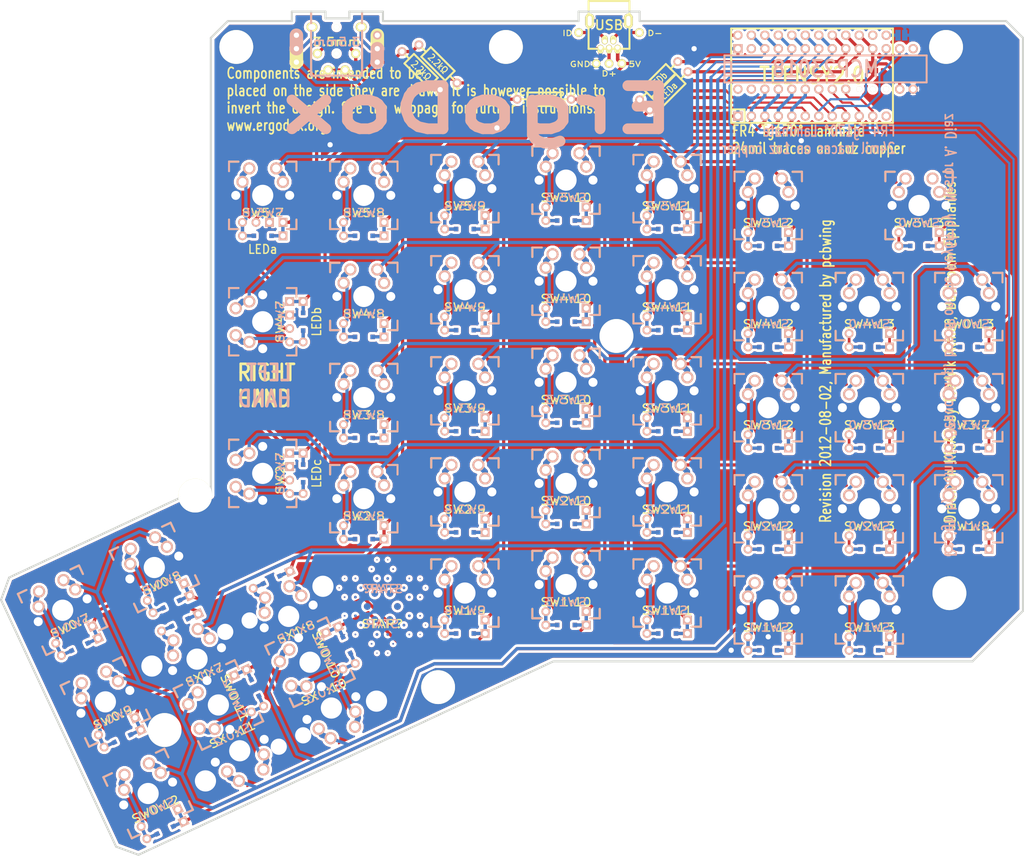
<source format=kicad_pcb>
(kicad_pcb (version 4) (host pcbnew 4.0.1-stable)
  (layers (0 Front signal) (31 Back signal) (34 B.Paste user hide) (35 F.Paste user hide) (36 B.SilkS user hide) (37 F.SilkS user hide) (38 B.Mask user hide) (39 F.Mask user hide) (44 Edge.Cuts user))
  (net 0 "")
  (net 1 /COL0)
  (net 2 /COL1)
  (net 3 /COL10)
  (net 4 /COL11)
  (net 5 /COL4)
  (net 6 /COL5)
  (net 7 /COL6)
  (net 8 /LED_A)
  (net 9 /LED_B)
  (net 10 /LED_C)
  (net 11 /ROW0)
  (net 12 /ROW1)
  (net 13 /ROW2)
  (net 14 /ROW3)
  (net 15 /ROW4)
  (net 16 /ROW5)
  (net 17 /SCLM)
  (net 18 /SDAM)
  (net 19 GND)
  (net 20 N-000015)
  (net 21 VCC)
  (net 22 "Net-(D1:7-Pad1)")
  (net 23 "Net-(D1:8-Pad1)")
  (net 24 "Net-(J1-Pad2)")
  (net 25 "Net-(J1-Pad3)")
  (net 26 "Net-(J1-Pad4)")
  (net 27 "Net-(J2-Pad1)")
  (net 28 "Net-(J2-Pad4)")
  (net 29 "Net-(LED_A1-Pad1)")
  (net 30 "Net-(LED_B1-Pad1)")
  (net 31 "Net-(LED_C1-Pad1)")
  (net 32 "Net-(SW0:7-Pad2)")
  (net 33 "Net-(SW0:8-Pad2)")
  (net 34 "Net-(SW0:9-Pad2)")
  (net 35 "Net-(SW0:10-Pad2)")
  (net 36 "Net-(SW0:11-Pad2)")
  (net 37 "Net-(SW0:12-Pad2)")
  (net 38 "Net-(SW1:9-Pad2)")
  (net 39 "Net-(SW1:10-Pad2)")
  (net 40 "Net-(SW1:11-Pad2)")
  (net 41 "Net-(SW1:12-Pad2)")
  (net 42 "Net-(SW1:13-Pad2)")
  (net 43 "Net-(SW2:7-Pad2)")
  (net 44 "Net-(SW2:8-Pad2)")
  (net 45 "Net-(SW2:9-Pad2)")
  (net 46 "Net-(SW2:10-Pad2)")
  (net 47 "Net-(SW2:11-Pad2)")
  (net 48 "Net-(SW2:12-Pad2)")
  (net 49 "Net-(SW3:8-Pad2)")
  (net 50 "Net-(SW3:9-Pad2)")
  (net 51 "Net-(SW3:10-Pad2)")
  (net 52 "Net-(SW3:11-Pad2)")
  (net 53 "Net-(SW3:12-Pad2)")
  (net 54 "Net-(SW4:7-Pad2)")
  (net 55 "Net-(SW4:8-Pad2)")
  (net 56 "Net-(SW4:9-Pad2)")
  (net 57 "Net-(SW4:10-Pad2)")
  (net 58 "Net-(SW4:11-Pad2)")
  (net 59 "Net-(SW4:12-Pad2)")
  (net 60 "Net-(SW5:7-Pad2)")
  (net 61 "Net-(SW5:8-Pad2)")
  (net 62 "Net-(SW5:9-Pad2)")
  (net 63 "Net-(SW5:10-Pad2)")
  (net 64 "Net-(SW5:11-Pad2)")
  (net 65 "Net-(SW5:12-Pad2)")
  (net 66 "Net-(U1-Pad12)")
  (net 67 "Net-(U1-Pad19)")
  (net 68 "Net-(U2-Pad9)")
  (net 69 "Net-(U2-Pad10)")
  (net 70 "Net-(U2-Pad14)")
  (net 71 "Net-(U2-Pad17)")
  (net 72 "Net-(U2-Pad18)")
  (net 73 "Net-(U2-Pad19)")
  (net 74 "Net-(U2-Pad27)")
  (net 75 "Net-(U2-Pad28)")
  (module MX_FLIP_DIODE (layer Front) (at 196.05625 67.0052)
    (fp_text reference SW5:13 (at 0 3.302) (layer F.SilkS) (effects (font (size 1.524 1.778) (thickness 0.254))))
    (fp_text value SW5:0 (at 0 3.302) (layer B.SilkS) (effects (font (size 1.524 1.778) (thickness 0.254)) (justify mirror)))
    (fp_line (start -3.81 7.62) (end -1.6637 7.62) (layer Back) (width 0.6096))
    (fp_line (start 1.6637 7.62) (end 3.81 7.62) (layer Back) (width 0.6096))
    (fp_line (start -3.81 7.62) (end -1.6637 7.62) (layer Front) (width 0.6096))
    (fp_line (start 1.6637 7.62) (end 3.81 7.62) (layer Front) (width 0.6096))
    (pad 1 thru_hole circle (at 2.54 -5.08) (size 2.286 2.286) (drill 1.4986) (layers *.Cu *.SilkS *.Mask) (net 16 /ROW5))
    (pad 2 thru_hole circle (at -3.81 -2.54) (size 2.286 2.286) (drill 1.4986) (layers *.Cu *.SilkS *.Mask) (net 65 "Net-(SW5:12-Pad2)"))
    (pad 0 np_thru_hole circle (at 0 0) (size 3.9878 3.9878) (drill 3.9878) (layers *.Cu) (net 19 GND))
    (pad 0 thru_hole circle (at -5.08 0) (size 1.7018 1.7018) (drill 1.7018) (layers *.Cu) (net 19 GND))
    (pad 0 thru_hole circle (at 5.08 0) (size 1.7018 1.7018) (drill 1.7018) (layers *.Cu) (net 19 GND))
    (pad 1 thru_hole circle (at 3.81 -2.54) (size 2.286 2.286) (drill 1.4986) (layers *.Cu *.SilkS *.Mask) (net 16 /ROW5))
    (pad 2 thru_hole circle (at -2.54 -5.08) (size 2.286 2.286) (drill 1.4986) (layers *.Cu *.SilkS *.Mask) (net 65 "Net-(SW5:12-Pad2)"))
    (pad 3 thru_hole circle (at -3.81 5.08) (size 1.651 1.651) (drill 0.9906) (layers *.Cu *.SilkS *.Mask) (net 65 "Net-(SW5:12-Pad2)"))
    (pad 4 thru_hole rect (at 3.81 5.08) (size 1.651 1.651) (drill 0.9906) (layers *.Cu *.SilkS *.Mask) (net 1 /COL0))
    (pad 3 thru_hole circle (at -3.81 7.62) (size 1.651 1.651) (drill 0.9906) (layers *.Cu *.SilkS *.Mask) (net 65 "Net-(SW5:12-Pad2)"))
    (pad 4 thru_hole rect (at 3.81 7.62) (size 1.651 1.651) (drill 0.9906) (layers *.Cu *.SilkS *.Mask) (net 1 /COL0))
    (pad 99 smd rect (at -1.6637 7.62) (size 0.8382 0.8382) (layers Front F.Paste F.Mask))
    (pad 99 smd rect (at -1.6637 7.62) (size 0.8382 0.8382) (layers Back B.Paste B.Mask))
    (pad 99 smd rect (at 1.6637 7.62) (size 0.8382 0.8382) (layers Front F.Paste F.Mask))
    (pad 99 smd rect (at 1.6637 7.62) (size 0.8382 0.8382) (layers Back B.Paste B.Mask))
  )
  (module MX_FLIP_DIODE (layer Front) (at 205.4225 124.15266)
    (fp_text reference SW1:8 (at 0 3.302) (layer F.SilkS) (effects (font (size 1.524 1.778) (thickness 0.254))))
    (fp_text value SW1:5 (at 0 3.302) (layer B.SilkS) (effects (font (size 1.524 1.778) (thickness 0.254)) (justify mirror)))
    (fp_line (start -3.81 7.62) (end -1.6637 7.62) (layer Back) (width 0.6096))
    (fp_line (start 1.6637 7.62) (end 3.81 7.62) (layer Back) (width 0.6096))
    (fp_line (start -3.81 7.62) (end -1.6637 7.62) (layer Front) (width 0.6096))
    (fp_line (start 1.6637 7.62) (end 3.81 7.62) (layer Front) (width 0.6096))
    (pad 1 thru_hole circle (at 2.54 -5.08) (size 2.286 2.286) (drill 1.4986) (layers *.Cu *.SilkS *.Mask) (net 12 /ROW1))
    (pad 2 thru_hole circle (at -3.81 -2.54) (size 2.286 2.286) (drill 1.4986) (layers *.Cu *.SilkS *.Mask) (net 48 "Net-(SW2:12-Pad2)"))
    (pad 0 np_thru_hole circle (at 0 0) (size 3.9878 3.9878) (drill 3.9878) (layers *.Cu) (net 19 GND))
    (pad 0 thru_hole circle (at -5.08 0) (size 1.7018 1.7018) (drill 1.7018) (layers *.Cu) (net 19 GND))
    (pad 0 thru_hole circle (at 5.08 0) (size 1.7018 1.7018) (drill 1.7018) (layers *.Cu) (net 19 GND))
    (pad 1 thru_hole circle (at 3.81 -2.54) (size 2.286 2.286) (drill 1.4986) (layers *.Cu *.SilkS *.Mask) (net 12 /ROW1))
    (pad 2 thru_hole circle (at -2.54 -5.08) (size 2.286 2.286) (drill 1.4986) (layers *.Cu *.SilkS *.Mask) (net 48 "Net-(SW2:12-Pad2)"))
    (pad 3 thru_hole circle (at -3.81 5.08) (size 1.651 1.651) (drill 0.9906) (layers *.Cu *.SilkS *.Mask) (net 48 "Net-(SW2:12-Pad2)"))
    (pad 4 thru_hole rect (at 3.81 5.08) (size 1.651 1.651) (drill 0.9906) (layers *.Cu *.SilkS *.Mask) (net 6 /COL5))
    (pad 3 thru_hole circle (at -3.81 7.62) (size 1.651 1.651) (drill 0.9906) (layers *.Cu *.SilkS *.Mask) (net 48 "Net-(SW2:12-Pad2)"))
    (pad 4 thru_hole rect (at 3.81 7.62) (size 1.651 1.651) (drill 0.9906) (layers *.Cu *.SilkS *.Mask) (net 6 /COL5))
    (pad 99 smd rect (at -1.6637 7.62) (size 0.8382 0.8382) (layers Front F.Paste F.Mask))
    (pad 99 smd rect (at -1.6637 7.62) (size 0.8382 0.8382) (layers Back B.Paste B.Mask))
    (pad 99 smd rect (at 1.6637 7.62) (size 0.8382 0.8382) (layers Front F.Paste F.Mask))
    (pad 99 smd rect (at 1.6637 7.62) (size 0.8382 0.8382) (layers Back B.Paste B.Mask))
  )
  (module MX_FLIP_DIODE (layer Front) (at 205.4225 105.10266)
    (fp_text reference SW3:7 (at 0 3.302) (layer F.SilkS) (effects (font (size 1.524 1.778) (thickness 0.254))))
    (fp_text value SW3:6 (at 0 3.302) (layer B.SilkS) (effects (font (size 1.524 1.778) (thickness 0.254)) (justify mirror)))
    (fp_line (start -3.81 7.62) (end -1.6637 7.62) (layer Back) (width 0.6096))
    (fp_line (start 1.6637 7.62) (end 3.81 7.62) (layer Back) (width 0.6096))
    (fp_line (start -3.81 7.62) (end -1.6637 7.62) (layer Front) (width 0.6096))
    (fp_line (start 1.6637 7.62) (end 3.81 7.62) (layer Front) (width 0.6096))
    (pad 1 thru_hole circle (at 2.54 -5.08) (size 2.286 2.286) (drill 1.4986) (layers *.Cu *.SilkS *.Mask) (net 14 /ROW3))
    (pad 2 thru_hole circle (at -3.81 -2.54) (size 2.286 2.286) (drill 1.4986) (layers *.Cu *.SilkS *.Mask) (net 53 "Net-(SW3:12-Pad2)"))
    (pad 0 np_thru_hole circle (at 0 0) (size 3.9878 3.9878) (drill 3.9878) (layers *.Cu) (net 19 GND))
    (pad 0 thru_hole circle (at -5.08 0) (size 1.7018 1.7018) (drill 1.7018) (layers *.Cu) (net 19 GND))
    (pad 0 thru_hole circle (at 5.08 0) (size 1.7018 1.7018) (drill 1.7018) (layers *.Cu) (net 19 GND))
    (pad 1 thru_hole circle (at 3.81 -2.54) (size 2.286 2.286) (drill 1.4986) (layers *.Cu *.SilkS *.Mask) (net 14 /ROW3))
    (pad 2 thru_hole circle (at -2.54 -5.08) (size 2.286 2.286) (drill 1.4986) (layers *.Cu *.SilkS *.Mask) (net 53 "Net-(SW3:12-Pad2)"))
    (pad 3 thru_hole circle (at -3.81 5.08) (size 1.651 1.651) (drill 0.9906) (layers *.Cu *.SilkS *.Mask) (net 53 "Net-(SW3:12-Pad2)"))
    (pad 4 thru_hole rect (at 3.81 5.08) (size 1.651 1.651) (drill 0.9906) (layers *.Cu *.SilkS *.Mask) (net 7 /COL6))
    (pad 3 thru_hole circle (at -3.81 7.62) (size 1.651 1.651) (drill 0.9906) (layers *.Cu *.SilkS *.Mask) (net 53 "Net-(SW3:12-Pad2)"))
    (pad 4 thru_hole rect (at 3.81 7.62) (size 1.651 1.651) (drill 0.9906) (layers *.Cu *.SilkS *.Mask) (net 7 /COL6))
    (pad 99 smd rect (at -1.6637 7.62) (size 0.8382 0.8382) (layers Front F.Paste F.Mask))
    (pad 99 smd rect (at -1.6637 7.62) (size 0.8382 0.8382) (layers Back B.Paste B.Mask))
    (pad 99 smd rect (at 1.6637 7.62) (size 0.8382 0.8382) (layers Front F.Paste F.Mask))
    (pad 99 smd rect (at 1.6637 7.62) (size 0.8382 0.8382) (layers Back B.Paste B.Mask))
  )
  (module MX_FLIP_DIODE (layer Front) (at 205.4225 86.05266)
    (fp_text reference SW0:13 (at 0 3.302) (layer F.SilkS) (effects (font (size 1.524 1.778) (thickness 0.254))))
    (fp_text value SW0:0 (at 0 3.302) (layer B.SilkS) (effects (font (size 1.524 1.778) (thickness 0.254)) (justify mirror)))
    (fp_line (start -3.81 7.62) (end -1.6637 7.62) (layer Back) (width 0.6096))
    (fp_line (start 1.6637 7.62) (end 3.81 7.62) (layer Back) (width 0.6096))
    (fp_line (start -3.81 7.62) (end -1.6637 7.62) (layer Front) (width 0.6096))
    (fp_line (start 1.6637 7.62) (end 3.81 7.62) (layer Front) (width 0.6096))
    (pad 1 thru_hole circle (at 2.54 -5.08) (size 2.286 2.286) (drill 1.4986) (layers *.Cu *.SilkS *.Mask) (net 11 /ROW0))
    (pad 2 thru_hole circle (at -3.81 -2.54) (size 2.286 2.286) (drill 1.4986) (layers *.Cu *.SilkS *.Mask) (net 59 "Net-(SW4:12-Pad2)"))
    (pad 0 np_thru_hole circle (at 0 0) (size 3.9878 3.9878) (drill 3.9878) (layers *.Cu) (net 19 GND))
    (pad 0 thru_hole circle (at -5.08 0) (size 1.7018 1.7018) (drill 1.7018) (layers *.Cu) (net 19 GND))
    (pad 0 thru_hole circle (at 5.08 0) (size 1.7018 1.7018) (drill 1.7018) (layers *.Cu) (net 19 GND))
    (pad 1 thru_hole circle (at 3.81 -2.54) (size 2.286 2.286) (drill 1.4986) (layers *.Cu *.SilkS *.Mask) (net 11 /ROW0))
    (pad 2 thru_hole circle (at -2.54 -5.08) (size 2.286 2.286) (drill 1.4986) (layers *.Cu *.SilkS *.Mask) (net 59 "Net-(SW4:12-Pad2)"))
    (pad 3 thru_hole circle (at -3.81 5.08) (size 1.651 1.651) (drill 0.9906) (layers *.Cu *.SilkS *.Mask) (net 59 "Net-(SW4:12-Pad2)"))
    (pad 4 thru_hole rect (at 3.81 5.08) (size 1.651 1.651) (drill 0.9906) (layers *.Cu *.SilkS *.Mask) (net 1 /COL0))
    (pad 3 thru_hole circle (at -3.81 7.62) (size 1.651 1.651) (drill 0.9906) (layers *.Cu *.SilkS *.Mask) (net 59 "Net-(SW4:12-Pad2)"))
    (pad 4 thru_hole rect (at 3.81 7.62) (size 1.651 1.651) (drill 0.9906) (layers *.Cu *.SilkS *.Mask) (net 1 /COL0))
    (pad 99 smd rect (at -1.6637 7.62) (size 0.8382 0.8382) (layers Front F.Paste F.Mask))
    (pad 99 smd rect (at -1.6637 7.62) (size 0.8382 0.8382) (layers Back B.Paste B.Mask))
    (pad 99 smd rect (at 1.6637 7.62) (size 0.8382 0.8382) (layers Front F.Paste F.Mask))
    (pad 99 smd rect (at 1.6637 7.62) (size 0.8382 0.8382) (layers Back B.Paste B.Mask))
  )
  (module MX_FLIP_DIODE (layer Front) (at 186.69 86.05266)
    (fp_text reference SW4:13 (at 0 3.302) (layer F.SilkS) (effects (font (size 1.524 1.778) (thickness 0.254))))
    (fp_text value SW4:0 (at 0 3.302) (layer B.SilkS) (effects (font (size 1.524 1.778) (thickness 0.254)) (justify mirror)))
    (fp_line (start -3.81 7.62) (end -1.6637 7.62) (layer Back) (width 0.6096))
    (fp_line (start 1.6637 7.62) (end 3.81 7.62) (layer Back) (width 0.6096))
    (fp_line (start -3.81 7.62) (end -1.6637 7.62) (layer Front) (width 0.6096))
    (fp_line (start 1.6637 7.62) (end 3.81 7.62) (layer Front) (width 0.6096))
    (pad 1 thru_hole circle (at 2.54 -5.08) (size 2.286 2.286) (drill 1.4986) (layers *.Cu *.SilkS *.Mask) (net 15 /ROW4))
    (pad 2 thru_hole circle (at -3.81 -2.54) (size 2.286 2.286) (drill 1.4986) (layers *.Cu *.SilkS *.Mask) (net 59 "Net-(SW4:12-Pad2)"))
    (pad 0 np_thru_hole circle (at 0 0) (size 3.9878 3.9878) (drill 3.9878) (layers *.Cu) (net 19 GND))
    (pad 0 thru_hole circle (at -5.08 0) (size 1.7018 1.7018) (drill 1.7018) (layers *.Cu) (net 19 GND))
    (pad 0 thru_hole circle (at 5.08 0) (size 1.7018 1.7018) (drill 1.7018) (layers *.Cu) (net 19 GND))
    (pad 1 thru_hole circle (at 3.81 -2.54) (size 2.286 2.286) (drill 1.4986) (layers *.Cu *.SilkS *.Mask) (net 15 /ROW4))
    (pad 2 thru_hole circle (at -2.54 -5.08) (size 2.286 2.286) (drill 1.4986) (layers *.Cu *.SilkS *.Mask) (net 59 "Net-(SW4:12-Pad2)"))
    (pad 3 thru_hole circle (at -3.81 5.08) (size 1.651 1.651) (drill 0.9906) (layers *.Cu *.SilkS *.Mask) (net 59 "Net-(SW4:12-Pad2)"))
    (pad 4 thru_hole rect (at 3.81 5.08) (size 1.651 1.651) (drill 0.9906) (layers *.Cu *.SilkS *.Mask) (net 1 /COL0))
    (pad 3 thru_hole circle (at -3.81 7.62) (size 1.651 1.651) (drill 0.9906) (layers *.Cu *.SilkS *.Mask) (net 59 "Net-(SW4:12-Pad2)"))
    (pad 4 thru_hole rect (at 3.81 7.62) (size 1.651 1.651) (drill 0.9906) (layers *.Cu *.SilkS *.Mask) (net 1 /COL0))
    (pad 99 smd rect (at -1.6637 7.62) (size 0.8382 0.8382) (layers Front F.Paste F.Mask))
    (pad 99 smd rect (at -1.6637 7.62) (size 0.8382 0.8382) (layers Back B.Paste B.Mask))
    (pad 99 smd rect (at 1.6637 7.62) (size 0.8382 0.8382) (layers Front F.Paste F.Mask))
    (pad 99 smd rect (at 1.6637 7.62) (size 0.8382 0.8382) (layers Back B.Paste B.Mask))
  )
  (module MX_FLIP_DIODE (layer Front) (at 186.69 105.10266)
    (fp_text reference SW3:13 (at 0 3.302) (layer F.SilkS) (effects (font (size 1.524 1.778) (thickness 0.254))))
    (fp_text value SW3:0 (at 0 3.302) (layer B.SilkS) (effects (font (size 1.524 1.778) (thickness 0.254)) (justify mirror)))
    (fp_line (start -3.81 7.62) (end -1.6637 7.62) (layer Back) (width 0.6096))
    (fp_line (start 1.6637 7.62) (end 3.81 7.62) (layer Back) (width 0.6096))
    (fp_line (start -3.81 7.62) (end -1.6637 7.62) (layer Front) (width 0.6096))
    (fp_line (start 1.6637 7.62) (end 3.81 7.62) (layer Front) (width 0.6096))
    (pad 1 thru_hole circle (at 2.54 -5.08) (size 2.286 2.286) (drill 1.4986) (layers *.Cu *.SilkS *.Mask) (net 14 /ROW3))
    (pad 2 thru_hole circle (at -3.81 -2.54) (size 2.286 2.286) (drill 1.4986) (layers *.Cu *.SilkS *.Mask) (net 53 "Net-(SW3:12-Pad2)"))
    (pad 0 np_thru_hole circle (at 0 0) (size 3.9878 3.9878) (drill 3.9878) (layers *.Cu) (net 19 GND))
    (pad 0 thru_hole circle (at -5.08 0) (size 1.7018 1.7018) (drill 1.7018) (layers *.Cu) (net 19 GND))
    (pad 0 thru_hole circle (at 5.08 0) (size 1.7018 1.7018) (drill 1.7018) (layers *.Cu) (net 19 GND))
    (pad 1 thru_hole circle (at 3.81 -2.54) (size 2.286 2.286) (drill 1.4986) (layers *.Cu *.SilkS *.Mask) (net 14 /ROW3))
    (pad 2 thru_hole circle (at -2.54 -5.08) (size 2.286 2.286) (drill 1.4986) (layers *.Cu *.SilkS *.Mask) (net 53 "Net-(SW3:12-Pad2)"))
    (pad 3 thru_hole circle (at -3.81 5.08) (size 1.651 1.651) (drill 0.9906) (layers *.Cu *.SilkS *.Mask) (net 53 "Net-(SW3:12-Pad2)"))
    (pad 4 thru_hole rect (at 3.81 5.08) (size 1.651 1.651) (drill 0.9906) (layers *.Cu *.SilkS *.Mask) (net 1 /COL0))
    (pad 3 thru_hole circle (at -3.81 7.62) (size 1.651 1.651) (drill 0.9906) (layers *.Cu *.SilkS *.Mask) (net 53 "Net-(SW3:12-Pad2)"))
    (pad 4 thru_hole rect (at 3.81 7.62) (size 1.651 1.651) (drill 0.9906) (layers *.Cu *.SilkS *.Mask) (net 1 /COL0))
    (pad 99 smd rect (at -1.6637 7.62) (size 0.8382 0.8382) (layers Front F.Paste F.Mask))
    (pad 99 smd rect (at -1.6637 7.62) (size 0.8382 0.8382) (layers Back B.Paste B.Mask))
    (pad 99 smd rect (at 1.6637 7.62) (size 0.8382 0.8382) (layers Front F.Paste F.Mask))
    (pad 99 smd rect (at 1.6637 7.62) (size 0.8382 0.8382) (layers Back B.Paste B.Mask))
  )
  (module MX_FLIP_DIODE (layer Front) (at 186.69 124.15266)
    (fp_text reference SW2:13 (at 0 3.302) (layer F.SilkS) (effects (font (size 1.524 1.778) (thickness 0.254))))
    (fp_text value SW2:0 (at 0 3.302) (layer B.SilkS) (effects (font (size 1.524 1.778) (thickness 0.254)) (justify mirror)))
    (fp_line (start -3.81 7.62) (end -1.6637 7.62) (layer Back) (width 0.6096))
    (fp_line (start 1.6637 7.62) (end 3.81 7.62) (layer Back) (width 0.6096))
    (fp_line (start -3.81 7.62) (end -1.6637 7.62) (layer Front) (width 0.6096))
    (fp_line (start 1.6637 7.62) (end 3.81 7.62) (layer Front) (width 0.6096))
    (pad 1 thru_hole circle (at 2.54 -5.08) (size 2.286 2.286) (drill 1.4986) (layers *.Cu *.SilkS *.Mask) (net 13 /ROW2))
    (pad 2 thru_hole circle (at -3.81 -2.54) (size 2.286 2.286) (drill 1.4986) (layers *.Cu *.SilkS *.Mask) (net 48 "Net-(SW2:12-Pad2)"))
    (pad 0 np_thru_hole circle (at 0 0) (size 3.9878 3.9878) (drill 3.9878) (layers *.Cu) (net 19 GND))
    (pad 0 thru_hole circle (at -5.08 0) (size 1.7018 1.7018) (drill 1.7018) (layers *.Cu) (net 19 GND))
    (pad 0 thru_hole circle (at 5.08 0) (size 1.7018 1.7018) (drill 1.7018) (layers *.Cu) (net 19 GND))
    (pad 1 thru_hole circle (at 3.81 -2.54) (size 2.286 2.286) (drill 1.4986) (layers *.Cu *.SilkS *.Mask) (net 13 /ROW2))
    (pad 2 thru_hole circle (at -2.54 -5.08) (size 2.286 2.286) (drill 1.4986) (layers *.Cu *.SilkS *.Mask) (net 48 "Net-(SW2:12-Pad2)"))
    (pad 3 thru_hole circle (at -3.81 5.08) (size 1.651 1.651) (drill 0.9906) (layers *.Cu *.SilkS *.Mask) (net 48 "Net-(SW2:12-Pad2)"))
    (pad 4 thru_hole rect (at 3.81 5.08) (size 1.651 1.651) (drill 0.9906) (layers *.Cu *.SilkS *.Mask) (net 1 /COL0))
    (pad 3 thru_hole circle (at -3.81 7.62) (size 1.651 1.651) (drill 0.9906) (layers *.Cu *.SilkS *.Mask) (net 48 "Net-(SW2:12-Pad2)"))
    (pad 4 thru_hole rect (at 3.81 7.62) (size 1.651 1.651) (drill 0.9906) (layers *.Cu *.SilkS *.Mask) (net 1 /COL0))
    (pad 99 smd rect (at -1.6637 7.62) (size 0.8382 0.8382) (layers Front F.Paste F.Mask))
    (pad 99 smd rect (at -1.6637 7.62) (size 0.8382 0.8382) (layers Back B.Paste B.Mask))
    (pad 99 smd rect (at 1.6637 7.62) (size 0.8382 0.8382) (layers Front F.Paste F.Mask))
    (pad 99 smd rect (at 1.6637 7.62) (size 0.8382 0.8382) (layers Back B.Paste B.Mask))
  )
  (module STAR (layer Back) (at 94.9325 142.5575)
    (fp_text reference STAR? (at 0 -3.302) (layer B.SilkS) (effects (font (size 1.524 1.778) (thickness 0.254)) (justify mirror)))
    (fp_text value STAR (at 0 -3.302) (layer B.SilkS) (effects (font (size 1.524 1.778) (thickness 0.254)) (justify mirror)))
    (pad 0 smd circle (at 2.8448 0) (size 1.27 1.27) (layers Back))
    (pad 0 smd circle (at 1.4224 -2.46126) (size 1.27 1.27) (layers Back))
    (pad 0 smd circle (at -1.41986 -2.46126) (size 1.27 1.27) (layers Back))
    (pad 0 smd circle (at -2.8448 0) (size 1.27 1.27) (layers Back))
    (pad 0 smd circle (at -1.4224 2.46126) (size 1.27 1.27) (layers Back))
    (pad 0 smd circle (at 1.41986 2.46126) (size 1.27 1.27) (layers Back))
    (pad 1 smd circle (at 5.08 -1.75768) (size 0.508 0.508) (layers Back))
    (pad 1 smd circle (at 1.016 -5.27812) (size 0.508 0.508) (layers Back))
    (pad 1 smd circle (at -4.06146 -3.5179) (size 0.508 0.508) (layers Back))
    (pad 1 smd circle (at -5.08 1.75768) (size 0.508 0.508) (layers Back))
    (pad 1 smd circle (at -1.016 5.27812) (size 0.508 0.508) (layers Back))
    (pad 1 smd circle (at 4.06146 3.5179) (size 0.508 0.508) (layers Back))
    (pad 2 smd circle (at 4.064 -3.5179) (size 0.508 0.508) (layers Back))
    (pad 2 smd circle (at -1.01346 -5.27812) (size 0.508 0.508) (layers Back))
    (pad 2 smd circle (at -5.08 -1.75768) (size 0.508 0.508) (layers Back))
    (pad 2 smd circle (at -4.064 3.5179) (size 0.508 0.508) (layers Back))
    (pad 2 smd circle (at 1.01346 5.27812) (size 0.508 0.508) (layers Back))
    (pad 2 smd circle (at 5.07746 1.75768) (size 0.508 0.508) (layers Back))
    (pad 3 smd circle (at 7.112 -1.75768) (size 0.3048 0.3048) (layers Back))
    (pad 3 smd circle (at 2.032 -7.03834) (size 0.3048 0.3048) (layers Back))
    (pad 3 smd circle (at -5.07746 -5.27812) (size 0.3048 0.3048) (layers Back))
    (pad 3 smd circle (at -7.112 1.75768) (size 0.3048 0.3048) (layers Back))
    (pad 3 smd circle (at -2.032 7.03834) (size 0.3048 0.3048) (layers Back))
    (pad 3 smd circle (at 5.07746 5.27812) (size 0.3048 0.3048) (layers Back))
    (pad 4 smd circle (at 5.08 -5.27812) (size 0.3048 0.3048) (layers Back))
    (pad 4 smd circle (at -2.02946 -7.03834) (size 0.3048 0.3048) (layers Back))
    (pad 4 smd circle (at -7.112 -1.75768) (size 0.3048 0.3048) (layers Back))
    (pad 4 smd circle (at -5.08 5.27812) (size 0.3048 0.3048) (layers Back))
    (pad 4 smd circle (at 2.02946 7.03834) (size 0.3048 0.3048) (layers Back))
    (pad 4 smd circle (at 7.10946 1.75768) (size 0.3048 0.3048) (layers Back))
    (pad 5 smd circle (at 8.128 -3.5179) (size 0.2032 0.2032) (layers Back))
    (pad 5 smd circle (at 1.016 -8.79856) (size 0.2032 0.2032) (layers Back))
    (pad 5 smd circle (at -7.10946 -5.27812) (size 0.2032 0.2032) (layers Back))
    (pad 5 smd circle (at -8.128 3.5179) (size 0.2032 0.2032) (layers Back))
    (pad 5 smd circle (at -1.016 8.79856) (size 0.2032 0.2032) (layers Back))
    (pad 5 smd circle (at 7.10946 5.27812) (size 0.2032 0.2032) (layers Back))
    (pad 6 smd circle (at 7.112 -5.27812) (size 0.2032 0.2032) (layers Back))
    (pad 6 smd circle (at -1.01346 -8.79856) (size 0.2032 0.2032) (layers Back))
    (pad 6 smd circle (at -8.128 -3.5179) (size 0.2032 0.2032) (layers Back))
    (pad 6 smd circle (at -7.112 5.27812) (size 0.2032 0.2032) (layers Back))
    (pad 6 smd circle (at 1.01346 8.79856) (size 0.2032 0.2032) (layers Back))
    (pad 6 smd circle (at 8.128 3.5179) (size 0.2032 0.2032) (layers Back))
  )
  (module STAR (layer Front) (at 94.9325 142.5575)
    (fp_text reference STAR? (at 0 3.302) (layer F.SilkS) (effects (font (size 1.524 1.778) (thickness 0.254))))
    (fp_text value STAR (at 0 3.302) (layer B.SilkS) (effects (font (size 1.524 1.778) (thickness 0.254)) (justify mirror)))
    (pad 0 smd circle (at 2.8448 0) (size 1.27 1.27) (layers Front))
    (pad 0 smd circle (at 1.4224 2.46126) (size 1.27 1.27) (layers Front))
    (pad 0 smd circle (at -1.41986 2.46126) (size 1.27 1.27) (layers Front))
    (pad 0 smd circle (at -2.8448 0) (size 1.27 1.27) (layers Front))
    (pad 0 smd circle (at -1.4224 -2.46126) (size 1.27 1.27) (layers Front))
    (pad 0 smd circle (at 1.41986 -2.46126) (size 1.27 1.27) (layers Front))
    (pad 1 smd circle (at 5.08 1.75768) (size 0.508 0.508) (layers Front))
    (pad 1 smd circle (at 1.016 5.27812) (size 0.508 0.508) (layers Front))
    (pad 1 smd circle (at -4.06146 3.5179) (size 0.508 0.508) (layers Front))
    (pad 1 smd circle (at -5.08 -1.75768) (size 0.508 0.508) (layers Front))
    (pad 1 smd circle (at -1.016 -5.27812) (size 0.508 0.508) (layers Front))
    (pad 1 smd circle (at 4.06146 -3.5179) (size 0.508 0.508) (layers Front))
    (pad 2 smd circle (at 4.064 3.5179) (size 0.508 0.508) (layers Front))
    (pad 2 smd circle (at -1.01346 5.27812) (size 0.508 0.508) (layers Front))
    (pad 2 smd circle (at -5.08 1.75768) (size 0.508 0.508) (layers Front))
    (pad 2 smd circle (at -4.064 -3.5179) (size 0.508 0.508) (layers Front))
    (pad 2 smd circle (at 1.01346 -5.27812) (size 0.508 0.508) (layers Front))
    (pad 2 smd circle (at 5.07746 -1.75768) (size 0.508 0.508) (layers Front))
    (pad 3 smd circle (at 7.112 1.75768) (size 0.3048 0.3048) (layers Front))
    (pad 3 smd circle (at 2.032 7.03834) (size 0.3048 0.3048) (layers Front))
    (pad 3 smd circle (at -5.07746 5.27812) (size 0.3048 0.3048) (layers Front))
    (pad 3 smd circle (at -7.112 -1.75768) (size 0.3048 0.3048) (layers Front))
    (pad 3 smd circle (at -2.032 -7.03834) (size 0.3048 0.3048) (layers Front))
    (pad 3 smd circle (at 5.07746 -5.27812) (size 0.3048 0.3048) (layers Front))
    (pad 4 smd circle (at 5.08 5.27812) (size 0.3048 0.3048) (layers Front))
    (pad 4 smd circle (at -2.02946 7.03834) (size 0.3048 0.3048) (layers Front))
    (pad 4 smd circle (at -7.112 1.75768) (size 0.3048 0.3048) (layers Front))
    (pad 4 smd circle (at -5.08 -5.27812) (size 0.3048 0.3048) (layers Front))
    (pad 4 smd circle (at 2.02946 -7.03834) (size 0.3048 0.3048) (layers Front))
    (pad 4 smd circle (at 7.10946 -1.75768) (size 0.3048 0.3048) (layers Front))
    (pad 5 smd circle (at 8.128 3.5179) (size 0.2032 0.2032) (layers Front))
    (pad 5 smd circle (at 1.016 8.79856) (size 0.2032 0.2032) (layers Front))
    (pad 5 smd circle (at -7.10946 5.27812) (size 0.2032 0.2032) (layers Front))
    (pad 5 smd circle (at -8.128 -3.5179) (size 0.2032 0.2032) (layers Front))
    (pad 5 smd circle (at -1.016 -8.79856) (size 0.2032 0.2032) (layers Front))
    (pad 5 smd circle (at 7.10946 -5.27812) (size 0.2032 0.2032) (layers Front))
    (pad 6 smd circle (at 7.112 5.27812) (size 0.2032 0.2032) (layers Front))
    (pad 6 smd circle (at -1.01346 8.79856) (size 0.2032 0.2032) (layers Front))
    (pad 6 smd circle (at -8.128 3.5179) (size 0.2032 0.2032) (layers Front))
    (pad 6 smd circle (at -7.112 -5.27812) (size 0.2032 0.2032) (layers Front))
    (pad 6 smd circle (at 1.01346 -8.79856) (size 0.2032 0.2032) (layers Front))
    (pad 6 smd circle (at 8.128 -3.5179) (size 0.2032 0.2032) (layers Front))
  )
  (module DIP28_300 (layer Back) (at 178.435 41.275)
    (fp_text reference U2 hide)
    (fp_text value MCP23018 (at 0 0) (layer B.SilkS) (effects (font (size 3.048 2.54) (thickness 0.4572)) (justify mirror)))
    (pad 2 thru_hole circle (at -13.97 -3.81) (size 1.7526 1.7526) (drill 1.0922) (layers *.Cu *.SilkS *.Mask))
    (pad 3 thru_hole circle (at -11.43 -3.81) (size 1.7526 1.7526) (drill 1.0922) (layers *.Cu *.SilkS *.Mask) (net 16 /ROW5))
    (pad 4 thru_hole circle (at -8.89 -3.81) (size 1.7526 1.7526) (drill 1.0922) (layers *.Cu *.SilkS *.Mask) (net 15 /ROW4))
    (pad 5 thru_hole circle (at -6.35 -3.81) (size 1.7526 1.7526) (drill 1.0922) (layers *.Cu *.SilkS *.Mask) (net 14 /ROW3))
    (pad 6 thru_hole circle (at -3.81 -3.81) (size 1.7526 1.7526) (drill 1.0922) (layers *.Cu *.SilkS *.Mask) (net 13 /ROW2))
    (pad 7 thru_hole circle (at -1.27 -3.81) (size 1.7526 1.7526) (drill 1.0922) (layers *.Cu *.SilkS *.Mask) (net 12 /ROW1))
    (pad 8 thru_hole circle (at 1.27 -3.81) (size 1.7526 1.7526) (drill 1.0922) (layers *.Cu *.SilkS *.Mask) (net 11 /ROW0))
    (pad 9 thru_hole circle (at 3.81 -3.81) (size 1.7526 1.7526) (drill 1.0922) (layers *.Cu *.SilkS *.Mask) (net 68 "Net-(U2-Pad9)"))
    (pad 10 thru_hole circle (at 6.35 -3.81) (size 1.7526 1.7526) (drill 1.0922) (layers *.Cu *.SilkS *.Mask) (net 69 "Net-(U2-Pad10)"))
    (pad 11 thru_hole circle (at 8.89 -3.81) (size 1.7526 1.7526) (drill 1.0922) (layers *.Cu *.SilkS *.Mask) (net 21 VCC))
    (pad 12 thru_hole circle (at 11.43 -3.81) (size 1.7526 1.7526) (drill 1.0922) (layers *.Cu *.SilkS *.Mask) (net 17 /SCLM))
    (pad 13 thru_hole circle (at 13.97 -3.81) (size 1.7526 1.7526) (drill 1.0922) (layers *.Cu *.SilkS *.Mask) (net 18 /SDAM))
    (pad 14 thru_hole circle (at 16.51 -3.81) (size 1.7526 1.7526) (drill 1.0922) (layers *.Cu *.SilkS *.Mask) (net 70 "Net-(U2-Pad14)"))
    (pad 1 thru_hole rect (at -16.51 -3.81) (size 1.7526 1.7526) (drill 1.0922) (layers *.Cu *.SilkS *.Mask) (net 19 GND))
    (pad 15 thru_hole circle (at 16.51 3.81) (size 1.7526 1.7526) (drill 1.0922) (layers *.Cu *.SilkS *.Mask) (net 19 GND))
    (pad 16 thru_hole circle (at 13.97 3.81) (size 1.7526 1.7526) (drill 1.0922) (layers *.Cu *.SilkS *.Mask) (net 21 VCC))
    (pad 17 np_thru_hole circle (at 11.43 3.81) (size 1.0922 1.0922) (drill 1.0922) (layers *.Cu *.SilkS *.Mask) (net 71 "Net-(U2-Pad17)"))
    (pad 18 np_thru_hole circle (at 8.89 3.81) (size 1.0922 1.0922) (drill 1.0922) (layers *.Cu *.SilkS *.Mask) (net 72 "Net-(U2-Pad18)"))
    (pad 19 np_thru_hole circle (at 6.35 3.81) (size 1.0922 1.0922) (drill 1.0922) (layers *.Cu *.SilkS *.Mask) (net 73 "Net-(U2-Pad19)"))
    (pad 20 thru_hole circle (at 3.81 3.81) (size 1.7526 1.7526) (drill 1.0922) (layers *.Cu *.SilkS *.Mask) (net 1 /COL0))
    (pad 21 thru_hole circle (at 1.27 3.81) (size 1.7526 1.7526) (drill 1.0922) (layers *.Cu *.SilkS *.Mask) (net 2 /COL1))
    (pad 22 thru_hole circle (at -1.27 3.81) (size 1.7526 1.7526) (drill 1.0922) (layers *.Cu *.SilkS *.Mask) (net 4 /COL11))
    (pad 23 thru_hole circle (at -3.81 3.81) (size 1.7526 1.7526) (drill 1.0922) (layers *.Cu *.SilkS *.Mask) (net 3 /COL10))
    (pad 24 thru_hole circle (at -6.35 3.81) (size 1.7526 1.7526) (drill 1.0922) (layers *.Cu *.SilkS *.Mask) (net 5 /COL4))
    (pad 25 thru_hole circle (at -8.89 3.81) (size 1.7526 1.7526) (drill 1.0922) (layers *.Cu *.SilkS *.Mask) (net 6 /COL5))
    (pad 26 thru_hole circle (at -11.43 3.81) (size 1.7526 1.7526) (drill 1.0922) (layers *.Cu *.SilkS *.Mask) (net 7 /COL6))
    (pad 27 thru_hole circle (at -13.97 3.81) (size 1.7526 1.7526) (drill 1.0922) (layers *.Cu *.SilkS *.Mask) (net 74 "Net-(U2-Pad27)"))
    (pad 28 thru_hole circle (at -16.51 3.81) (size 1.7526 1.7526) (drill 1.0922) (layers *.Cu *.SilkS *.Mask) (net 75 "Net-(U2-Pad28)"))
  )
  (module DIODE (layer Front) (at 56.7944 145.57756 25)
    (fp_text reference D1:7 hide)
    (fp_text value D hide)
    (fp_line (start -3.81 0) (end -1.6637 0) (layer Back) (width 0.6096))
    (fp_line (start 1.6637 0) (end 3.81 0) (layer Back) (width 0.6096))
    (fp_line (start -3.81 0) (end -1.6637 0) (layer Front) (width 0.6096))
    (fp_line (start 1.6637 0) (end 3.81 0) (layer Front) (width 0.6096))
    (pad 1 thru_hole circle (at -3.81 0 25) (size 1.651 1.651) (drill 0.9906) (layers *.Cu *.SilkS *.Mask) (net 22 "Net-(D1:7-Pad1)"))
    (pad 99 smd rect (at -1.6637 0 25) (size 0.8382 0.8382) (layers Front F.Paste F.Mask))
    (pad 99 smd rect (at -1.6637 0 25) (size 0.8382 0.8382) (layers Back B.Paste B.Mask))
    (pad 2 thru_hole rect (at 3.81 0 25) (size 1.651 1.651) (drill 0.9906) (layers *.Cu *.SilkS *.Mask) (net 7 /COL6))
    (pad 99 smd rect (at 1.6637 0 25) (size 0.8382 0.8382) (layers Front F.Paste F.Mask))
    (pad 99 smd rect (at 1.6637 0 25) (size 0.8382 0.8382) (layers Back B.Paste B.Mask))
  )
  (module DIODE (layer Front) (at 74.05878 137.52576 25)
    (fp_text reference D1:8 hide)
    (fp_text value D hide)
    (fp_line (start -3.81 0) (end -1.6637 0) (layer Back) (width 0.6096))
    (fp_line (start 1.6637 0) (end 3.81 0) (layer Back) (width 0.6096))
    (fp_line (start -3.81 0) (end -1.6637 0) (layer Front) (width 0.6096))
    (fp_line (start 1.6637 0) (end 3.81 0) (layer Front) (width 0.6096))
    (pad 1 thru_hole circle (at -3.81 0 25) (size 1.651 1.651) (drill 0.9906) (layers *.Cu *.SilkS *.Mask) (net 23 "Net-(D1:8-Pad1)"))
    (pad 99 smd rect (at -1.6637 0 25) (size 0.8382 0.8382) (layers Front F.Paste F.Mask))
    (pad 99 smd rect (at -1.6637 0 25) (size 0.8382 0.8382) (layers Back B.Paste B.Mask))
    (pad 2 thru_hole rect (at 3.81 0 25) (size 1.651 1.651) (drill 0.9906) (layers *.Cu *.SilkS *.Mask) (net 6 /COL5))
    (pad 99 smd rect (at 1.6637 0 25) (size 0.8382 0.8382) (layers Front F.Paste F.Mask))
    (pad 99 smd rect (at 1.6637 0 25) (size 0.8382 0.8382) (layers Back B.Paste B.Mask))
  )
  (module MX_LED (layer Front) (at 72.39 117.48516 90)
    (fp_text reference LED_C1 hide)
    (fp_text value LEDc (at 0 10.16 90) (layer F.SilkS) (effects (font (size 1.651 1.524) (thickness 0.254))))
    (pad 1 thru_hole circle (at -1.27 5.08 90) (size 1.651 1.651) (drill 0.9906) (layers *.Cu *.SilkS *.Mask) (net 31 "Net-(LED_C1-Pad1)"))
    (pad 2 thru_hole rect (at 1.27 5.08 90) (size 1.651 1.651) (drill 0.9906) (layers *.Cu *.SilkS *.Mask) (net 19 GND))
  )
  (module MX_LED (layer Front) (at 72.39 88.91016 90)
    (fp_text reference LED_B1 hide)
    (fp_text value LEDb (at 0 10.16 90) (layer F.SilkS) (effects (font (size 1.651 1.524) (thickness 0.254))))
    (pad 1 thru_hole circle (at -1.27 5.08 90) (size 1.651 1.651) (drill 0.9906) (layers *.Cu *.SilkS *.Mask) (net 30 "Net-(LED_B1-Pad1)"))
    (pad 2 thru_hole rect (at 1.27 5.08 90) (size 1.651 1.651) (drill 0.9906) (layers *.Cu *.SilkS *.Mask) (net 19 GND))
  )
  (module MX_LED (layer Front) (at 72.39 65.1002)
    (fp_text reference LED_A1 hide)
    (fp_text value LEDa (at 0 10.16) (layer F.SilkS) (effects (font (size 1.651 1.524) (thickness 0.254))))
    (pad 1 thru_hole circle (at -1.27 5.08) (size 1.651 1.651) (drill 0.9906) (layers *.Cu *.SilkS *.Mask) (net 29 "Net-(LED_A1-Pad1)"))
    (pad 2 thru_hole rect (at 1.27 5.08) (size 1.651 1.651) (drill 0.9906) (layers *.Cu *.SilkS *.Mask) (net 19 GND))
  )
  (module USBMINImod (layer Front) (at 137.6426 30.48 270)
    (fp_text reference J1 hide)
    (fp_text value USB (at 2.54 0 360) (layer F.SilkS) (effects (font (size 1.778 1.778) (thickness 0.3048))))
    (fp_line (start 9.779 2.413) (end 9.017 1.651) (layer Front) (width 0.6096))
    (fp_line (start 9.017 1.651) (end 7.493 1.651) (layer Front) (width 0.6096))
    (fp_line (start 9.779 -2.413) (end 9.144 -1.651) (layer Front) (width 0.6096))
    (fp_line (start 9.144 -1.651) (end 7.493 -1.651) (layer Front) (width 0.6096))
    (fp_line (start 7.493 0) (end 9.779 0) (layer Front) (width 0.6096))
    (fp_line (start 4.953 0.889) (end 3.937 2.032) (layer Front) (width 0.6096))
    (fp_line (start 3.937 2.032) (end 3.937 5.715) (layer Front) (width 0.6096))
    (fp_line (start 4.953 -0.889) (end 3.937 -1.905) (layer Front) (width 0.6096))
    (fp_line (start 3.937 -1.905) (end 3.937 -5.715) (layer Front) (width 0.6096))
    (pad 1 thru_hole oval (at 6.79958 -1.6002 270) (size 1.651 1.143) (drill 0.762 (offset 0.27432 0)) (layers *.Cu *.Mask F.SilkS) (net 21 VCC))
    (pad 2 thru_hole oval (at 5.6007 -0.8001 270) (size 1.651 1.143) (drill 0.762 (offset -0.27432 0)) (layers *.Cu *.Mask F.SilkS) (net 24 "Net-(J1-Pad2)"))
    (pad 3 thru_hole oval (at 6.79958 0 270) (size 1.651 1.143) (drill 0.762 (offset 0.27432 0)) (layers *.Cu *.Mask F.SilkS) (net 25 "Net-(J1-Pad3)"))
    (pad 4 thru_hole oval (at 5.6007 0.8001 270) (size 1.651 1.143) (drill 0.762 (offset -0.27432 0)) (layers *.Cu *.Mask F.SilkS) (net 26 "Net-(J1-Pad4)"))
    (pad 5 thru_hole oval (at 6.79958 1.6002 270) (size 1.651 1.143) (drill 0.762 (offset 0.27432 0)) (layers *.Cu *.Mask F.SilkS) (net 19 GND))
    (pad 6 thru_hole oval (at 1.75006 3.64744 270) (size 2.794 1.7018) (drill oval 1.905 0.762) (layers *.Cu *.Mask F.SilkS) (net 19 GND))
    (pad 6 thru_hole oval (at 1.75006 -3.64744 270) (size 2.794 1.7018) (drill oval 1.905 0.762) (layers *.Cu *.Mask F.SilkS) (net 19 GND))
    (pad 1 thru_hole circle (at 9.779 -2.413 270) (size 1.651 1.651) (drill 0.9906) (layers *.Cu *.Mask F.SilkS) (net 21 VCC))
    (pad 2 thru_hole circle (at 3.937 -5.715 270) (size 1.651 1.651) (drill 0.9906) (layers *.Cu *.Mask F.SilkS) (net 24 "Net-(J1-Pad2)"))
    (pad 3 thru_hole circle (at 9.779 0 270) (size 1.651 1.651) (drill 0.9906) (layers *.Cu *.Mask F.SilkS) (net 25 "Net-(J1-Pad3)"))
    (pad 4 thru_hole circle (at 3.937 5.715 270) (size 1.651 1.651) (drill 0.9906) (layers *.Cu *.Mask F.SilkS) (net 26 "Net-(J1-Pad4)"))
    (pad 5 thru_hole circle (at 9.779 2.413 270) (size 1.651 1.651) (drill 0.9906) (layers *.Cu *.Mask F.SilkS) (net 19 GND))
  )
  (module MX_FLIP (layer Front) (at 77.2795 144.43202 25)
    (fp_text reference SX1:8 (at 0 3.302 25) (layer F.SilkS) (effects (font (size 1.524 1.778) (thickness 0.254))))
    (fp_text value SX1:5 (at 0 3.302 25) (layer B.SilkS) (effects (font (size 1.524 1.778) (thickness 0.254)) (justify mirror)))
    (pad 1 thru_hole circle (at 2.54 -5.08 25) (size 2.286 2.286) (drill 1.4986) (layers *.Cu *.SilkS *.Mask) (net 12 /ROW1))
    (pad 2 thru_hole circle (at -3.81 -2.54 25) (size 2.286 2.286) (drill 1.4986) (layers *.Cu *.SilkS *.Mask) (net 20 N-000015))
    (pad 0 np_thru_hole circle (at 0 0 25) (size 3.9878 3.9878) (drill 3.9878) (layers *.Cu) (net 19 GND))
    (pad 0 thru_hole circle (at -5.08 0 25) (size 1.7018 1.7018) (drill 1.7018) (layers *.Cu) (net 19 GND))
    (pad 0 thru_hole circle (at 5.08 0 25) (size 1.7018 1.7018) (drill 1.7018) (layers *.Cu) (net 19 GND))
    (pad 1 thru_hole circle (at 3.81 -2.54 25) (size 2.286 2.286) (drill 1.4986) (layers *.Cu *.SilkS *.Mask) (net 12 /ROW1))
    (pad 2 thru_hole circle (at -2.54 -5.08 25) (size 2.286 2.286) (drill 1.4986) (layers *.Cu *.SilkS *.Mask) (net 20 N-000015))
  )
  (module MX_FLIP (layer Front) (at 60.01512 152.48382 25)
    (fp_text reference SX1:7 (at 0 3.302 25) (layer F.SilkS) (effects (font (size 1.524 1.778) (thickness 0.254))))
    (fp_text value SX1:6 (at 0 3.302 25) (layer B.SilkS) (effects (font (size 1.524 1.778) (thickness 0.254)) (justify mirror)))
    (pad 1 thru_hole circle (at 2.54 -5.08 25) (size 2.286 2.286) (drill 1.4986) (layers *.Cu *.SilkS *.Mask) (net 12 /ROW1))
    (pad 2 thru_hole circle (at -3.81 -2.54 25) (size 2.286 2.286) (drill 1.4986) (layers *.Cu *.SilkS *.Mask) (net 22 "Net-(D1:7-Pad1)"))
    (pad 0 np_thru_hole circle (at 0 0 25) (size 3.9878 3.9878) (drill 3.9878) (layers *.Cu) (net 19 GND))
    (pad 0 thru_hole circle (at -5.08 0 25) (size 1.7018 1.7018) (drill 1.7018) (layers *.Cu) (net 19 GND))
    (pad 0 thru_hole circle (at 5.08 0 25) (size 1.7018 1.7018) (drill 1.7018) (layers *.Cu) (net 19 GND))
    (pad 1 thru_hole circle (at 3.81 -2.54 25) (size 2.286 2.286) (drill 1.4986) (layers *.Cu *.SilkS *.Mask) (net 12 /ROW1))
    (pad 2 thru_hole circle (at -2.54 -5.08 25) (size 2.286 2.286) (drill 1.4986) (layers *.Cu *.SilkS *.Mask) (net 22 "Net-(D1:7-Pad1)"))
  )
  (module MX_FLIP (layer Front) (at 85.3313 161.69894 205)
    (fp_text reference SX0:10 (at 0 3.302 205) (layer F.SilkS) (effects (font (size 1.524 1.778) (thickness 0.254))))
    (fp_text value SX0:3 (at 0 3.302 205) (layer B.SilkS) (effects (font (size 1.524 1.778) (thickness 0.254)) (justify mirror)))
    (pad 1 thru_hole circle (at 2.54 -5.08 205) (size 2.286 2.286) (drill 1.4986) (layers *.Cu *.SilkS *.Mask) (net 11 /ROW0))
    (pad 2 thru_hole circle (at -3.81 -2.54 205) (size 2.286 2.286) (drill 1.4986) (layers *.Cu *.SilkS *.Mask) (net 35 "Net-(SW0:10-Pad2)"))
    (pad 0 np_thru_hole circle (at 0 0 205) (size 3.9878 3.9878) (drill 3.9878) (layers *.Cu) (net 19 GND))
    (pad 0 thru_hole circle (at -5.08 0 205) (size 1.7018 1.7018) (drill 1.7018) (layers *.Cu) (net 19 GND))
    (pad 0 thru_hole circle (at 5.08 0 205) (size 1.7018 1.7018) (drill 1.7018) (layers *.Cu) (net 19 GND))
    (pad 1 thru_hole circle (at 3.81 -2.54 205) (size 2.286 2.286) (drill 1.4986) (layers *.Cu *.SilkS *.Mask) (net 11 /ROW0))
    (pad 2 thru_hole circle (at -2.54 -5.08 205) (size 2.286 2.286) (drill 1.4986) (layers *.Cu *.SilkS *.Mask) (net 35 "Net-(SW0:10-Pad2)"))
  )
  (module MX_FLIP (layer Front) (at 68.06438 169.7482 205)
    (fp_text reference SX0:11 (at 0 3.302 205) (layer F.SilkS) (effects (font (size 1.524 1.778) (thickness 0.254))))
    (fp_text value SX0:2 (at 0 3.302 205) (layer B.SilkS) (effects (font (size 1.524 1.778) (thickness 0.254)) (justify mirror)))
    (pad 1 thru_hole circle (at 2.54 -5.08 205) (size 2.286 2.286) (drill 1.4986) (layers *.Cu *.SilkS *.Mask) (net 11 /ROW0))
    (pad 2 thru_hole circle (at -3.81 -2.54 205) (size 2.286 2.286) (drill 1.4986) (layers *.Cu *.SilkS *.Mask) (net 36 "Net-(SW0:11-Pad2)"))
    (pad 0 np_thru_hole circle (at 0 0 205) (size 3.9878 3.9878) (drill 3.9878) (layers *.Cu) (net 19 GND))
    (pad 0 thru_hole circle (at -5.08 0 205) (size 1.7018 1.7018) (drill 1.7018) (layers *.Cu) (net 19 GND))
    (pad 0 thru_hole circle (at 5.08 0 205) (size 1.7018 1.7018) (drill 1.7018) (layers *.Cu) (net 19 GND))
    (pad 1 thru_hole circle (at 3.81 -2.54 205) (size 2.286 2.286) (drill 1.4986) (layers *.Cu *.SilkS *.Mask) (net 11 /ROW0))
    (pad 2 thru_hole circle (at -2.54 -5.08 205) (size 2.286 2.286) (drill 1.4986) (layers *.Cu *.SilkS *.Mask) (net 36 "Net-(SW0:11-Pad2)"))
  )
  (module RESISTOR (layer Front) (at 148.9075 45.4025 225)
    (fp_text reference RA1 hide)
    (fp_text value LEDa (at 0 0 225) (layer F.SilkS) (effects (font (size 1.27 1.016) (thickness 0.2032))))
    (pad 1 thru_hole circle (at -5.08 0 225) (size 1.651 1.651) (drill 0.9906) (layers *.Cu *.SilkS *.Mask) (net 8 /LED_A))
    (pad 2 thru_hole circle (at 5.08 0 225) (size 1.651 1.651) (drill 0.9906) (layers *.Cu *.SilkS *.Mask) (net 29 "Net-(LED_A1-Pad1)"))
  )
  (module RESISTOR (layer Front) (at 147.0025 43.4975 225)
    (fp_text reference RB1 hide)
    (fp_text value LEDb (at 0 0 225) (layer F.SilkS) (effects (font (size 1.27 1.016) (thickness 0.2032))))
    (pad 1 thru_hole circle (at -5.08 0 225) (size 1.651 1.651) (drill 0.9906) (layers *.Cu *.SilkS *.Mask) (net 9 /LED_B))
    (pad 2 thru_hole circle (at 5.08 0 225) (size 1.651 1.651) (drill 0.9906) (layers *.Cu *.SilkS *.Mask) (net 30 "Net-(LED_B1-Pad1)"))
  )
  (module RESISTOR (layer Front) (at 125.4125 46.99 180)
    (fp_text reference RC1 hide)
    (fp_text value LEDc (at 0 0 180) (layer F.SilkS) (effects (font (size 1.27 1.016) (thickness 0.2032))))
    (pad 1 thru_hole circle (at -5.08 0 180) (size 1.651 1.651) (drill 0.9906) (layers *.Cu *.SilkS *.Mask) (net 10 /LED_C))
    (pad 2 thru_hole circle (at 5.08 0 180) (size 1.651 1.651) (drill 0.9906) (layers *.Cu *.SilkS *.Mask) (net 31 "Net-(LED_C1-Pad1)"))
  )
  (module RESISTOR (layer Front) (at 105.41 40.3225 315)
    (fp_text reference R1 hide)
    (fp_text value 2.2kΩ (at 0 0 315) (layer F.SilkS) (effects (font (size 1.27 1.016) (thickness 0.2032))))
    (pad 1 thru_hole circle (at -5.08 0 315) (size 1.651 1.651) (drill 0.9906) (layers *.Cu *.SilkS *.Mask) (net 21 VCC))
    (pad 2 thru_hole circle (at 5.08 0 315) (size 1.651 1.651) (drill 0.9906) (layers *.Cu *.SilkS *.Mask) (net 18 /SDAM))
  )
  (module RESISTOR (layer Front) (at 102.235 41.5925 315)
    (fp_text reference R2 hide)
    (fp_text value 2.2kΩ (at 0 0 315) (layer F.SilkS) (effects (font (size 1.27 1.016) (thickness 0.2032))))
    (pad 1 thru_hole circle (at -5.08 0 315) (size 1.651 1.651) (drill 0.9906) (layers *.Cu *.SilkS *.Mask) (net 21 VCC))
    (pad 2 thru_hole circle (at 5.08 0 315) (size 1.651 1.651) (drill 0.9906) (layers *.Cu *.SilkS *.Mask) (net 17 /SCLM))
  )
  (module 100PITCH1X3 (layer Front) (at 78.74 37.465 90)
    (fp_text reference J4 hide)
    (fp_text value JMP hide)
    (pad 1 thru_hole circle (at -2.54 0 90) (size 1.651 1.651) (drill 0.9906) (layers *.Cu *.Mask F.SilkS) (net 21 VCC))
    (pad 2 thru_hole circle (at 0 0 90) (size 1.651 1.651) (drill 0.9906) (layers *.Cu *.Mask F.SilkS) (net 28 "Net-(J2-Pad4)"))
    (pad 3 thru_hole circle (at 2.54 0 90) (size 1.651 1.651) (drill 0.9906) (layers *.Cu *.Mask F.SilkS) (net 19 GND))
  )
  (module 100PITCH1X3 (layer Back) (at 93.98 37.465 90)
    (fp_text reference J3 hide)
    (fp_text value JMP hide)
    (pad 1 thru_hole circle (at -2.54 0 90) (size 1.651 1.651) (drill 0.9906) (layers *.Cu *.Mask B.SilkS) (net 21 VCC))
    (pad 2 thru_hole circle (at 0 0 90) (size 1.651 1.651) (drill 0.9906) (layers *.Cu *.Mask B.SilkS) (net 27 "Net-(J2-Pad1)"))
    (pad 3 thru_hole circle (at 2.54 0 90) (size 1.651 1.651) (drill 0.9906) (layers *.Cu *.Mask B.SilkS) (net 19 GND))
  )
  (module TEENSY_2.0 (layer Front) (at 175.895 42.545)
    (fp_text reference U1 hide)
    (fp_text value TEENSY2.0 (at 0 0) (layer F.SilkS) (effects (font (size 3.048 2.54) (thickness 0.4572))))
    (pad 1 thru_hole rect (at -13.97 7.62) (size 1.7526 1.7526) (drill 1.0922) (layers *.Cu *.SilkS *.Mask) (net 19 GND))
    (pad 2 thru_hole circle (at -11.43 7.62) (size 1.7526 1.7526) (drill 1.0922) (layers *.Cu *.SilkS *.Mask) (net 7 /COL6))
    (pad 3 thru_hole circle (at -8.89 7.62) (size 1.7526 1.7526) (drill 1.0922) (layers *.Cu *.SilkS *.Mask) (net 6 /COL5))
    (pad 4 thru_hole circle (at -6.35 7.62) (size 1.7526 1.7526) (drill 1.0922) (layers *.Cu *.SilkS *.Mask) (net 5 /COL4))
    (pad 5 thru_hole circle (at -3.81 7.62) (size 1.7526 1.7526) (drill 1.0922) (layers *.Cu *.SilkS *.Mask) (net 3 /COL10))
    (pad 6 thru_hole circle (at -1.27 7.62) (size 1.7526 1.7526) (drill 1.0922) (layers *.Cu *.SilkS *.Mask) (net 10 /LED_C))
    (pad 7 thru_hole circle (at 1.27 7.62) (size 1.7526 1.7526) (drill 1.0922) (layers *.Cu *.SilkS *.Mask) (net 17 /SCLM))
    (pad 8 thru_hole circle (at 3.81 7.62) (size 1.7526 1.7526) (drill 1.0922) (layers *.Cu *.SilkS *.Mask) (net 18 /SDAM))
    (pad 9 thru_hole circle (at 6.35 7.62) (size 1.7526 1.7526) (drill 1.0922) (layers *.Cu *.SilkS *.Mask) (net 4 /COL11))
    (pad 10 thru_hole circle (at 8.89 7.62) (size 1.7526 1.7526) (drill 1.0922) (layers *.Cu *.SilkS *.Mask) (net 2 /COL1))
    (pad 11 thru_hole circle (at 11.43 7.62) (size 1.7526 1.7526) (drill 1.0922) (layers *.Cu *.SilkS *.Mask) (net 1 /COL0))
    (pad 12 thru_hole circle (at 13.97 7.62) (size 1.7526 1.7526) (drill 1.0922) (layers *.Cu *.SilkS *.Mask) (net 66 "Net-(U1-Pad12)"))
    (pad 18 thru_hole circle (at 13.97 -7.62) (size 1.7526 1.7526) (drill 1.08966) (layers *.Cu *.SilkS *.Mask) (net 19 GND))
    (pad 19 thru_hole circle (at 11.43 -7.62) (size 1.7526 1.7526) (drill 1.0922) (layers *.Cu *.SilkS *.Mask) (net 67 "Net-(U1-Pad19)"))
    (pad 20 thru_hole circle (at 8.89 -7.62) (size 1.7526 1.7526) (drill 1.0922) (layers *.Cu *.SilkS *.Mask) (net 21 VCC))
    (pad 21 thru_hole circle (at 6.35 -7.62) (size 1.7526 1.7526) (drill 1.0922) (layers *.Cu *.SilkS *.Mask) (net 8 /LED_A))
    (pad 22 thru_hole circle (at 3.81 -7.62) (size 1.7526 1.7526) (drill 1.0922) (layers *.Cu *.SilkS *.Mask) (net 9 /LED_B))
    (pad 23 thru_hole circle (at 1.27 -7.62) (size 1.7526 1.7526) (drill 1.0922) (layers *.Cu *.SilkS *.Mask) (net 11 /ROW0))
    (pad 24 thru_hole circle (at -1.27 -7.62) (size 1.7526 1.7526) (drill 1.0922) (layers *.Cu *.SilkS *.Mask) (net 12 /ROW1))
    (pad 27 thru_hole circle (at -8.89 -7.62) (size 1.7526 1.7526) (drill 1.0922) (layers *.Cu *.SilkS *.Mask) (net 15 /ROW4))
    (pad 28 thru_hole circle (at -11.43 -7.62) (size 1.7526 1.7526) (drill 1.0922) (layers *.Cu *.SilkS *.Mask) (net 16 /ROW5))
    (pad 29 thru_hole circle (at -13.97 -7.62) (size 1.7526 1.7526) (drill 1.0922) (layers *.Cu *.SilkS *.Mask) (net 21 VCC))
    (pad 25 thru_hole circle (at -3.81 -7.62) (size 1.7526 1.7526) (drill 1.0922) (layers *.Cu *.SilkS *.Mask) (net 13 /ROW2))
    (pad 26 thru_hole circle (at -6.35 -7.62) (size 1.7526 1.7526) (drill 1.0922) (layers *.Cu *.SilkS *.Mask) (net 14 /ROW3))
  )
  (module GAP (layer Back) (at 192.7225 34.925 270)
    (fp_text reference JP2 hide)
    (fp_text value JUMPER hide)
    (pad 1 smd rect (at 0 0.635 270) (size 2.032 1.016) (layers Back B.Paste B.Mask) (net 19 GND))
    (pad 1 smd rect (at 0 -0.635 270) (size 2.032 1.016) (layers Back B.Paste B.Mask) (net 19 GND))
  )
  (module GAP (layer Front) (at 187.325 40.9575)
    (fp_text reference JP1 hide)
    (fp_text value JUMPER hide)
    (pad 1 smd rect (at 0 -0.635) (size 2.032 1.016) (layers Front F.Paste F.Mask) (net 21 VCC))
    (pad 1 smd rect (at 0 0.635) (size 2.032 1.016) (layers Front F.Paste F.Mask) (net 21 VCC))
  )
  (module 4pin35mmAudio (layer Front) (at 86.3092 30.48 270)
    (fp_text reference J2 hide)
    (fp_text value 3.5mm (at 5.715 0 360) (layer F.SilkS) (effects (font (size 1.524 1.778) (thickness 0.3048))))
    (fp_text user 3.5mm (at 5.715 0 360) (layer B.SilkS) (effects (font (size 1.524 1.778) (thickness 0.3048)) (justify mirror)))
    (pad 1 thru_hole oval (at 2.8956 -4.6482 270) (size 1.7526 2.0574) (drill oval 1.0922 1.397) (layers *.Cu *.Mask F.SilkS) (net 27 "Net-(J2-Pad1)"))
    (pad 2 thru_hole circle (at 7.8994 3.6068 270) (size 1.7526 1.7526) (drill 1.0922) (layers *.Cu *.Mask F.SilkS) (net 18 /SDAM))
    (pad 3 thru_hole circle (at 10.9982 -1.6002 270) (size 1.7526 1.7526) (drill 1.0922) (layers *.Cu *.Mask F.SilkS) (net 17 /SCLM))
    (pad 4 thru_hole oval (at 2.8956 4.6482 270) (size 1.7526 2.0574) (drill oval 1.0922 1.397) (layers *.Cu *.Mask F.SilkS) (net 28 "Net-(J2-Pad4)"))
    (pad 5 thru_hole circle (at 10.9982 1.6002 270) (size 1.7526 1.7526) (drill 1.0922) (layers *.Cu *.Mask F.SilkS) (net 17 /SCLM))
    (pad 6 thru_hole circle (at 7.8994 -3.6068 270) (size 1.7526 1.7526) (drill 1.0922) (layers *.Cu *.Mask F.SilkS) (net 18 /SDAM))
    (pad HOLE np_thru_hole circle (at 2.8956 0 270) (size 0.9906 0.9906) (drill 0.9906) (layers *.Cu *.Mask F.SilkS))
    (pad HOLE np_thru_hole circle (at 7.8994 0 270) (size 0.9906 0.9906) (drill 0.9906) (layers *.Cu *.Mask F.SilkS))
  )
  (module MX_FLIP_DIODE (layer Front) (at 72.39 65.1002)
    (fp_text reference SW5:7 (at 0 3.302) (layer F.SilkS) (effects (font (size 1.524 1.778) (thickness 0.254))))
    (fp_text value SW5:6 (at 0 3.302) (layer B.SilkS) (effects (font (size 1.524 1.778) (thickness 0.254)) (justify mirror)))
    (fp_line (start -3.81 7.62) (end -1.6637 7.62) (layer Back) (width 0.6096))
    (fp_line (start 1.6637 7.62) (end 3.81 7.62) (layer Back) (width 0.6096))
    (fp_line (start -3.81 7.62) (end -1.6637 7.62) (layer Front) (width 0.6096))
    (fp_line (start 1.6637 7.62) (end 3.81 7.62) (layer Front) (width 0.6096))
    (pad 1 thru_hole circle (at 2.54 -5.08) (size 2.286 2.286) (drill 1.4986) (layers *.Cu *.SilkS *.Mask) (net 16 /ROW5))
    (pad 2 thru_hole circle (at -3.81 -2.54) (size 2.286 2.286) (drill 1.4986) (layers *.Cu *.SilkS *.Mask) (net 60 "Net-(SW5:7-Pad2)"))
    (pad 0 np_thru_hole circle (at 0 0) (size 3.9878 3.9878) (drill 3.9878) (layers *.Cu) (net 19 GND))
    (pad 0 thru_hole circle (at -5.08 0) (size 1.7018 1.7018) (drill 1.7018) (layers *.Cu) (net 19 GND))
    (pad 0 thru_hole circle (at 5.08 0) (size 1.7018 1.7018) (drill 1.7018) (layers *.Cu) (net 19 GND))
    (pad 1 thru_hole circle (at 3.81 -2.54) (size 2.286 2.286) (drill 1.4986) (layers *.Cu *.SilkS *.Mask) (net 16 /ROW5))
    (pad 2 thru_hole circle (at -2.54 -5.08) (size 2.286 2.286) (drill 1.4986) (layers *.Cu *.SilkS *.Mask) (net 60 "Net-(SW5:7-Pad2)"))
    (pad 3 thru_hole circle (at -3.81 5.08) (size 1.651 1.651) (drill 0.9906) (layers *.Cu *.SilkS *.Mask) (net 60 "Net-(SW5:7-Pad2)"))
    (pad 4 thru_hole rect (at 3.81 5.08) (size 1.651 1.651) (drill 0.9906) (layers *.Cu *.SilkS *.Mask) (net 7 /COL6))
    (pad 3 thru_hole circle (at -3.81 7.62) (size 1.651 1.651) (drill 0.9906) (layers *.Cu *.SilkS *.Mask) (net 60 "Net-(SW5:7-Pad2)"))
    (pad 4 thru_hole rect (at 3.81 7.62) (size 1.651 1.651) (drill 0.9906) (layers *.Cu *.SilkS *.Mask) (net 7 /COL6))
    (pad 99 smd rect (at -1.6637 7.62) (size 0.8382 0.8382) (layers Front F.Paste F.Mask))
    (pad 99 smd rect (at -1.6637 7.62) (size 0.8382 0.8382) (layers Back B.Paste B.Mask))
    (pad 99 smd rect (at 1.6637 7.62) (size 0.8382 0.8382) (layers Front F.Paste F.Mask))
    (pad 99 smd rect (at 1.6637 7.62) (size 0.8382 0.8382) (layers Back B.Paste B.Mask))
  )
  (module MX_FLIP_DIODE (layer Front) (at 72.39 88.91016 90)
    (fp_text reference SW4:7 (at 0 3.302 90) (layer F.SilkS) (effects (font (size 1.524 1.778) (thickness 0.254))))
    (fp_text value SW4:6 (at 0 3.302 90) (layer B.SilkS) (effects (font (size 1.524 1.778) (thickness 0.254)) (justify mirror)))
    (fp_line (start -3.81 7.62) (end -1.6637 7.62) (layer Back) (width 0.6096))
    (fp_line (start 1.6637 7.62) (end 3.81 7.62) (layer Back) (width 0.6096))
    (fp_line (start -3.81 7.62) (end -1.6637 7.62) (layer Front) (width 0.6096))
    (fp_line (start 1.6637 7.62) (end 3.81 7.62) (layer Front) (width 0.6096))
    (pad 1 thru_hole circle (at 2.54 -5.08 90) (size 2.286 2.286) (drill 1.4986) (layers *.Cu *.SilkS *.Mask) (net 15 /ROW4))
    (pad 2 thru_hole circle (at -3.81 -2.54 90) (size 2.286 2.286) (drill 1.4986) (layers *.Cu *.SilkS *.Mask) (net 54 "Net-(SW4:7-Pad2)"))
    (pad 0 np_thru_hole circle (at 0 0 90) (size 3.9878 3.9878) (drill 3.9878) (layers *.Cu) (net 19 GND))
    (pad 0 thru_hole circle (at -5.08 0 90) (size 1.7018 1.7018) (drill 1.7018) (layers *.Cu) (net 19 GND))
    (pad 0 thru_hole circle (at 5.08 0 90) (size 1.7018 1.7018) (drill 1.7018) (layers *.Cu) (net 19 GND))
    (pad 1 thru_hole circle (at 3.81 -2.54 90) (size 2.286 2.286) (drill 1.4986) (layers *.Cu *.SilkS *.Mask) (net 15 /ROW4))
    (pad 2 thru_hole circle (at -2.54 -5.08 90) (size 2.286 2.286) (drill 1.4986) (layers *.Cu *.SilkS *.Mask) (net 54 "Net-(SW4:7-Pad2)"))
    (pad 3 thru_hole circle (at -3.81 5.08 90) (size 1.651 1.651) (drill 0.9906) (layers *.Cu *.SilkS *.Mask) (net 54 "Net-(SW4:7-Pad2)"))
    (pad 4 thru_hole rect (at 3.81 5.08 90) (size 1.651 1.651) (drill 0.9906) (layers *.Cu *.SilkS *.Mask) (net 7 /COL6))
    (pad 3 thru_hole circle (at -3.81 7.62 90) (size 1.651 1.651) (drill 0.9906) (layers *.Cu *.SilkS *.Mask) (net 54 "Net-(SW4:7-Pad2)"))
    (pad 4 thru_hole rect (at 3.81 7.62 90) (size 1.651 1.651) (drill 0.9906) (layers *.Cu *.SilkS *.Mask) (net 7 /COL6))
    (pad 99 smd rect (at -1.6637 7.62 90) (size 0.8382 0.8382) (layers Front F.Paste F.Mask))
    (pad 99 smd rect (at -1.6637 7.62 90) (size 0.8382 0.8382) (layers Back B.Paste B.Mask))
    (pad 99 smd rect (at 1.6637 7.62 90) (size 0.8382 0.8382) (layers Front F.Paste F.Mask))
    (pad 99 smd rect (at 1.6637 7.62 90) (size 0.8382 0.8382) (layers Back B.Paste B.Mask))
  )
  (module MX_FLIP_DIODE (layer Front) (at 72.39 117.48516 90)
    (fp_text reference SW2:7 (at 0 3.302 90) (layer F.SilkS) (effects (font (size 1.524 1.778) (thickness 0.254))))
    (fp_text value SW2:6 (at 0 3.302 90) (layer B.SilkS) (effects (font (size 1.524 1.778) (thickness 0.254)) (justify mirror)))
    (fp_line (start -3.81 7.62) (end -1.6637 7.62) (layer Back) (width 0.6096))
    (fp_line (start 1.6637 7.62) (end 3.81 7.62) (layer Back) (width 0.6096))
    (fp_line (start -3.81 7.62) (end -1.6637 7.62) (layer Front) (width 0.6096))
    (fp_line (start 1.6637 7.62) (end 3.81 7.62) (layer Front) (width 0.6096))
    (pad 1 thru_hole circle (at 2.54 -5.08 90) (size 2.286 2.286) (drill 1.4986) (layers *.Cu *.SilkS *.Mask) (net 13 /ROW2))
    (pad 2 thru_hole circle (at -3.81 -2.54 90) (size 2.286 2.286) (drill 1.4986) (layers *.Cu *.SilkS *.Mask) (net 43 "Net-(SW2:7-Pad2)"))
    (pad 0 np_thru_hole circle (at 0 0 90) (size 3.9878 3.9878) (drill 3.9878) (layers *.Cu) (net 19 GND))
    (pad 0 thru_hole circle (at -5.08 0 90) (size 1.7018 1.7018) (drill 1.7018) (layers *.Cu) (net 19 GND))
    (pad 0 thru_hole circle (at 5.08 0 90) (size 1.7018 1.7018) (drill 1.7018) (layers *.Cu) (net 19 GND))
    (pad 1 thru_hole circle (at 3.81 -2.54 90) (size 2.286 2.286) (drill 1.4986) (layers *.Cu *.SilkS *.Mask) (net 13 /ROW2))
    (pad 2 thru_hole circle (at -2.54 -5.08 90) (size 2.286 2.286) (drill 1.4986) (layers *.Cu *.SilkS *.Mask) (net 43 "Net-(SW2:7-Pad2)"))
    (pad 3 thru_hole circle (at -3.81 5.08 90) (size 1.651 1.651) (drill 0.9906) (layers *.Cu *.SilkS *.Mask) (net 43 "Net-(SW2:7-Pad2)"))
    (pad 4 thru_hole rect (at 3.81 5.08 90) (size 1.651 1.651) (drill 0.9906) (layers *.Cu *.SilkS *.Mask) (net 7 /COL6))
    (pad 3 thru_hole circle (at -3.81 7.62 90) (size 1.651 1.651) (drill 0.9906) (layers *.Cu *.SilkS *.Mask) (net 43 "Net-(SW2:7-Pad2)"))
    (pad 4 thru_hole rect (at 3.81 7.62 90) (size 1.651 1.651) (drill 0.9906) (layers *.Cu *.SilkS *.Mask) (net 7 /COL6))
    (pad 99 smd rect (at -1.6637 7.62 90) (size 0.8382 0.8382) (layers Front F.Paste F.Mask))
    (pad 99 smd rect (at -1.6637 7.62 90) (size 0.8382 0.8382) (layers Back B.Paste B.Mask))
    (pad 99 smd rect (at 1.6637 7.62 90) (size 0.8382 0.8382) (layers Front F.Paste F.Mask))
    (pad 99 smd rect (at 1.6637 7.62 90) (size 0.8382 0.8382) (layers Back B.Paste B.Mask))
  )
  (module MX_FLIP_DIODE (layer Front) (at 186.69 143.20266)
    (fp_text reference SW1:13 (at 0 3.302) (layer F.SilkS) (effects (font (size 1.524 1.778) (thickness 0.254))))
    (fp_text value SW1:0 (at 0 3.302) (layer B.SilkS) (effects (font (size 1.524 1.778) (thickness 0.254)) (justify mirror)))
    (fp_line (start -3.81 7.62) (end -1.6637 7.62) (layer Back) (width 0.6096))
    (fp_line (start 1.6637 7.62) (end 3.81 7.62) (layer Back) (width 0.6096))
    (fp_line (start -3.81 7.62) (end -1.6637 7.62) (layer Front) (width 0.6096))
    (fp_line (start 1.6637 7.62) (end 3.81 7.62) (layer Front) (width 0.6096))
    (pad 1 thru_hole circle (at 2.54 -5.08) (size 2.286 2.286) (drill 1.4986) (layers *.Cu *.SilkS *.Mask) (net 12 /ROW1))
    (pad 2 thru_hole circle (at -3.81 -2.54) (size 2.286 2.286) (drill 1.4986) (layers *.Cu *.SilkS *.Mask) (net 42 "Net-(SW1:13-Pad2)"))
    (pad 0 np_thru_hole circle (at 0 0) (size 3.9878 3.9878) (drill 3.9878) (layers *.Cu) (net 19 GND))
    (pad 0 thru_hole circle (at -5.08 0) (size 1.7018 1.7018) (drill 1.7018) (layers *.Cu) (net 19 GND))
    (pad 0 thru_hole circle (at 5.08 0) (size 1.7018 1.7018) (drill 1.7018) (layers *.Cu) (net 19 GND))
    (pad 1 thru_hole circle (at 3.81 -2.54) (size 2.286 2.286) (drill 1.4986) (layers *.Cu *.SilkS *.Mask) (net 12 /ROW1))
    (pad 2 thru_hole circle (at -2.54 -5.08) (size 2.286 2.286) (drill 1.4986) (layers *.Cu *.SilkS *.Mask) (net 42 "Net-(SW1:13-Pad2)"))
    (pad 3 thru_hole circle (at -3.81 5.08) (size 1.651 1.651) (drill 0.9906) (layers *.Cu *.SilkS *.Mask) (net 42 "Net-(SW1:13-Pad2)"))
    (pad 4 thru_hole rect (at 3.81 5.08) (size 1.651 1.651) (drill 0.9906) (layers *.Cu *.SilkS *.Mask) (net 1 /COL0))
    (pad 3 thru_hole circle (at -3.81 7.62) (size 1.651 1.651) (drill 0.9906) (layers *.Cu *.SilkS *.Mask) (net 42 "Net-(SW1:13-Pad2)"))
    (pad 4 thru_hole rect (at 3.81 7.62) (size 1.651 1.651) (drill 0.9906) (layers *.Cu *.SilkS *.Mask) (net 1 /COL0))
    (pad 99 smd rect (at -1.6637 7.62) (size 0.8382 0.8382) (layers Front F.Paste F.Mask))
    (pad 99 smd rect (at -1.6637 7.62) (size 0.8382 0.8382) (layers Back B.Paste B.Mask))
    (pad 99 smd rect (at 1.6637 7.62) (size 0.8382 0.8382) (layers Front F.Paste F.Mask))
    (pad 99 smd rect (at 1.6637 7.62) (size 0.8382 0.8382) (layers Back B.Paste B.Mask))
  )
  (module MX_FLIP_DIODE (layer Front) (at 91.44 84.14766)
    (fp_text reference SW4:8 (at 0 3.302) (layer F.SilkS) (effects (font (size 1.524 1.778) (thickness 0.254))))
    (fp_text value SW4:5 (at 0 3.302) (layer B.SilkS) (effects (font (size 1.524 1.778) (thickness 0.254)) (justify mirror)))
    (fp_line (start -3.81 7.62) (end -1.6637 7.62) (layer Back) (width 0.6096))
    (fp_line (start 1.6637 7.62) (end 3.81 7.62) (layer Back) (width 0.6096))
    (fp_line (start -3.81 7.62) (end -1.6637 7.62) (layer Front) (width 0.6096))
    (fp_line (start 1.6637 7.62) (end 3.81 7.62) (layer Front) (width 0.6096))
    (pad 1 thru_hole circle (at 2.54 -5.08) (size 2.286 2.286) (drill 1.4986) (layers *.Cu *.SilkS *.Mask) (net 15 /ROW4))
    (pad 2 thru_hole circle (at -3.81 -2.54) (size 2.286 2.286) (drill 1.4986) (layers *.Cu *.SilkS *.Mask) (net 55 "Net-(SW4:8-Pad2)"))
    (pad 0 np_thru_hole circle (at 0 0) (size 3.9878 3.9878) (drill 3.9878) (layers *.Cu) (net 19 GND))
    (pad 0 thru_hole circle (at -5.08 0) (size 1.7018 1.7018) (drill 1.7018) (layers *.Cu) (net 19 GND))
    (pad 0 thru_hole circle (at 5.08 0) (size 1.7018 1.7018) (drill 1.7018) (layers *.Cu) (net 19 GND))
    (pad 1 thru_hole circle (at 3.81 -2.54) (size 2.286 2.286) (drill 1.4986) (layers *.Cu *.SilkS *.Mask) (net 15 /ROW4))
    (pad 2 thru_hole circle (at -2.54 -5.08) (size 2.286 2.286) (drill 1.4986) (layers *.Cu *.SilkS *.Mask) (net 55 "Net-(SW4:8-Pad2)"))
    (pad 3 thru_hole circle (at -3.81 5.08) (size 1.651 1.651) (drill 0.9906) (layers *.Cu *.SilkS *.Mask) (net 55 "Net-(SW4:8-Pad2)"))
    (pad 4 thru_hole rect (at 3.81 5.08) (size 1.651 1.651) (drill 0.9906) (layers *.Cu *.SilkS *.Mask) (net 6 /COL5))
    (pad 3 thru_hole circle (at -3.81 7.62) (size 1.651 1.651) (drill 0.9906) (layers *.Cu *.SilkS *.Mask) (net 55 "Net-(SW4:8-Pad2)"))
    (pad 4 thru_hole rect (at 3.81 7.62) (size 1.651 1.651) (drill 0.9906) (layers *.Cu *.SilkS *.Mask) (net 6 /COL5))
    (pad 99 smd rect (at -1.6637 7.62) (size 0.8382 0.8382) (layers Front F.Paste F.Mask))
    (pad 99 smd rect (at -1.6637 7.62) (size 0.8382 0.8382) (layers Back B.Paste B.Mask))
    (pad 99 smd rect (at 1.6637 7.62) (size 0.8382 0.8382) (layers Front F.Paste F.Mask))
    (pad 99 smd rect (at 1.6637 7.62) (size 0.8382 0.8382) (layers Back B.Paste B.Mask))
  )
  (module MX_FLIP_DIODE (layer Front) (at 42.7482 160.53308 25)
    (fp_text reference SW0:9 (at 0 3.302 25) (layer F.SilkS) (effects (font (size 1.524 1.778) (thickness 0.254))))
    (fp_text value SW0:4 (at 0 3.302 25) (layer B.SilkS) (effects (font (size 1.524 1.778) (thickness 0.254)) (justify mirror)))
    (fp_line (start -3.81 7.62) (end -1.6637 7.62) (layer Back) (width 0.6096))
    (fp_line (start 1.6637 7.62) (end 3.81 7.62) (layer Back) (width 0.6096))
    (fp_line (start -3.81 7.62) (end -1.6637 7.62) (layer Front) (width 0.6096))
    (fp_line (start 1.6637 7.62) (end 3.81 7.62) (layer Front) (width 0.6096))
    (pad 1 thru_hole circle (at 2.54 -5.08 25) (size 2.286 2.286) (drill 1.4986) (layers *.Cu *.SilkS *.Mask) (net 11 /ROW0))
    (pad 2 thru_hole circle (at -3.81 -2.54 25) (size 2.286 2.286) (drill 1.4986) (layers *.Cu *.SilkS *.Mask) (net 34 "Net-(SW0:9-Pad2)"))
    (pad 0 np_thru_hole circle (at 0 0 25) (size 3.9878 3.9878) (drill 3.9878) (layers *.Cu) (net 19 GND))
    (pad 0 thru_hole circle (at -5.08 0 25) (size 1.7018 1.7018) (drill 1.7018) (layers *.Cu) (net 19 GND))
    (pad 0 thru_hole circle (at 5.08 0 25) (size 1.7018 1.7018) (drill 1.7018) (layers *.Cu) (net 19 GND))
    (pad 1 thru_hole circle (at 3.81 -2.54 25) (size 2.286 2.286) (drill 1.4986) (layers *.Cu *.SilkS *.Mask) (net 11 /ROW0))
    (pad 2 thru_hole circle (at -2.54 -5.08 25) (size 2.286 2.286) (drill 1.4986) (layers *.Cu *.SilkS *.Mask) (net 34 "Net-(SW0:9-Pad2)"))
    (pad 3 thru_hole circle (at -3.81 5.08 25) (size 1.651 1.651) (drill 0.9906) (layers *.Cu *.SilkS *.Mask) (net 34 "Net-(SW0:9-Pad2)"))
    (pad 4 thru_hole rect (at 3.81 5.08 25) (size 1.651 1.651) (drill 0.9906) (layers *.Cu *.SilkS *.Mask) (net 5 /COL4))
    (pad 3 thru_hole circle (at -3.81 7.62 25) (size 1.651 1.651) (drill 0.9906) (layers *.Cu *.SilkS *.Mask) (net 34 "Net-(SW0:9-Pad2)"))
    (pad 4 thru_hole rect (at 3.81 7.62 25) (size 1.651 1.651) (drill 0.9906) (layers *.Cu *.SilkS *.Mask) (net 5 /COL4))
    (pad 99 smd rect (at -1.6637 7.62 25) (size 0.8382 0.8382) (layers Front F.Paste F.Mask))
    (pad 99 smd rect (at -1.6637 7.62 25) (size 0.8382 0.8382) (layers Back B.Paste B.Mask))
    (pad 99 smd rect (at 1.6637 7.62 25) (size 0.8382 0.8382) (layers Front F.Paste F.Mask))
    (pad 99 smd rect (at 1.6637 7.62 25) (size 0.8382 0.8382) (layers Back B.Paste B.Mask))
  )
  (module MX_FLIP_DIODE (layer Front) (at 50.8 177.8 25)
    (fp_text reference SW0:12 (at 0 3.302 25) (layer F.SilkS) (effects (font (size 1.524 1.778) (thickness 0.254))))
    (fp_text value SW0:1 (at 0 3.302 25) (layer B.SilkS) (effects (font (size 1.524 1.778) (thickness 0.254)) (justify mirror)))
    (fp_line (start -3.81 7.62) (end -1.6637 7.62) (layer Back) (width 0.6096))
    (fp_line (start 1.6637 7.62) (end 3.81 7.62) (layer Back) (width 0.6096))
    (fp_line (start -3.81 7.62) (end -1.6637 7.62) (layer Front) (width 0.6096))
    (fp_line (start 1.6637 7.62) (end 3.81 7.62) (layer Front) (width 0.6096))
    (pad 1 thru_hole circle (at 2.54 -5.08 25) (size 2.286 2.286) (drill 1.4986) (layers *.Cu *.SilkS *.Mask) (net 11 /ROW0))
    (pad 2 thru_hole circle (at -3.81 -2.54 25) (size 2.286 2.286) (drill 1.4986) (layers *.Cu *.SilkS *.Mask) (net 37 "Net-(SW0:12-Pad2)"))
    (pad 0 np_thru_hole circle (at 0 0 25) (size 3.9878 3.9878) (drill 3.9878) (layers *.Cu) (net 19 GND))
    (pad 0 thru_hole circle (at -5.08 0 25) (size 1.7018 1.7018) (drill 1.7018) (layers *.Cu) (net 19 GND))
    (pad 0 thru_hole circle (at 5.08 0 25) (size 1.7018 1.7018) (drill 1.7018) (layers *.Cu) (net 19 GND))
    (pad 1 thru_hole circle (at 3.81 -2.54 25) (size 2.286 2.286) (drill 1.4986) (layers *.Cu *.SilkS *.Mask) (net 11 /ROW0))
    (pad 2 thru_hole circle (at -2.54 -5.08 25) (size 2.286 2.286) (drill 1.4986) (layers *.Cu *.SilkS *.Mask) (net 37 "Net-(SW0:12-Pad2)"))
    (pad 3 thru_hole circle (at -3.81 5.08 25) (size 1.651 1.651) (drill 0.9906) (layers *.Cu *.SilkS *.Mask) (net 37 "Net-(SW0:12-Pad2)"))
    (pad 4 thru_hole rect (at 3.81 5.08 25) (size 1.651 1.651) (drill 0.9906) (layers *.Cu *.SilkS *.Mask) (net 2 /COL1))
    (pad 3 thru_hole circle (at -3.81 7.62 25) (size 1.651 1.651) (drill 0.9906) (layers *.Cu *.SilkS *.Mask) (net 37 "Net-(SW0:12-Pad2)"))
    (pad 4 thru_hole rect (at 3.81 7.62 25) (size 1.651 1.651) (drill 0.9906) (layers *.Cu *.SilkS *.Mask) (net 2 /COL1))
    (pad 99 smd rect (at -1.6637 7.62 25) (size 0.8382 0.8382) (layers Front F.Paste F.Mask))
    (pad 99 smd rect (at -1.6637 7.62 25) (size 0.8382 0.8382) (layers Back B.Paste B.Mask))
    (pad 99 smd rect (at 1.6637 7.62 25) (size 0.8382 0.8382) (layers Front F.Paste F.Mask))
    (pad 99 smd rect (at 1.6637 7.62 25) (size 0.8382 0.8382) (layers Back B.Paste B.Mask))
  )
  (module MX_FLIP_DIODE (layer Front) (at 34.69894 143.2687 25)
    (fp_text reference SW0:7 (at 0 3.302 25) (layer F.SilkS) (effects (font (size 1.524 1.778) (thickness 0.254))))
    (fp_text value SW0:6 (at 0 3.302 25) (layer B.SilkS) (effects (font (size 1.524 1.778) (thickness 0.254)) (justify mirror)))
    (fp_line (start -3.81 7.62) (end -1.6637 7.62) (layer Back) (width 0.6096))
    (fp_line (start 1.6637 7.62) (end 3.81 7.62) (layer Back) (width 0.6096))
    (fp_line (start -3.81 7.62) (end -1.6637 7.62) (layer Front) (width 0.6096))
    (fp_line (start 1.6637 7.62) (end 3.81 7.62) (layer Front) (width 0.6096))
    (pad 1 thru_hole circle (at 2.54 -5.08 25) (size 2.286 2.286) (drill 1.4986) (layers *.Cu *.SilkS *.Mask) (net 11 /ROW0))
    (pad 2 thru_hole circle (at -3.81 -2.54 25) (size 2.286 2.286) (drill 1.4986) (layers *.Cu *.SilkS *.Mask) (net 32 "Net-(SW0:7-Pad2)"))
    (pad 0 np_thru_hole circle (at 0 0 25) (size 3.9878 3.9878) (drill 3.9878) (layers *.Cu) (net 19 GND))
    (pad 0 thru_hole circle (at -5.08 0 25) (size 1.7018 1.7018) (drill 1.7018) (layers *.Cu) (net 19 GND))
    (pad 0 thru_hole circle (at 5.08 0 25) (size 1.7018 1.7018) (drill 1.7018) (layers *.Cu) (net 19 GND))
    (pad 1 thru_hole circle (at 3.81 -2.54 25) (size 2.286 2.286) (drill 1.4986) (layers *.Cu *.SilkS *.Mask) (net 11 /ROW0))
    (pad 2 thru_hole circle (at -2.54 -5.08 25) (size 2.286 2.286) (drill 1.4986) (layers *.Cu *.SilkS *.Mask) (net 32 "Net-(SW0:7-Pad2)"))
    (pad 3 thru_hole circle (at -3.81 5.08 25) (size 1.651 1.651) (drill 0.9906) (layers *.Cu *.SilkS *.Mask) (net 32 "Net-(SW0:7-Pad2)"))
    (pad 4 thru_hole rect (at 3.81 5.08 25) (size 1.651 1.651) (drill 0.9906) (layers *.Cu *.SilkS *.Mask) (net 7 /COL6))
    (pad 3 thru_hole circle (at -3.81 7.62 25) (size 1.651 1.651) (drill 0.9906) (layers *.Cu *.SilkS *.Mask) (net 32 "Net-(SW0:7-Pad2)"))
    (pad 4 thru_hole rect (at 3.81 7.62 25) (size 1.651 1.651) (drill 0.9906) (layers *.Cu *.SilkS *.Mask) (net 7 /COL6))
    (pad 99 smd rect (at -1.6637 7.62 25) (size 0.8382 0.8382) (layers Front F.Paste F.Mask))
    (pad 99 smd rect (at -1.6637 7.62 25) (size 0.8382 0.8382) (layers Back B.Paste B.Mask))
    (pad 99 smd rect (at 1.6637 7.62 25) (size 0.8382 0.8382) (layers Front F.Paste F.Mask))
    (pad 99 smd rect (at 1.6637 7.62 25) (size 0.8382 0.8382) (layers Back B.Paste B.Mask))
  )
  (module MX_FLIP_DIODE (layer Front) (at 51.96332 135.21944 25)
    (fp_text reference SW0:8 (at 0 3.302 25) (layer F.SilkS) (effects (font (size 1.524 1.778) (thickness 0.254))))
    (fp_text value SW0:5 (at 0 3.302 25) (layer B.SilkS) (effects (font (size 1.524 1.778) (thickness 0.254)) (justify mirror)))
    (fp_line (start -3.81 7.62) (end -1.6637 7.62) (layer Back) (width 0.6096))
    (fp_line (start 1.6637 7.62) (end 3.81 7.62) (layer Back) (width 0.6096))
    (fp_line (start -3.81 7.62) (end -1.6637 7.62) (layer Front) (width 0.6096))
    (fp_line (start 1.6637 7.62) (end 3.81 7.62) (layer Front) (width 0.6096))
    (pad 1 thru_hole circle (at 2.54 -5.08 25) (size 2.286 2.286) (drill 1.4986) (layers *.Cu *.SilkS *.Mask) (net 11 /ROW0))
    (pad 2 thru_hole circle (at -3.81 -2.54 25) (size 2.286 2.286) (drill 1.4986) (layers *.Cu *.SilkS *.Mask) (net 33 "Net-(SW0:8-Pad2)"))
    (pad 0 np_thru_hole circle (at 0 0 25) (size 3.9878 3.9878) (drill 3.9878) (layers *.Cu) (net 19 GND))
    (pad 0 thru_hole circle (at -5.08 0 25) (size 1.7018 1.7018) (drill 1.7018) (layers *.Cu) (net 19 GND))
    (pad 0 thru_hole circle (at 5.08 0 25) (size 1.7018 1.7018) (drill 1.7018) (layers *.Cu) (net 19 GND))
    (pad 1 thru_hole circle (at 3.81 -2.54 25) (size 2.286 2.286) (drill 1.4986) (layers *.Cu *.SilkS *.Mask) (net 11 /ROW0))
    (pad 2 thru_hole circle (at -2.54 -5.08 25) (size 2.286 2.286) (drill 1.4986) (layers *.Cu *.SilkS *.Mask) (net 33 "Net-(SW0:8-Pad2)"))
    (pad 3 thru_hole circle (at -3.81 5.08 25) (size 1.651 1.651) (drill 0.9906) (layers *.Cu *.SilkS *.Mask) (net 33 "Net-(SW0:8-Pad2)"))
    (pad 4 thru_hole rect (at 3.81 5.08 25) (size 1.651 1.651) (drill 0.9906) (layers *.Cu *.SilkS *.Mask) (net 6 /COL5))
    (pad 3 thru_hole circle (at -3.81 7.62 25) (size 1.651 1.651) (drill 0.9906) (layers *.Cu *.SilkS *.Mask) (net 33 "Net-(SW0:8-Pad2)"))
    (pad 4 thru_hole rect (at 3.81 7.62 25) (size 1.651 1.651) (drill 0.9906) (layers *.Cu *.SilkS *.Mask) (net 6 /COL5))
    (pad 99 smd rect (at -1.6637 7.62 25) (size 0.8382 0.8382) (layers Front F.Paste F.Mask))
    (pad 99 smd rect (at -1.6637 7.62 25) (size 0.8382 0.8382) (layers Back B.Paste B.Mask))
    (pad 99 smd rect (at 1.6637 7.62 25) (size 0.8382 0.8382) (layers Front F.Paste F.Mask))
    (pad 99 smd rect (at 1.6637 7.62 25) (size 0.8382 0.8382) (layers Back B.Paste B.Mask))
  )
  (module MX_FLIP_DIODE (layer Front) (at 167.64 67.0052)
    (fp_text reference SW5:12 (at 0 3.302) (layer F.SilkS) (effects (font (size 1.524 1.778) (thickness 0.254))))
    (fp_text value SW5:1 (at 0 3.302) (layer B.SilkS) (effects (font (size 1.524 1.778) (thickness 0.254)) (justify mirror)))
    (fp_line (start -3.81 7.62) (end -1.6637 7.62) (layer Back) (width 0.6096))
    (fp_line (start 1.6637 7.62) (end 3.81 7.62) (layer Back) (width 0.6096))
    (fp_line (start -3.81 7.62) (end -1.6637 7.62) (layer Front) (width 0.6096))
    (fp_line (start 1.6637 7.62) (end 3.81 7.62) (layer Front) (width 0.6096))
    (pad 1 thru_hole circle (at 2.54 -5.08) (size 2.286 2.286) (drill 1.4986) (layers *.Cu *.SilkS *.Mask) (net 16 /ROW5))
    (pad 2 thru_hole circle (at -3.81 -2.54) (size 2.286 2.286) (drill 1.4986) (layers *.Cu *.SilkS *.Mask) (net 65 "Net-(SW5:12-Pad2)"))
    (pad 0 np_thru_hole circle (at 0 0) (size 3.9878 3.9878) (drill 3.9878) (layers *.Cu) (net 19 GND))
    (pad 0 thru_hole circle (at -5.08 0) (size 1.7018 1.7018) (drill 1.7018) (layers *.Cu) (net 19 GND))
    (pad 0 thru_hole circle (at 5.08 0) (size 1.7018 1.7018) (drill 1.7018) (layers *.Cu) (net 19 GND))
    (pad 1 thru_hole circle (at 3.81 -2.54) (size 2.286 2.286) (drill 1.4986) (layers *.Cu *.SilkS *.Mask) (net 16 /ROW5))
    (pad 2 thru_hole circle (at -2.54 -5.08) (size 2.286 2.286) (drill 1.4986) (layers *.Cu *.SilkS *.Mask) (net 65 "Net-(SW5:12-Pad2)"))
    (pad 3 thru_hole circle (at -3.81 5.08) (size 1.651 1.651) (drill 0.9906) (layers *.Cu *.SilkS *.Mask) (net 65 "Net-(SW5:12-Pad2)"))
    (pad 4 thru_hole rect (at 3.81 5.08) (size 1.651 1.651) (drill 0.9906) (layers *.Cu *.SilkS *.Mask) (net 2 /COL1))
    (pad 3 thru_hole circle (at -3.81 7.62) (size 1.651 1.651) (drill 0.9906) (layers *.Cu *.SilkS *.Mask) (net 65 "Net-(SW5:12-Pad2)"))
    (pad 4 thru_hole rect (at 3.81 7.62) (size 1.651 1.651) (drill 0.9906) (layers *.Cu *.SilkS *.Mask) (net 2 /COL1))
    (pad 99 smd rect (at -1.6637 7.62) (size 0.8382 0.8382) (layers Front F.Paste F.Mask))
    (pad 99 smd rect (at -1.6637 7.62) (size 0.8382 0.8382) (layers Back B.Paste B.Mask))
    (pad 99 smd rect (at 1.6637 7.62) (size 0.8382 0.8382) (layers Front F.Paste F.Mask))
    (pad 99 smd rect (at 1.6637 7.62) (size 0.8382 0.8382) (layers Back B.Paste B.Mask))
  )
  (module MX_FLIP_DIODE (layer Front) (at 148.59 63.82766)
    (fp_text reference SW5:11 (at 0 3.302) (layer F.SilkS) (effects (font (size 1.524 1.778) (thickness 0.254))))
    (fp_text value SW5:2 (at 0 3.302) (layer B.SilkS) (effects (font (size 1.524 1.778) (thickness 0.254)) (justify mirror)))
    (fp_line (start -3.81 7.62) (end -1.6637 7.62) (layer Back) (width 0.6096))
    (fp_line (start 1.6637 7.62) (end 3.81 7.62) (layer Back) (width 0.6096))
    (fp_line (start -3.81 7.62) (end -1.6637 7.62) (layer Front) (width 0.6096))
    (fp_line (start 1.6637 7.62) (end 3.81 7.62) (layer Front) (width 0.6096))
    (pad 1 thru_hole circle (at 2.54 -5.08) (size 2.286 2.286) (drill 1.4986) (layers *.Cu *.SilkS *.Mask) (net 16 /ROW5))
    (pad 2 thru_hole circle (at -3.81 -2.54) (size 2.286 2.286) (drill 1.4986) (layers *.Cu *.SilkS *.Mask) (net 64 "Net-(SW5:11-Pad2)"))
    (pad 0 np_thru_hole circle (at 0 0) (size 3.9878 3.9878) (drill 3.9878) (layers *.Cu) (net 19 GND))
    (pad 0 thru_hole circle (at -5.08 0) (size 1.7018 1.7018) (drill 1.7018) (layers *.Cu) (net 19 GND))
    (pad 0 thru_hole circle (at 5.08 0) (size 1.7018 1.7018) (drill 1.7018) (layers *.Cu) (net 19 GND))
    (pad 1 thru_hole circle (at 3.81 -2.54) (size 2.286 2.286) (drill 1.4986) (layers *.Cu *.SilkS *.Mask) (net 16 /ROW5))
    (pad 2 thru_hole circle (at -2.54 -5.08) (size 2.286 2.286) (drill 1.4986) (layers *.Cu *.SilkS *.Mask) (net 64 "Net-(SW5:11-Pad2)"))
    (pad 3 thru_hole circle (at -3.81 5.08) (size 1.651 1.651) (drill 0.9906) (layers *.Cu *.SilkS *.Mask) (net 64 "Net-(SW5:11-Pad2)"))
    (pad 4 thru_hole rect (at 3.81 5.08) (size 1.651 1.651) (drill 0.9906) (layers *.Cu *.SilkS *.Mask) (net 4 /COL11))
    (pad 3 thru_hole circle (at -3.81 7.62) (size 1.651 1.651) (drill 0.9906) (layers *.Cu *.SilkS *.Mask) (net 64 "Net-(SW5:11-Pad2)"))
    (pad 4 thru_hole rect (at 3.81 7.62) (size 1.651 1.651) (drill 0.9906) (layers *.Cu *.SilkS *.Mask) (net 4 /COL11))
    (pad 99 smd rect (at -1.6637 7.62) (size 0.8382 0.8382) (layers Front F.Paste F.Mask))
    (pad 99 smd rect (at -1.6637 7.62) (size 0.8382 0.8382) (layers Back B.Paste B.Mask))
    (pad 99 smd rect (at 1.6637 7.62) (size 0.8382 0.8382) (layers Front F.Paste F.Mask))
    (pad 99 smd rect (at 1.6637 7.62) (size 0.8382 0.8382) (layers Back B.Paste B.Mask))
  )
  (module MX_FLIP_DIODE (layer Front) (at 129.54 62.23)
    (fp_text reference SW5:10 (at 0 3.302) (layer F.SilkS) (effects (font (size 1.524 1.778) (thickness 0.254))))
    (fp_text value SW5:3 (at 0 3.302) (layer B.SilkS) (effects (font (size 1.524 1.778) (thickness 0.254)) (justify mirror)))
    (fp_line (start -3.81 7.62) (end -1.6637 7.62) (layer Back) (width 0.6096))
    (fp_line (start 1.6637 7.62) (end 3.81 7.62) (layer Back) (width 0.6096))
    (fp_line (start -3.81 7.62) (end -1.6637 7.62) (layer Front) (width 0.6096))
    (fp_line (start 1.6637 7.62) (end 3.81 7.62) (layer Front) (width 0.6096))
    (pad 1 thru_hole circle (at 2.54 -5.08) (size 2.286 2.286) (drill 1.4986) (layers *.Cu *.SilkS *.Mask) (net 16 /ROW5))
    (pad 2 thru_hole circle (at -3.81 -2.54) (size 2.286 2.286) (drill 1.4986) (layers *.Cu *.SilkS *.Mask) (net 63 "Net-(SW5:10-Pad2)"))
    (pad 0 np_thru_hole circle (at 0 0) (size 3.9878 3.9878) (drill 3.9878) (layers *.Cu) (net 19 GND))
    (pad 0 thru_hole circle (at -5.08 0) (size 1.7018 1.7018) (drill 1.7018) (layers *.Cu) (net 19 GND))
    (pad 0 thru_hole circle (at 5.08 0) (size 1.7018 1.7018) (drill 1.7018) (layers *.Cu) (net 19 GND))
    (pad 1 thru_hole circle (at 3.81 -2.54) (size 2.286 2.286) (drill 1.4986) (layers *.Cu *.SilkS *.Mask) (net 16 /ROW5))
    (pad 2 thru_hole circle (at -2.54 -5.08) (size 2.286 2.286) (drill 1.4986) (layers *.Cu *.SilkS *.Mask) (net 63 "Net-(SW5:10-Pad2)"))
    (pad 3 thru_hole circle (at -3.81 5.08) (size 1.651 1.651) (drill 0.9906) (layers *.Cu *.SilkS *.Mask) (net 63 "Net-(SW5:10-Pad2)"))
    (pad 4 thru_hole rect (at 3.81 5.08) (size 1.651 1.651) (drill 0.9906) (layers *.Cu *.SilkS *.Mask) (net 3 /COL10))
    (pad 3 thru_hole circle (at -3.81 7.62) (size 1.651 1.651) (drill 0.9906) (layers *.Cu *.SilkS *.Mask) (net 63 "Net-(SW5:10-Pad2)"))
    (pad 4 thru_hole rect (at 3.81 7.62) (size 1.651 1.651) (drill 0.9906) (layers *.Cu *.SilkS *.Mask) (net 3 /COL10))
    (pad 99 smd rect (at -1.6637 7.62) (size 0.8382 0.8382) (layers Front F.Paste F.Mask))
    (pad 99 smd rect (at -1.6637 7.62) (size 0.8382 0.8382) (layers Back B.Paste B.Mask))
    (pad 99 smd rect (at 1.6637 7.62) (size 0.8382 0.8382) (layers Front F.Paste F.Mask))
    (pad 99 smd rect (at 1.6637 7.62) (size 0.8382 0.8382) (layers Back B.Paste B.Mask))
  )
  (module MX_FLIP_DIODE (layer Front) (at 110.49 63.82766)
    (fp_text reference SW5:9 (at 0 3.302) (layer F.SilkS) (effects (font (size 1.524 1.778) (thickness 0.254))))
    (fp_text value SW5:4 (at 0 3.302) (layer B.SilkS) (effects (font (size 1.524 1.778) (thickness 0.254)) (justify mirror)))
    (fp_line (start -3.81 7.62) (end -1.6637 7.62) (layer Back) (width 0.6096))
    (fp_line (start 1.6637 7.62) (end 3.81 7.62) (layer Back) (width 0.6096))
    (fp_line (start -3.81 7.62) (end -1.6637 7.62) (layer Front) (width 0.6096))
    (fp_line (start 1.6637 7.62) (end 3.81 7.62) (layer Front) (width 0.6096))
    (pad 1 thru_hole circle (at 2.54 -5.08) (size 2.286 2.286) (drill 1.4986) (layers *.Cu *.SilkS *.Mask) (net 16 /ROW5))
    (pad 2 thru_hole circle (at -3.81 -2.54) (size 2.286 2.286) (drill 1.4986) (layers *.Cu *.SilkS *.Mask) (net 62 "Net-(SW5:9-Pad2)"))
    (pad 0 np_thru_hole circle (at 0 0) (size 3.9878 3.9878) (drill 3.9878) (layers *.Cu) (net 19 GND))
    (pad 0 thru_hole circle (at -5.08 0) (size 1.7018 1.7018) (drill 1.7018) (layers *.Cu) (net 19 GND))
    (pad 0 thru_hole circle (at 5.08 0) (size 1.7018 1.7018) (drill 1.7018) (layers *.Cu) (net 19 GND))
    (pad 1 thru_hole circle (at 3.81 -2.54) (size 2.286 2.286) (drill 1.4986) (layers *.Cu *.SilkS *.Mask) (net 16 /ROW5))
    (pad 2 thru_hole circle (at -2.54 -5.08) (size 2.286 2.286) (drill 1.4986) (layers *.Cu *.SilkS *.Mask) (net 62 "Net-(SW5:9-Pad2)"))
    (pad 3 thru_hole circle (at -3.81 5.08) (size 1.651 1.651) (drill 0.9906) (layers *.Cu *.SilkS *.Mask) (net 62 "Net-(SW5:9-Pad2)"))
    (pad 4 thru_hole rect (at 3.81 5.08) (size 1.651 1.651) (drill 0.9906) (layers *.Cu *.SilkS *.Mask) (net 5 /COL4))
    (pad 3 thru_hole circle (at -3.81 7.62) (size 1.651 1.651) (drill 0.9906) (layers *.Cu *.SilkS *.Mask) (net 62 "Net-(SW5:9-Pad2)"))
    (pad 4 thru_hole rect (at 3.81 7.62) (size 1.651 1.651) (drill 0.9906) (layers *.Cu *.SilkS *.Mask) (net 5 /COL4))
    (pad 99 smd rect (at -1.6637 7.62) (size 0.8382 0.8382) (layers Front F.Paste F.Mask))
    (pad 99 smd rect (at -1.6637 7.62) (size 0.8382 0.8382) (layers Back B.Paste B.Mask))
    (pad 99 smd rect (at 1.6637 7.62) (size 0.8382 0.8382) (layers Front F.Paste F.Mask))
    (pad 99 smd rect (at 1.6637 7.62) (size 0.8382 0.8382) (layers Back B.Paste B.Mask))
  )
  (module MX_FLIP_DIODE (layer Front) (at 148.59 140.02766)
    (fp_text reference SW1:11 (at 0 3.302) (layer F.SilkS) (effects (font (size 1.524 1.778) (thickness 0.254))))
    (fp_text value SW1:2 (at 0 3.302) (layer B.SilkS) (effects (font (size 1.524 1.778) (thickness 0.254)) (justify mirror)))
    (fp_line (start -3.81 7.62) (end -1.6637 7.62) (layer Back) (width 0.6096))
    (fp_line (start 1.6637 7.62) (end 3.81 7.62) (layer Back) (width 0.6096))
    (fp_line (start -3.81 7.62) (end -1.6637 7.62) (layer Front) (width 0.6096))
    (fp_line (start 1.6637 7.62) (end 3.81 7.62) (layer Front) (width 0.6096))
    (pad 1 thru_hole circle (at 2.54 -5.08) (size 2.286 2.286) (drill 1.4986) (layers *.Cu *.SilkS *.Mask) (net 12 /ROW1))
    (pad 2 thru_hole circle (at -3.81 -2.54) (size 2.286 2.286) (drill 1.4986) (layers *.Cu *.SilkS *.Mask) (net 40 "Net-(SW1:11-Pad2)"))
    (pad 0 np_thru_hole circle (at 0 0) (size 3.9878 3.9878) (drill 3.9878) (layers *.Cu) (net 19 GND))
    (pad 0 thru_hole circle (at -5.08 0) (size 1.7018 1.7018) (drill 1.7018) (layers *.Cu) (net 19 GND))
    (pad 0 thru_hole circle (at 5.08 0) (size 1.7018 1.7018) (drill 1.7018) (layers *.Cu) (net 19 GND))
    (pad 1 thru_hole circle (at 3.81 -2.54) (size 2.286 2.286) (drill 1.4986) (layers *.Cu *.SilkS *.Mask) (net 12 /ROW1))
    (pad 2 thru_hole circle (at -2.54 -5.08) (size 2.286 2.286) (drill 1.4986) (layers *.Cu *.SilkS *.Mask) (net 40 "Net-(SW1:11-Pad2)"))
    (pad 3 thru_hole circle (at -3.81 5.08) (size 1.651 1.651) (drill 0.9906) (layers *.Cu *.SilkS *.Mask) (net 40 "Net-(SW1:11-Pad2)"))
    (pad 4 thru_hole rect (at 3.81 5.08) (size 1.651 1.651) (drill 0.9906) (layers *.Cu *.SilkS *.Mask) (net 4 /COL11))
    (pad 3 thru_hole circle (at -3.81 7.62) (size 1.651 1.651) (drill 0.9906) (layers *.Cu *.SilkS *.Mask) (net 40 "Net-(SW1:11-Pad2)"))
    (pad 4 thru_hole rect (at 3.81 7.62) (size 1.651 1.651) (drill 0.9906) (layers *.Cu *.SilkS *.Mask) (net 4 /COL11))
    (pad 99 smd rect (at -1.6637 7.62) (size 0.8382 0.8382) (layers Front F.Paste F.Mask))
    (pad 99 smd rect (at -1.6637 7.62) (size 0.8382 0.8382) (layers Back B.Paste B.Mask))
    (pad 99 smd rect (at 1.6637 7.62) (size 0.8382 0.8382) (layers Front F.Paste F.Mask))
    (pad 99 smd rect (at 1.6637 7.62) (size 0.8382 0.8382) (layers Back B.Paste B.Mask))
  )
  (module MX_FLIP_DIODE (layer Front) (at 167.64 86.05266)
    (fp_text reference SW4:12 (at 0 3.302) (layer F.SilkS) (effects (font (size 1.524 1.778) (thickness 0.254))))
    (fp_text value SW4:1 (at 0 3.302) (layer B.SilkS) (effects (font (size 1.524 1.778) (thickness 0.254)) (justify mirror)))
    (fp_line (start -3.81 7.62) (end -1.6637 7.62) (layer Back) (width 0.6096))
    (fp_line (start 1.6637 7.62) (end 3.81 7.62) (layer Back) (width 0.6096))
    (fp_line (start -3.81 7.62) (end -1.6637 7.62) (layer Front) (width 0.6096))
    (fp_line (start 1.6637 7.62) (end 3.81 7.62) (layer Front) (width 0.6096))
    (pad 1 thru_hole circle (at 2.54 -5.08) (size 2.286 2.286) (drill 1.4986) (layers *.Cu *.SilkS *.Mask) (net 15 /ROW4))
    (pad 2 thru_hole circle (at -3.81 -2.54) (size 2.286 2.286) (drill 1.4986) (layers *.Cu *.SilkS *.Mask) (net 59 "Net-(SW4:12-Pad2)"))
    (pad 0 np_thru_hole circle (at 0 0) (size 3.9878 3.9878) (drill 3.9878) (layers *.Cu) (net 19 GND))
    (pad 0 thru_hole circle (at -5.08 0) (size 1.7018 1.7018) (drill 1.7018) (layers *.Cu) (net 19 GND))
    (pad 0 thru_hole circle (at 5.08 0) (size 1.7018 1.7018) (drill 1.7018) (layers *.Cu) (net 19 GND))
    (pad 1 thru_hole circle (at 3.81 -2.54) (size 2.286 2.286) (drill 1.4986) (layers *.Cu *.SilkS *.Mask) (net 15 /ROW4))
    (pad 2 thru_hole circle (at -2.54 -5.08) (size 2.286 2.286) (drill 1.4986) (layers *.Cu *.SilkS *.Mask) (net 59 "Net-(SW4:12-Pad2)"))
    (pad 3 thru_hole circle (at -3.81 5.08) (size 1.651 1.651) (drill 0.9906) (layers *.Cu *.SilkS *.Mask) (net 59 "Net-(SW4:12-Pad2)"))
    (pad 4 thru_hole rect (at 3.81 5.08) (size 1.651 1.651) (drill 0.9906) (layers *.Cu *.SilkS *.Mask) (net 2 /COL1))
    (pad 3 thru_hole circle (at -3.81 7.62) (size 1.651 1.651) (drill 0.9906) (layers *.Cu *.SilkS *.Mask) (net 59 "Net-(SW4:12-Pad2)"))
    (pad 4 thru_hole rect (at 3.81 7.62) (size 1.651 1.651) (drill 0.9906) (layers *.Cu *.SilkS *.Mask) (net 2 /COL1))
    (pad 99 smd rect (at -1.6637 7.62) (size 0.8382 0.8382) (layers Front F.Paste F.Mask))
    (pad 99 smd rect (at -1.6637 7.62) (size 0.8382 0.8382) (layers Back B.Paste B.Mask))
    (pad 99 smd rect (at 1.6637 7.62) (size 0.8382 0.8382) (layers Front F.Paste F.Mask))
    (pad 99 smd rect (at 1.6637 7.62) (size 0.8382 0.8382) (layers Back B.Paste B.Mask))
  )
  (module MX_FLIP_DIODE (layer Front) (at 129.54 81.28)
    (fp_text reference SW4:10 (at 0 3.302) (layer F.SilkS) (effects (font (size 1.524 1.778) (thickness 0.254))))
    (fp_text value SW4:3 (at 0 3.302) (layer B.SilkS) (effects (font (size 1.524 1.778) (thickness 0.254)) (justify mirror)))
    (fp_line (start -3.81 7.62) (end -1.6637 7.62) (layer Back) (width 0.6096))
    (fp_line (start 1.6637 7.62) (end 3.81 7.62) (layer Back) (width 0.6096))
    (fp_line (start -3.81 7.62) (end -1.6637 7.62) (layer Front) (width 0.6096))
    (fp_line (start 1.6637 7.62) (end 3.81 7.62) (layer Front) (width 0.6096))
    (pad 1 thru_hole circle (at 2.54 -5.08) (size 2.286 2.286) (drill 1.4986) (layers *.Cu *.SilkS *.Mask) (net 15 /ROW4))
    (pad 2 thru_hole circle (at -3.81 -2.54) (size 2.286 2.286) (drill 1.4986) (layers *.Cu *.SilkS *.Mask) (net 57 "Net-(SW4:10-Pad2)"))
    (pad 0 np_thru_hole circle (at 0 0) (size 3.9878 3.9878) (drill 3.9878) (layers *.Cu) (net 19 GND))
    (pad 0 thru_hole circle (at -5.08 0) (size 1.7018 1.7018) (drill 1.7018) (layers *.Cu) (net 19 GND))
    (pad 0 thru_hole circle (at 5.08 0) (size 1.7018 1.7018) (drill 1.7018) (layers *.Cu) (net 19 GND))
    (pad 1 thru_hole circle (at 3.81 -2.54) (size 2.286 2.286) (drill 1.4986) (layers *.Cu *.SilkS *.Mask) (net 15 /ROW4))
    (pad 2 thru_hole circle (at -2.54 -5.08) (size 2.286 2.286) (drill 1.4986) (layers *.Cu *.SilkS *.Mask) (net 57 "Net-(SW4:10-Pad2)"))
    (pad 3 thru_hole circle (at -3.81 5.08) (size 1.651 1.651) (drill 0.9906) (layers *.Cu *.SilkS *.Mask) (net 57 "Net-(SW4:10-Pad2)"))
    (pad 4 thru_hole rect (at 3.81 5.08) (size 1.651 1.651) (drill 0.9906) (layers *.Cu *.SilkS *.Mask) (net 3 /COL10))
    (pad 3 thru_hole circle (at -3.81 7.62) (size 1.651 1.651) (drill 0.9906) (layers *.Cu *.SilkS *.Mask) (net 57 "Net-(SW4:10-Pad2)"))
    (pad 4 thru_hole rect (at 3.81 7.62) (size 1.651 1.651) (drill 0.9906) (layers *.Cu *.SilkS *.Mask) (net 3 /COL10))
    (pad 99 smd rect (at -1.6637 7.62) (size 0.8382 0.8382) (layers Front F.Paste F.Mask))
    (pad 99 smd rect (at -1.6637 7.62) (size 0.8382 0.8382) (layers Back B.Paste B.Mask))
    (pad 99 smd rect (at 1.6637 7.62) (size 0.8382 0.8382) (layers Front F.Paste F.Mask))
    (pad 99 smd rect (at 1.6637 7.62) (size 0.8382 0.8382) (layers Back B.Paste B.Mask))
  )
  (module MX_FLIP_DIODE (layer Front) (at 110.49 82.87766)
    (fp_text reference SW4:9 (at 0 3.302) (layer F.SilkS) (effects (font (size 1.524 1.778) (thickness 0.254))))
    (fp_text value SW4:4 (at 0 3.302) (layer B.SilkS) (effects (font (size 1.524 1.778) (thickness 0.254)) (justify mirror)))
    (fp_line (start -3.81 7.62) (end -1.6637 7.62) (layer Back) (width 0.6096))
    (fp_line (start 1.6637 7.62) (end 3.81 7.62) (layer Back) (width 0.6096))
    (fp_line (start -3.81 7.62) (end -1.6637 7.62) (layer Front) (width 0.6096))
    (fp_line (start 1.6637 7.62) (end 3.81 7.62) (layer Front) (width 0.6096))
    (pad 1 thru_hole circle (at 2.54 -5.08) (size 2.286 2.286) (drill 1.4986) (layers *.Cu *.SilkS *.Mask) (net 15 /ROW4))
    (pad 2 thru_hole circle (at -3.81 -2.54) (size 2.286 2.286) (drill 1.4986) (layers *.Cu *.SilkS *.Mask) (net 56 "Net-(SW4:9-Pad2)"))
    (pad 0 np_thru_hole circle (at 0 0) (size 3.9878 3.9878) (drill 3.9878) (layers *.Cu) (net 19 GND))
    (pad 0 thru_hole circle (at -5.08 0) (size 1.7018 1.7018) (drill 1.7018) (layers *.Cu) (net 19 GND))
    (pad 0 thru_hole circle (at 5.08 0) (size 1.7018 1.7018) (drill 1.7018) (layers *.Cu) (net 19 GND))
    (pad 1 thru_hole circle (at 3.81 -2.54) (size 2.286 2.286) (drill 1.4986) (layers *.Cu *.SilkS *.Mask) (net 15 /ROW4))
    (pad 2 thru_hole circle (at -2.54 -5.08) (size 2.286 2.286) (drill 1.4986) (layers *.Cu *.SilkS *.Mask) (net 56 "Net-(SW4:9-Pad2)"))
    (pad 3 thru_hole circle (at -3.81 5.08) (size 1.651 1.651) (drill 0.9906) (layers *.Cu *.SilkS *.Mask) (net 56 "Net-(SW4:9-Pad2)"))
    (pad 4 thru_hole rect (at 3.81 5.08) (size 1.651 1.651) (drill 0.9906) (layers *.Cu *.SilkS *.Mask) (net 5 /COL4))
    (pad 3 thru_hole circle (at -3.81 7.62) (size 1.651 1.651) (drill 0.9906) (layers *.Cu *.SilkS *.Mask) (net 56 "Net-(SW4:9-Pad2)"))
    (pad 4 thru_hole rect (at 3.81 7.62) (size 1.651 1.651) (drill 0.9906) (layers *.Cu *.SilkS *.Mask) (net 5 /COL4))
    (pad 99 smd rect (at -1.6637 7.62) (size 0.8382 0.8382) (layers Front F.Paste F.Mask))
    (pad 99 smd rect (at -1.6637 7.62) (size 0.8382 0.8382) (layers Back B.Paste B.Mask))
    (pad 99 smd rect (at 1.6637 7.62) (size 0.8382 0.8382) (layers Front F.Paste F.Mask))
    (pad 99 smd rect (at 1.6637 7.62) (size 0.8382 0.8382) (layers Back B.Paste B.Mask))
  )
  (module MX_FLIP_DIODE (layer Front) (at 167.64 105.10266)
    (fp_text reference SW3:12 (at 0 3.302) (layer F.SilkS) (effects (font (size 1.524 1.778) (thickness 0.254))))
    (fp_text value SW3:1 (at 0 3.302) (layer B.SilkS) (effects (font (size 1.524 1.778) (thickness 0.254)) (justify mirror)))
    (fp_line (start -3.81 7.62) (end -1.6637 7.62) (layer Back) (width 0.6096))
    (fp_line (start 1.6637 7.62) (end 3.81 7.62) (layer Back) (width 0.6096))
    (fp_line (start -3.81 7.62) (end -1.6637 7.62) (layer Front) (width 0.6096))
    (fp_line (start 1.6637 7.62) (end 3.81 7.62) (layer Front) (width 0.6096))
    (pad 1 thru_hole circle (at 2.54 -5.08) (size 2.286 2.286) (drill 1.4986) (layers *.Cu *.SilkS *.Mask) (net 14 /ROW3))
    (pad 2 thru_hole circle (at -3.81 -2.54) (size 2.286 2.286) (drill 1.4986) (layers *.Cu *.SilkS *.Mask) (net 53 "Net-(SW3:12-Pad2)"))
    (pad 0 np_thru_hole circle (at 0 0) (size 3.9878 3.9878) (drill 3.9878) (layers *.Cu) (net 19 GND))
    (pad 0 thru_hole circle (at -5.08 0) (size 1.7018 1.7018) (drill 1.7018) (layers *.Cu) (net 19 GND))
    (pad 0 thru_hole circle (at 5.08 0) (size 1.7018 1.7018) (drill 1.7018) (layers *.Cu) (net 19 GND))
    (pad 1 thru_hole circle (at 3.81 -2.54) (size 2.286 2.286) (drill 1.4986) (layers *.Cu *.SilkS *.Mask) (net 14 /ROW3))
    (pad 2 thru_hole circle (at -2.54 -5.08) (size 2.286 2.286) (drill 1.4986) (layers *.Cu *.SilkS *.Mask) (net 53 "Net-(SW3:12-Pad2)"))
    (pad 3 thru_hole circle (at -3.81 5.08) (size 1.651 1.651) (drill 0.9906) (layers *.Cu *.SilkS *.Mask) (net 53 "Net-(SW3:12-Pad2)"))
    (pad 4 thru_hole rect (at 3.81 5.08) (size 1.651 1.651) (drill 0.9906) (layers *.Cu *.SilkS *.Mask) (net 2 /COL1))
    (pad 3 thru_hole circle (at -3.81 7.62) (size 1.651 1.651) (drill 0.9906) (layers *.Cu *.SilkS *.Mask) (net 53 "Net-(SW3:12-Pad2)"))
    (pad 4 thru_hole rect (at 3.81 7.62) (size 1.651 1.651) (drill 0.9906) (layers *.Cu *.SilkS *.Mask) (net 2 /COL1))
    (pad 99 smd rect (at -1.6637 7.62) (size 0.8382 0.8382) (layers Front F.Paste F.Mask))
    (pad 99 smd rect (at -1.6637 7.62) (size 0.8382 0.8382) (layers Back B.Paste B.Mask))
    (pad 99 smd rect (at 1.6637 7.62) (size 0.8382 0.8382) (layers Front F.Paste F.Mask))
    (pad 99 smd rect (at 1.6637 7.62) (size 0.8382 0.8382) (layers Back B.Paste B.Mask))
  )
  (module MX_FLIP_DIODE (layer Front) (at 148.59 101.92766)
    (fp_text reference SW3:11 (at 0 3.302) (layer F.SilkS) (effects (font (size 1.524 1.778) (thickness 0.254))))
    (fp_text value SW3:2 (at 0 3.302) (layer B.SilkS) (effects (font (size 1.524 1.778) (thickness 0.254)) (justify mirror)))
    (fp_line (start -3.81 7.62) (end -1.6637 7.62) (layer Back) (width 0.6096))
    (fp_line (start 1.6637 7.62) (end 3.81 7.62) (layer Back) (width 0.6096))
    (fp_line (start -3.81 7.62) (end -1.6637 7.62) (layer Front) (width 0.6096))
    (fp_line (start 1.6637 7.62) (end 3.81 7.62) (layer Front) (width 0.6096))
    (pad 1 thru_hole circle (at 2.54 -5.08) (size 2.286 2.286) (drill 1.4986) (layers *.Cu *.SilkS *.Mask) (net 14 /ROW3))
    (pad 2 thru_hole circle (at -3.81 -2.54) (size 2.286 2.286) (drill 1.4986) (layers *.Cu *.SilkS *.Mask) (net 52 "Net-(SW3:11-Pad2)"))
    (pad 0 np_thru_hole circle (at 0 0) (size 3.9878 3.9878) (drill 3.9878) (layers *.Cu) (net 19 GND))
    (pad 0 thru_hole circle (at -5.08 0) (size 1.7018 1.7018) (drill 1.7018) (layers *.Cu) (net 19 GND))
    (pad 0 thru_hole circle (at 5.08 0) (size 1.7018 1.7018) (drill 1.7018) (layers *.Cu) (net 19 GND))
    (pad 1 thru_hole circle (at 3.81 -2.54) (size 2.286 2.286) (drill 1.4986) (layers *.Cu *.SilkS *.Mask) (net 14 /ROW3))
    (pad 2 thru_hole circle (at -2.54 -5.08) (size 2.286 2.286) (drill 1.4986) (layers *.Cu *.SilkS *.Mask) (net 52 "Net-(SW3:11-Pad2)"))
    (pad 3 thru_hole circle (at -3.81 5.08) (size 1.651 1.651) (drill 0.9906) (layers *.Cu *.SilkS *.Mask) (net 52 "Net-(SW3:11-Pad2)"))
    (pad 4 thru_hole rect (at 3.81 5.08) (size 1.651 1.651) (drill 0.9906) (layers *.Cu *.SilkS *.Mask) (net 4 /COL11))
    (pad 3 thru_hole circle (at -3.81 7.62) (size 1.651 1.651) (drill 0.9906) (layers *.Cu *.SilkS *.Mask) (net 52 "Net-(SW3:11-Pad2)"))
    (pad 4 thru_hole rect (at 3.81 7.62) (size 1.651 1.651) (drill 0.9906) (layers *.Cu *.SilkS *.Mask) (net 4 /COL11))
    (pad 99 smd rect (at -1.6637 7.62) (size 0.8382 0.8382) (layers Front F.Paste F.Mask))
    (pad 99 smd rect (at -1.6637 7.62) (size 0.8382 0.8382) (layers Back B.Paste B.Mask))
    (pad 99 smd rect (at 1.6637 7.62) (size 0.8382 0.8382) (layers Front F.Paste F.Mask))
    (pad 99 smd rect (at 1.6637 7.62) (size 0.8382 0.8382) (layers Back B.Paste B.Mask))
  )
  (module MX_FLIP_DIODE (layer Front) (at 129.54 100.33)
    (fp_text reference SW3:10 (at 0 3.302) (layer F.SilkS) (effects (font (size 1.524 1.778) (thickness 0.254))))
    (fp_text value SW3:3 (at 0 3.302) (layer B.SilkS) (effects (font (size 1.524 1.778) (thickness 0.254)) (justify mirror)))
    (fp_line (start -3.81 7.62) (end -1.6637 7.62) (layer Back) (width 0.6096))
    (fp_line (start 1.6637 7.62) (end 3.81 7.62) (layer Back) (width 0.6096))
    (fp_line (start -3.81 7.62) (end -1.6637 7.62) (layer Front) (width 0.6096))
    (fp_line (start 1.6637 7.62) (end 3.81 7.62) (layer Front) (width 0.6096))
    (pad 1 thru_hole circle (at 2.54 -5.08) (size 2.286 2.286) (drill 1.4986) (layers *.Cu *.SilkS *.Mask) (net 14 /ROW3))
    (pad 2 thru_hole circle (at -3.81 -2.54) (size 2.286 2.286) (drill 1.4986) (layers *.Cu *.SilkS *.Mask) (net 51 "Net-(SW3:10-Pad2)"))
    (pad 0 np_thru_hole circle (at 0 0) (size 3.9878 3.9878) (drill 3.9878) (layers *.Cu) (net 19 GND))
    (pad 0 thru_hole circle (at -5.08 0) (size 1.7018 1.7018) (drill 1.7018) (layers *.Cu) (net 19 GND))
    (pad 0 thru_hole circle (at 5.08 0) (size 1.7018 1.7018) (drill 1.7018) (layers *.Cu) (net 19 GND))
    (pad 1 thru_hole circle (at 3.81 -2.54) (size 2.286 2.286) (drill 1.4986) (layers *.Cu *.SilkS *.Mask) (net 14 /ROW3))
    (pad 2 thru_hole circle (at -2.54 -5.08) (size 2.286 2.286) (drill 1.4986) (layers *.Cu *.SilkS *.Mask) (net 51 "Net-(SW3:10-Pad2)"))
    (pad 3 thru_hole circle (at -3.81 5.08) (size 1.651 1.651) (drill 0.9906) (layers *.Cu *.SilkS *.Mask) (net 51 "Net-(SW3:10-Pad2)"))
    (pad 4 thru_hole rect (at 3.81 5.08) (size 1.651 1.651) (drill 0.9906) (layers *.Cu *.SilkS *.Mask) (net 3 /COL10))
    (pad 3 thru_hole circle (at -3.81 7.62) (size 1.651 1.651) (drill 0.9906) (layers *.Cu *.SilkS *.Mask) (net 51 "Net-(SW3:10-Pad2)"))
    (pad 4 thru_hole rect (at 3.81 7.62) (size 1.651 1.651) (drill 0.9906) (layers *.Cu *.SilkS *.Mask) (net 3 /COL10))
    (pad 99 smd rect (at -1.6637 7.62) (size 0.8382 0.8382) (layers Front F.Paste F.Mask))
    (pad 99 smd rect (at -1.6637 7.62) (size 0.8382 0.8382) (layers Back B.Paste B.Mask))
    (pad 99 smd rect (at 1.6637 7.62) (size 0.8382 0.8382) (layers Front F.Paste F.Mask))
    (pad 99 smd rect (at 1.6637 7.62) (size 0.8382 0.8382) (layers Back B.Paste B.Mask))
  )
  (module MX_FLIP_DIODE (layer Front) (at 110.49 101.92766)
    (fp_text reference SW3:9 (at 0 3.302) (layer F.SilkS) (effects (font (size 1.524 1.778) (thickness 0.254))))
    (fp_text value SW3:4 (at 0 3.302) (layer B.SilkS) (effects (font (size 1.524 1.778) (thickness 0.254)) (justify mirror)))
    (fp_line (start -3.81 7.62) (end -1.6637 7.62) (layer Back) (width 0.6096))
    (fp_line (start 1.6637 7.62) (end 3.81 7.62) (layer Back) (width 0.6096))
    (fp_line (start -3.81 7.62) (end -1.6637 7.62) (layer Front) (width 0.6096))
    (fp_line (start 1.6637 7.62) (end 3.81 7.62) (layer Front) (width 0.6096))
    (pad 1 thru_hole circle (at 2.54 -5.08) (size 2.286 2.286) (drill 1.4986) (layers *.Cu *.SilkS *.Mask) (net 14 /ROW3))
    (pad 2 thru_hole circle (at -3.81 -2.54) (size 2.286 2.286) (drill 1.4986) (layers *.Cu *.SilkS *.Mask) (net 50 "Net-(SW3:9-Pad2)"))
    (pad 0 np_thru_hole circle (at 0 0) (size 3.9878 3.9878) (drill 3.9878) (layers *.Cu) (net 19 GND))
    (pad 0 thru_hole circle (at -5.08 0) (size 1.7018 1.7018) (drill 1.7018) (layers *.Cu) (net 19 GND))
    (pad 0 thru_hole circle (at 5.08 0) (size 1.7018 1.7018) (drill 1.7018) (layers *.Cu) (net 19 GND))
    (pad 1 thru_hole circle (at 3.81 -2.54) (size 2.286 2.286) (drill 1.4986) (layers *.Cu *.SilkS *.Mask) (net 14 /ROW3))
    (pad 2 thru_hole circle (at -2.54 -5.08) (size 2.286 2.286) (drill 1.4986) (layers *.Cu *.SilkS *.Mask) (net 50 "Net-(SW3:9-Pad2)"))
    (pad 3 thru_hole circle (at -3.81 5.08) (size 1.651 1.651) (drill 0.9906) (layers *.Cu *.SilkS *.Mask) (net 50 "Net-(SW3:9-Pad2)"))
    (pad 4 thru_hole rect (at 3.81 5.08) (size 1.651 1.651) (drill 0.9906) (layers *.Cu *.SilkS *.Mask) (net 5 /COL4))
    (pad 3 thru_hole circle (at -3.81 7.62) (size 1.651 1.651) (drill 0.9906) (layers *.Cu *.SilkS *.Mask) (net 50 "Net-(SW3:9-Pad2)"))
    (pad 4 thru_hole rect (at 3.81 7.62) (size 1.651 1.651) (drill 0.9906) (layers *.Cu *.SilkS *.Mask) (net 5 /COL4))
    (pad 99 smd rect (at -1.6637 7.62) (size 0.8382 0.8382) (layers Front F.Paste F.Mask))
    (pad 99 smd rect (at -1.6637 7.62) (size 0.8382 0.8382) (layers Back B.Paste B.Mask))
    (pad 99 smd rect (at 1.6637 7.62) (size 0.8382 0.8382) (layers Front F.Paste F.Mask))
    (pad 99 smd rect (at 1.6637 7.62) (size 0.8382 0.8382) (layers Back B.Paste B.Mask))
  )
  (module MX_FLIP_DIODE (layer Front) (at 91.44 103.19766)
    (fp_text reference SW3:8 (at 0 3.302) (layer F.SilkS) (effects (font (size 1.524 1.778) (thickness 0.254))))
    (fp_text value SW3:5 (at 0 3.302) (layer B.SilkS) (effects (font (size 1.524 1.778) (thickness 0.254)) (justify mirror)))
    (fp_line (start -3.81 7.62) (end -1.6637 7.62) (layer Back) (width 0.6096))
    (fp_line (start 1.6637 7.62) (end 3.81 7.62) (layer Back) (width 0.6096))
    (fp_line (start -3.81 7.62) (end -1.6637 7.62) (layer Front) (width 0.6096))
    (fp_line (start 1.6637 7.62) (end 3.81 7.62) (layer Front) (width 0.6096))
    (pad 1 thru_hole circle (at 2.54 -5.08) (size 2.286 2.286) (drill 1.4986) (layers *.Cu *.SilkS *.Mask) (net 14 /ROW3))
    (pad 2 thru_hole circle (at -3.81 -2.54) (size 2.286 2.286) (drill 1.4986) (layers *.Cu *.SilkS *.Mask) (net 49 "Net-(SW3:8-Pad2)"))
    (pad 0 np_thru_hole circle (at 0 0) (size 3.9878 3.9878) (drill 3.9878) (layers *.Cu) (net 19 GND))
    (pad 0 thru_hole circle (at -5.08 0) (size 1.7018 1.7018) (drill 1.7018) (layers *.Cu) (net 19 GND))
    (pad 0 thru_hole circle (at 5.08 0) (size 1.7018 1.7018) (drill 1.7018) (layers *.Cu) (net 19 GND))
    (pad 1 thru_hole circle (at 3.81 -2.54) (size 2.286 2.286) (drill 1.4986) (layers *.Cu *.SilkS *.Mask) (net 14 /ROW3))
    (pad 2 thru_hole circle (at -2.54 -5.08) (size 2.286 2.286) (drill 1.4986) (layers *.Cu *.SilkS *.Mask) (net 49 "Net-(SW3:8-Pad2)"))
    (pad 3 thru_hole circle (at -3.81 5.08) (size 1.651 1.651) (drill 0.9906) (layers *.Cu *.SilkS *.Mask) (net 49 "Net-(SW3:8-Pad2)"))
    (pad 4 thru_hole rect (at 3.81 5.08) (size 1.651 1.651) (drill 0.9906) (layers *.Cu *.SilkS *.Mask) (net 6 /COL5))
    (pad 3 thru_hole circle (at -3.81 7.62) (size 1.651 1.651) (drill 0.9906) (layers *.Cu *.SilkS *.Mask) (net 49 "Net-(SW3:8-Pad2)"))
    (pad 4 thru_hole rect (at 3.81 7.62) (size 1.651 1.651) (drill 0.9906) (layers *.Cu *.SilkS *.Mask) (net 6 /COL5))
    (pad 99 smd rect (at -1.6637 7.62) (size 0.8382 0.8382) (layers Front F.Paste F.Mask))
    (pad 99 smd rect (at -1.6637 7.62) (size 0.8382 0.8382) (layers Back B.Paste B.Mask))
    (pad 99 smd rect (at 1.6637 7.62) (size 0.8382 0.8382) (layers Front F.Paste F.Mask))
    (pad 99 smd rect (at 1.6637 7.62) (size 0.8382 0.8382) (layers Back B.Paste B.Mask))
  )
  (module MX_FLIP_DIODE (layer Front) (at 167.64 124.15266)
    (fp_text reference SW2:12 (at 0 3.302) (layer F.SilkS) (effects (font (size 1.524 1.778) (thickness 0.254))))
    (fp_text value SW2:1 (at 0 3.302) (layer B.SilkS) (effects (font (size 1.524 1.778) (thickness 0.254)) (justify mirror)))
    (fp_line (start -3.81 7.62) (end -1.6637 7.62) (layer Back) (width 0.6096))
    (fp_line (start 1.6637 7.62) (end 3.81 7.62) (layer Back) (width 0.6096))
    (fp_line (start -3.81 7.62) (end -1.6637 7.62) (layer Front) (width 0.6096))
    (fp_line (start 1.6637 7.62) (end 3.81 7.62) (layer Front) (width 0.6096))
    (pad 1 thru_hole circle (at 2.54 -5.08) (size 2.286 2.286) (drill 1.4986) (layers *.Cu *.SilkS *.Mask) (net 13 /ROW2))
    (pad 2 thru_hole circle (at -3.81 -2.54) (size 2.286 2.286) (drill 1.4986) (layers *.Cu *.SilkS *.Mask) (net 48 "Net-(SW2:12-Pad2)"))
    (pad 0 np_thru_hole circle (at 0 0) (size 3.9878 3.9878) (drill 3.9878) (layers *.Cu) (net 19 GND))
    (pad 0 thru_hole circle (at -5.08 0) (size 1.7018 1.7018) (drill 1.7018) (layers *.Cu) (net 19 GND))
    (pad 0 thru_hole circle (at 5.08 0) (size 1.7018 1.7018) (drill 1.7018) (layers *.Cu) (net 19 GND))
    (pad 1 thru_hole circle (at 3.81 -2.54) (size 2.286 2.286) (drill 1.4986) (layers *.Cu *.SilkS *.Mask) (net 13 /ROW2))
    (pad 2 thru_hole circle (at -2.54 -5.08) (size 2.286 2.286) (drill 1.4986) (layers *.Cu *.SilkS *.Mask) (net 48 "Net-(SW2:12-Pad2)"))
    (pad 3 thru_hole circle (at -3.81 5.08) (size 1.651 1.651) (drill 0.9906) (layers *.Cu *.SilkS *.Mask) (net 48 "Net-(SW2:12-Pad2)"))
    (pad 4 thru_hole rect (at 3.81 5.08) (size 1.651 1.651) (drill 0.9906) (layers *.Cu *.SilkS *.Mask) (net 2 /COL1))
    (pad 3 thru_hole circle (at -3.81 7.62) (size 1.651 1.651) (drill 0.9906) (layers *.Cu *.SilkS *.Mask) (net 48 "Net-(SW2:12-Pad2)"))
    (pad 4 thru_hole rect (at 3.81 7.62) (size 1.651 1.651) (drill 0.9906) (layers *.Cu *.SilkS *.Mask) (net 2 /COL1))
    (pad 99 smd rect (at -1.6637 7.62) (size 0.8382 0.8382) (layers Front F.Paste F.Mask))
    (pad 99 smd rect (at -1.6637 7.62) (size 0.8382 0.8382) (layers Back B.Paste B.Mask))
    (pad 99 smd rect (at 1.6637 7.62) (size 0.8382 0.8382) (layers Front F.Paste F.Mask))
    (pad 99 smd rect (at 1.6637 7.62) (size 0.8382 0.8382) (layers Back B.Paste B.Mask))
  )
  (module MX_FLIP_DIODE (layer Front) (at 148.59 120.97766)
    (fp_text reference SW2:11 (at 0 3.302) (layer F.SilkS) (effects (font (size 1.524 1.778) (thickness 0.254))))
    (fp_text value SW2:2 (at 0 3.302) (layer B.SilkS) (effects (font (size 1.524 1.778) (thickness 0.254)) (justify mirror)))
    (fp_line (start -3.81 7.62) (end -1.6637 7.62) (layer Back) (width 0.6096))
    (fp_line (start 1.6637 7.62) (end 3.81 7.62) (layer Back) (width 0.6096))
    (fp_line (start -3.81 7.62) (end -1.6637 7.62) (layer Front) (width 0.6096))
    (fp_line (start 1.6637 7.62) (end 3.81 7.62) (layer Front) (width 0.6096))
    (pad 1 thru_hole circle (at 2.54 -5.08) (size 2.286 2.286) (drill 1.4986) (layers *.Cu *.SilkS *.Mask) (net 13 /ROW2))
    (pad 2 thru_hole circle (at -3.81 -2.54) (size 2.286 2.286) (drill 1.4986) (layers *.Cu *.SilkS *.Mask) (net 47 "Net-(SW2:11-Pad2)"))
    (pad 0 np_thru_hole circle (at 0 0) (size 3.9878 3.9878) (drill 3.9878) (layers *.Cu) (net 19 GND))
    (pad 0 thru_hole circle (at -5.08 0) (size 1.7018 1.7018) (drill 1.7018) (layers *.Cu) (net 19 GND))
    (pad 0 thru_hole circle (at 5.08 0) (size 1.7018 1.7018) (drill 1.7018) (layers *.Cu) (net 19 GND))
    (pad 1 thru_hole circle (at 3.81 -2.54) (size 2.286 2.286) (drill 1.4986) (layers *.Cu *.SilkS *.Mask) (net 13 /ROW2))
    (pad 2 thru_hole circle (at -2.54 -5.08) (size 2.286 2.286) (drill 1.4986) (layers *.Cu *.SilkS *.Mask) (net 47 "Net-(SW2:11-Pad2)"))
    (pad 3 thru_hole circle (at -3.81 5.08) (size 1.651 1.651) (drill 0.9906) (layers *.Cu *.SilkS *.Mask) (net 47 "Net-(SW2:11-Pad2)"))
    (pad 4 thru_hole rect (at 3.81 5.08) (size 1.651 1.651) (drill 0.9906) (layers *.Cu *.SilkS *.Mask) (net 4 /COL11))
    (pad 3 thru_hole circle (at -3.81 7.62) (size 1.651 1.651) (drill 0.9906) (layers *.Cu *.SilkS *.Mask) (net 47 "Net-(SW2:11-Pad2)"))
    (pad 4 thru_hole rect (at 3.81 7.62) (size 1.651 1.651) (drill 0.9906) (layers *.Cu *.SilkS *.Mask) (net 4 /COL11))
    (pad 99 smd rect (at -1.6637 7.62) (size 0.8382 0.8382) (layers Front F.Paste F.Mask))
    (pad 99 smd rect (at -1.6637 7.62) (size 0.8382 0.8382) (layers Back B.Paste B.Mask))
    (pad 99 smd rect (at 1.6637 7.62) (size 0.8382 0.8382) (layers Front F.Paste F.Mask))
    (pad 99 smd rect (at 1.6637 7.62) (size 0.8382 0.8382) (layers Back B.Paste B.Mask))
  )
  (module MX_FLIP_DIODE (layer Front) (at 129.54 119.38)
    (fp_text reference SW2:10 (at 0 3.302) (layer F.SilkS) (effects (font (size 1.524 1.778) (thickness 0.254))))
    (fp_text value SW2:3 (at 0 3.302) (layer B.SilkS) (effects (font (size 1.524 1.778) (thickness 0.254)) (justify mirror)))
    (fp_line (start -3.81 7.62) (end -1.6637 7.62) (layer Back) (width 0.6096))
    (fp_line (start 1.6637 7.62) (end 3.81 7.62) (layer Back) (width 0.6096))
    (fp_line (start -3.81 7.62) (end -1.6637 7.62) (layer Front) (width 0.6096))
    (fp_line (start 1.6637 7.62) (end 3.81 7.62) (layer Front) (width 0.6096))
    (pad 1 thru_hole circle (at 2.54 -5.08) (size 2.286 2.286) (drill 1.4986) (layers *.Cu *.SilkS *.Mask) (net 13 /ROW2))
    (pad 2 thru_hole circle (at -3.81 -2.54) (size 2.286 2.286) (drill 1.4986) (layers *.Cu *.SilkS *.Mask) (net 46 "Net-(SW2:10-Pad2)"))
    (pad 0 np_thru_hole circle (at 0 0) (size 3.9878 3.9878) (drill 3.9878) (layers *.Cu) (net 19 GND))
    (pad 0 thru_hole circle (at -5.08 0) (size 1.7018 1.7018) (drill 1.7018) (layers *.Cu) (net 19 GND))
    (pad 0 thru_hole circle (at 5.08 0) (size 1.7018 1.7018) (drill 1.7018) (layers *.Cu) (net 19 GND))
    (pad 1 thru_hole circle (at 3.81 -2.54) (size 2.286 2.286) (drill 1.4986) (layers *.Cu *.SilkS *.Mask) (net 13 /ROW2))
    (pad 2 thru_hole circle (at -2.54 -5.08) (size 2.286 2.286) (drill 1.4986) (layers *.Cu *.SilkS *.Mask) (net 46 "Net-(SW2:10-Pad2)"))
    (pad 3 thru_hole circle (at -3.81 5.08) (size 1.651 1.651) (drill 0.9906) (layers *.Cu *.SilkS *.Mask) (net 46 "Net-(SW2:10-Pad2)"))
    (pad 4 thru_hole rect (at 3.81 5.08) (size 1.651 1.651) (drill 0.9906) (layers *.Cu *.SilkS *.Mask) (net 3 /COL10))
    (pad 3 thru_hole circle (at -3.81 7.62) (size 1.651 1.651) (drill 0.9906) (layers *.Cu *.SilkS *.Mask) (net 46 "Net-(SW2:10-Pad2)"))
    (pad 4 thru_hole rect (at 3.81 7.62) (size 1.651 1.651) (drill 0.9906) (layers *.Cu *.SilkS *.Mask) (net 3 /COL10))
    (pad 99 smd rect (at -1.6637 7.62) (size 0.8382 0.8382) (layers Front F.Paste F.Mask))
    (pad 99 smd rect (at -1.6637 7.62) (size 0.8382 0.8382) (layers Back B.Paste B.Mask))
    (pad 99 smd rect (at 1.6637 7.62) (size 0.8382 0.8382) (layers Front F.Paste F.Mask))
    (pad 99 smd rect (at 1.6637 7.62) (size 0.8382 0.8382) (layers Back B.Paste B.Mask))
  )
  (module MX_FLIP_DIODE (layer Front) (at 110.49 120.97766)
    (fp_text reference SW2:9 (at 0 3.302) (layer F.SilkS) (effects (font (size 1.524 1.778) (thickness 0.254))))
    (fp_text value SW2:4 (at 0 3.302) (layer B.SilkS) (effects (font (size 1.524 1.778) (thickness 0.254)) (justify mirror)))
    (fp_line (start -3.81 7.62) (end -1.6637 7.62) (layer Back) (width 0.6096))
    (fp_line (start 1.6637 7.62) (end 3.81 7.62) (layer Back) (width 0.6096))
    (fp_line (start -3.81 7.62) (end -1.6637 7.62) (layer Front) (width 0.6096))
    (fp_line (start 1.6637 7.62) (end 3.81 7.62) (layer Front) (width 0.6096))
    (pad 1 thru_hole circle (at 2.54 -5.08) (size 2.286 2.286) (drill 1.4986) (layers *.Cu *.SilkS *.Mask) (net 13 /ROW2))
    (pad 2 thru_hole circle (at -3.81 -2.54) (size 2.286 2.286) (drill 1.4986) (layers *.Cu *.SilkS *.Mask) (net 45 "Net-(SW2:9-Pad2)"))
    (pad 0 np_thru_hole circle (at 0 0) (size 3.9878 3.9878) (drill 3.9878) (layers *.Cu) (net 19 GND))
    (pad 0 thru_hole circle (at -5.08 0) (size 1.7018 1.7018) (drill 1.7018) (layers *.Cu) (net 19 GND))
    (pad 0 thru_hole circle (at 5.08 0) (size 1.7018 1.7018) (drill 1.7018) (layers *.Cu) (net 19 GND))
    (pad 1 thru_hole circle (at 3.81 -2.54) (size 2.286 2.286) (drill 1.4986) (layers *.Cu *.SilkS *.Mask) (net 13 /ROW2))
    (pad 2 thru_hole circle (at -2.54 -5.08) (size 2.286 2.286) (drill 1.4986) (layers *.Cu *.SilkS *.Mask) (net 45 "Net-(SW2:9-Pad2)"))
    (pad 3 thru_hole circle (at -3.81 5.08) (size 1.651 1.651) (drill 0.9906) (layers *.Cu *.SilkS *.Mask) (net 45 "Net-(SW2:9-Pad2)"))
    (pad 4 thru_hole rect (at 3.81 5.08) (size 1.651 1.651) (drill 0.9906) (layers *.Cu *.SilkS *.Mask) (net 5 /COL4))
    (pad 3 thru_hole circle (at -3.81 7.62) (size 1.651 1.651) (drill 0.9906) (layers *.Cu *.SilkS *.Mask) (net 45 "Net-(SW2:9-Pad2)"))
    (pad 4 thru_hole rect (at 3.81 7.62) (size 1.651 1.651) (drill 0.9906) (layers *.Cu *.SilkS *.Mask) (net 5 /COL4))
    (pad 99 smd rect (at -1.6637 7.62) (size 0.8382 0.8382) (layers Front F.Paste F.Mask))
    (pad 99 smd rect (at -1.6637 7.62) (size 0.8382 0.8382) (layers Back B.Paste B.Mask))
    (pad 99 smd rect (at 1.6637 7.62) (size 0.8382 0.8382) (layers Front F.Paste F.Mask))
    (pad 99 smd rect (at 1.6637 7.62) (size 0.8382 0.8382) (layers Back B.Paste B.Mask))
  )
  (module MX_FLIP_DIODE (layer Front) (at 91.44 122.24766)
    (fp_text reference SW2:8 (at 0 3.302) (layer F.SilkS) (effects (font (size 1.524 1.778) (thickness 0.254))))
    (fp_text value SW2:5 (at 0 3.302) (layer B.SilkS) (effects (font (size 1.524 1.778) (thickness 0.254)) (justify mirror)))
    (fp_line (start -3.81 7.62) (end -1.6637 7.62) (layer Back) (width 0.6096))
    (fp_line (start 1.6637 7.62) (end 3.81 7.62) (layer Back) (width 0.6096))
    (fp_line (start -3.81 7.62) (end -1.6637 7.62) (layer Front) (width 0.6096))
    (fp_line (start 1.6637 7.62) (end 3.81 7.62) (layer Front) (width 0.6096))
    (pad 1 thru_hole circle (at 2.54 -5.08) (size 2.286 2.286) (drill 1.4986) (layers *.Cu *.SilkS *.Mask) (net 13 /ROW2))
    (pad 2 thru_hole circle (at -3.81 -2.54) (size 2.286 2.286) (drill 1.4986) (layers *.Cu *.SilkS *.Mask) (net 44 "Net-(SW2:8-Pad2)"))
    (pad 0 np_thru_hole circle (at 0 0) (size 3.9878 3.9878) (drill 3.9878) (layers *.Cu) (net 19 GND))
    (pad 0 thru_hole circle (at -5.08 0) (size 1.7018 1.7018) (drill 1.7018) (layers *.Cu) (net 19 GND))
    (pad 0 thru_hole circle (at 5.08 0) (size 1.7018 1.7018) (drill 1.7018) (layers *.Cu) (net 19 GND))
    (pad 1 thru_hole circle (at 3.81 -2.54) (size 2.286 2.286) (drill 1.4986) (layers *.Cu *.SilkS *.Mask) (net 13 /ROW2))
    (pad 2 thru_hole circle (at -2.54 -5.08) (size 2.286 2.286) (drill 1.4986) (layers *.Cu *.SilkS *.Mask) (net 44 "Net-(SW2:8-Pad2)"))
    (pad 3 thru_hole circle (at -3.81 5.08) (size 1.651 1.651) (drill 0.9906) (layers *.Cu *.SilkS *.Mask) (net 44 "Net-(SW2:8-Pad2)"))
    (pad 4 thru_hole rect (at 3.81 5.08) (size 1.651 1.651) (drill 0.9906) (layers *.Cu *.SilkS *.Mask) (net 6 /COL5))
    (pad 3 thru_hole circle (at -3.81 7.62) (size 1.651 1.651) (drill 0.9906) (layers *.Cu *.SilkS *.Mask) (net 44 "Net-(SW2:8-Pad2)"))
    (pad 4 thru_hole rect (at 3.81 7.62) (size 1.651 1.651) (drill 0.9906) (layers *.Cu *.SilkS *.Mask) (net 6 /COL5))
    (pad 99 smd rect (at -1.6637 7.62) (size 0.8382 0.8382) (layers Front F.Paste F.Mask))
    (pad 99 smd rect (at -1.6637 7.62) (size 0.8382 0.8382) (layers Back B.Paste B.Mask))
    (pad 99 smd rect (at 1.6637 7.62) (size 0.8382 0.8382) (layers Front F.Paste F.Mask))
    (pad 99 smd rect (at 1.6637 7.62) (size 0.8382 0.8382) (layers Back B.Paste B.Mask))
  )
  (module MX_FLIP_DIODE (layer Front) (at 167.64 143.20266)
    (fp_text reference SW1:12 (at 0 3.302) (layer F.SilkS) (effects (font (size 1.524 1.778) (thickness 0.254))))
    (fp_text value SW1:1 (at 0 3.302) (layer B.SilkS) (effects (font (size 1.524 1.778) (thickness 0.254)) (justify mirror)))
    (fp_line (start -3.81 7.62) (end -1.6637 7.62) (layer Back) (width 0.6096))
    (fp_line (start 1.6637 7.62) (end 3.81 7.62) (layer Back) (width 0.6096))
    (fp_line (start -3.81 7.62) (end -1.6637 7.62) (layer Front) (width 0.6096))
    (fp_line (start 1.6637 7.62) (end 3.81 7.62) (layer Front) (width 0.6096))
    (pad 1 thru_hole circle (at 2.54 -5.08) (size 2.286 2.286) (drill 1.4986) (layers *.Cu *.SilkS *.Mask) (net 12 /ROW1))
    (pad 2 thru_hole circle (at -3.81 -2.54) (size 2.286 2.286) (drill 1.4986) (layers *.Cu *.SilkS *.Mask) (net 41 "Net-(SW1:12-Pad2)"))
    (pad 0 np_thru_hole circle (at 0 0) (size 3.9878 3.9878) (drill 3.9878) (layers *.Cu) (net 19 GND))
    (pad 0 thru_hole circle (at -5.08 0) (size 1.7018 1.7018) (drill 1.7018) (layers *.Cu) (net 19 GND))
    (pad 0 thru_hole circle (at 5.08 0) (size 1.7018 1.7018) (drill 1.7018) (layers *.Cu) (net 19 GND))
    (pad 1 thru_hole circle (at 3.81 -2.54) (size 2.286 2.286) (drill 1.4986) (layers *.Cu *.SilkS *.Mask) (net 12 /ROW1))
    (pad 2 thru_hole circle (at -2.54 -5.08) (size 2.286 2.286) (drill 1.4986) (layers *.Cu *.SilkS *.Mask) (net 41 "Net-(SW1:12-Pad2)"))
    (pad 3 thru_hole circle (at -3.81 5.08) (size 1.651 1.651) (drill 0.9906) (layers *.Cu *.SilkS *.Mask) (net 41 "Net-(SW1:12-Pad2)"))
    (pad 4 thru_hole rect (at 3.81 5.08) (size 1.651 1.651) (drill 0.9906) (layers *.Cu *.SilkS *.Mask) (net 2 /COL1))
    (pad 3 thru_hole circle (at -3.81 7.62) (size 1.651 1.651) (drill 0.9906) (layers *.Cu *.SilkS *.Mask) (net 41 "Net-(SW1:12-Pad2)"))
    (pad 4 thru_hole rect (at 3.81 7.62) (size 1.651 1.651) (drill 0.9906) (layers *.Cu *.SilkS *.Mask) (net 2 /COL1))
    (pad 99 smd rect (at -1.6637 7.62) (size 0.8382 0.8382) (layers Front F.Paste F.Mask))
    (pad 99 smd rect (at -1.6637 7.62) (size 0.8382 0.8382) (layers Back B.Paste B.Mask))
    (pad 99 smd rect (at 1.6637 7.62) (size 0.8382 0.8382) (layers Front F.Paste F.Mask))
    (pad 99 smd rect (at 1.6637 7.62) (size 0.8382 0.8382) (layers Back B.Paste B.Mask))
  )
  (module MX_FLIP_DIODE (layer Front) (at 129.54 138.43)
    (fp_text reference SW1:10 (at 0 3.302) (layer F.SilkS) (effects (font (size 1.524 1.778) (thickness 0.254))))
    (fp_text value SW1:3 (at 0 3.302) (layer B.SilkS) (effects (font (size 1.524 1.778) (thickness 0.254)) (justify mirror)))
    (fp_line (start -3.81 7.62) (end -1.6637 7.62) (layer Back) (width 0.6096))
    (fp_line (start 1.6637 7.62) (end 3.81 7.62) (layer Back) (width 0.6096))
    (fp_line (start -3.81 7.62) (end -1.6637 7.62) (layer Front) (width 0.6096))
    (fp_line (start 1.6637 7.62) (end 3.81 7.62) (layer Front) (width 0.6096))
    (pad 1 thru_hole circle (at 2.54 -5.08) (size 2.286 2.286) (drill 1.4986) (layers *.Cu *.SilkS *.Mask) (net 12 /ROW1))
    (pad 2 thru_hole circle (at -3.81 -2.54) (size 2.286 2.286) (drill 1.4986) (layers *.Cu *.SilkS *.Mask) (net 39 "Net-(SW1:10-Pad2)"))
    (pad 0 np_thru_hole circle (at 0 0) (size 3.9878 3.9878) (drill 3.9878) (layers *.Cu) (net 19 GND))
    (pad 0 thru_hole circle (at -5.08 0) (size 1.7018 1.7018) (drill 1.7018) (layers *.Cu) (net 19 GND))
    (pad 0 thru_hole circle (at 5.08 0) (size 1.7018 1.7018) (drill 1.7018) (layers *.Cu) (net 19 GND))
    (pad 1 thru_hole circle (at 3.81 -2.54) (size 2.286 2.286) (drill 1.4986) (layers *.Cu *.SilkS *.Mask) (net 12 /ROW1))
    (pad 2 thru_hole circle (at -2.54 -5.08) (size 2.286 2.286) (drill 1.4986) (layers *.Cu *.SilkS *.Mask) (net 39 "Net-(SW1:10-Pad2)"))
    (pad 3 thru_hole circle (at -3.81 5.08) (size 1.651 1.651) (drill 0.9906) (layers *.Cu *.SilkS *.Mask) (net 39 "Net-(SW1:10-Pad2)"))
    (pad 4 thru_hole rect (at 3.81 5.08) (size 1.651 1.651) (drill 0.9906) (layers *.Cu *.SilkS *.Mask) (net 3 /COL10))
    (pad 3 thru_hole circle (at -3.81 7.62) (size 1.651 1.651) (drill 0.9906) (layers *.Cu *.SilkS *.Mask) (net 39 "Net-(SW1:10-Pad2)"))
    (pad 4 thru_hole rect (at 3.81 7.62) (size 1.651 1.651) (drill 0.9906) (layers *.Cu *.SilkS *.Mask) (net 3 /COL10))
    (pad 99 smd rect (at -1.6637 7.62) (size 0.8382 0.8382) (layers Front F.Paste F.Mask))
    (pad 99 smd rect (at -1.6637 7.62) (size 0.8382 0.8382) (layers Back B.Paste B.Mask))
    (pad 99 smd rect (at 1.6637 7.62) (size 0.8382 0.8382) (layers Front F.Paste F.Mask))
    (pad 99 smd rect (at 1.6637 7.62) (size 0.8382 0.8382) (layers Back B.Paste B.Mask))
  )
  (module MX_FLIP_DIODE (layer Front) (at 110.49 140.02766)
    (fp_text reference SW1:9 (at 0 3.302) (layer F.SilkS) (effects (font (size 1.524 1.778) (thickness 0.254))))
    (fp_text value SW1:4 (at 0 3.302) (layer B.SilkS) (effects (font (size 1.524 1.778) (thickness 0.254)) (justify mirror)))
    (fp_line (start -3.81 7.62) (end -1.6637 7.62) (layer Back) (width 0.6096))
    (fp_line (start 1.6637 7.62) (end 3.81 7.62) (layer Back) (width 0.6096))
    (fp_line (start -3.81 7.62) (end -1.6637 7.62) (layer Front) (width 0.6096))
    (fp_line (start 1.6637 7.62) (end 3.81 7.62) (layer Front) (width 0.6096))
    (pad 1 thru_hole circle (at 2.54 -5.08) (size 2.286 2.286) (drill 1.4986) (layers *.Cu *.SilkS *.Mask) (net 12 /ROW1))
    (pad 2 thru_hole circle (at -3.81 -2.54) (size 2.286 2.286) (drill 1.4986) (layers *.Cu *.SilkS *.Mask) (net 38 "Net-(SW1:9-Pad2)"))
    (pad 0 np_thru_hole circle (at 0 0) (size 3.9878 3.9878) (drill 3.9878) (layers *.Cu) (net 19 GND))
    (pad 0 thru_hole circle (at -5.08 0) (size 1.7018 1.7018) (drill 1.7018) (layers *.Cu) (net 19 GND))
    (pad 0 thru_hole circle (at 5.08 0) (size 1.7018 1.7018) (drill 1.7018) (layers *.Cu) (net 19 GND))
    (pad 1 thru_hole circle (at 3.81 -2.54) (size 2.286 2.286) (drill 1.4986) (layers *.Cu *.SilkS *.Mask) (net 12 /ROW1))
    (pad 2 thru_hole circle (at -2.54 -5.08) (size 2.286 2.286) (drill 1.4986) (layers *.Cu *.SilkS *.Mask) (net 38 "Net-(SW1:9-Pad2)"))
    (pad 3 thru_hole circle (at -3.81 5.08) (size 1.651 1.651) (drill 0.9906) (layers *.Cu *.SilkS *.Mask) (net 38 "Net-(SW1:9-Pad2)"))
    (pad 4 thru_hole rect (at 3.81 5.08) (size 1.651 1.651) (drill 0.9906) (layers *.Cu *.SilkS *.Mask) (net 5 /COL4))
    (pad 3 thru_hole circle (at -3.81 7.62) (size 1.651 1.651) (drill 0.9906) (layers *.Cu *.SilkS *.Mask) (net 38 "Net-(SW1:9-Pad2)"))
    (pad 4 thru_hole rect (at 3.81 7.62) (size 1.651 1.651) (drill 0.9906) (layers *.Cu *.SilkS *.Mask) (net 5 /COL4))
    (pad 99 smd rect (at -1.6637 7.62) (size 0.8382 0.8382) (layers Front F.Paste F.Mask))
    (pad 99 smd rect (at -1.6637 7.62) (size 0.8382 0.8382) (layers Back B.Paste B.Mask))
    (pad 99 smd rect (at 1.6637 7.62) (size 0.8382 0.8382) (layers Front F.Paste F.Mask))
    (pad 99 smd rect (at 1.6637 7.62) (size 0.8382 0.8382) (layers Back B.Paste B.Mask))
  )
  (module MX_FLIP_DIODE (layer Front) (at 81.30286 153.06548 115)
    (fp_text reference SW0:10 (at 0 3.302 115) (layer F.SilkS) (effects (font (size 1.524 1.778) (thickness 0.254))))
    (fp_text value SW0:3 (at 0 3.302 115) (layer B.SilkS) (effects (font (size 1.524 1.778) (thickness 0.254)) (justify mirror)))
    (fp_line (start -3.81 7.62) (end -1.6637 7.62) (layer Back) (width 0.6096))
    (fp_line (start 1.6637 7.62) (end 3.81 7.62) (layer Back) (width 0.6096))
    (fp_line (start -3.81 7.62) (end -1.6637 7.62) (layer Front) (width 0.6096))
    (fp_line (start 1.6637 7.62) (end 3.81 7.62) (layer Front) (width 0.6096))
    (pad 1 thru_hole circle (at 2.54 -5.08 115) (size 2.286 2.286) (drill 1.4986) (layers *.Cu *.SilkS *.Mask) (net 11 /ROW0))
    (pad 2 thru_hole circle (at -3.81 -2.54 115) (size 2.286 2.286) (drill 1.4986) (layers *.Cu *.SilkS *.Mask) (net 35 "Net-(SW0:10-Pad2)"))
    (pad 0 np_thru_hole circle (at 0 0 115) (size 3.9878 3.9878) (drill 3.9878) (layers *.Cu) (net 19 GND))
    (pad 0 thru_hole circle (at -5.08 0 115) (size 1.7018 1.7018) (drill 1.7018) (layers *.Cu) (net 19 GND))
    (pad 0 thru_hole circle (at 5.08 0 115) (size 1.7018 1.7018) (drill 1.7018) (layers *.Cu) (net 19 GND))
    (pad 1 thru_hole circle (at 3.81 -2.54 115) (size 2.286 2.286) (drill 1.4986) (layers *.Cu *.SilkS *.Mask) (net 11 /ROW0))
    (pad 2 thru_hole circle (at -2.54 -5.08 115) (size 2.286 2.286) (drill 1.4986) (layers *.Cu *.SilkS *.Mask) (net 35 "Net-(SW0:10-Pad2)"))
    (pad 3 thru_hole circle (at -3.81 5.08 115) (size 1.651 1.651) (drill 0.9906) (layers *.Cu *.SilkS *.Mask) (net 35 "Net-(SW0:10-Pad2)"))
    (pad 4 thru_hole rect (at 3.81 5.08 115) (size 1.651 1.651) (drill 0.9906) (layers *.Cu *.SilkS *.Mask) (net 3 /COL10))
    (pad 3 thru_hole circle (at -3.81 7.62 115) (size 1.651 1.651) (drill 0.9906) (layers *.Cu *.SilkS *.Mask) (net 35 "Net-(SW0:10-Pad2)"))
    (pad 4 thru_hole rect (at 3.81 7.62 115) (size 1.651 1.651) (drill 0.9906) (layers *.Cu *.SilkS *.Mask) (net 3 /COL10))
    (pad 99 smd rect (at -1.6637 7.62 115) (size 0.8382 0.8382) (layers Front F.Paste F.Mask))
    (pad 99 smd rect (at -1.6637 7.62 115) (size 0.8382 0.8382) (layers Back B.Paste B.Mask))
    (pad 99 smd rect (at 1.6637 7.62 115) (size 0.8382 0.8382) (layers Front F.Paste F.Mask))
    (pad 99 smd rect (at 1.6637 7.62 115) (size 0.8382 0.8382) (layers Back B.Paste B.Mask))
  )
  (module MX_FLIP_DIODE (layer Front) (at 64.03848 161.11728 115)
    (fp_text reference SW0:11 (at 0 3.302 115) (layer F.SilkS) (effects (font (size 1.524 1.778) (thickness 0.254))))
    (fp_text value SW0:2 (at 0 3.302 115) (layer B.SilkS) (effects (font (size 1.524 1.778) (thickness 0.254)) (justify mirror)))
    (fp_line (start -3.81 7.62) (end -1.6637 7.62) (layer Back) (width 0.6096))
    (fp_line (start 1.6637 7.62) (end 3.81 7.62) (layer Back) (width 0.6096))
    (fp_line (start -3.81 7.62) (end -1.6637 7.62) (layer Front) (width 0.6096))
    (fp_line (start 1.6637 7.62) (end 3.81 7.62) (layer Front) (width 0.6096))
    (pad 1 thru_hole circle (at 2.54 -5.08 115) (size 2.286 2.286) (drill 1.4986) (layers *.Cu *.SilkS *.Mask) (net 11 /ROW0))
    (pad 2 thru_hole circle (at -3.81 -2.54 115) (size 2.286 2.286) (drill 1.4986) (layers *.Cu *.SilkS *.Mask) (net 36 "Net-(SW0:11-Pad2)"))
    (pad 0 np_thru_hole circle (at 0 0 115) (size 3.9878 3.9878) (drill 3.9878) (layers *.Cu) (net 19 GND))
    (pad 0 thru_hole circle (at -5.08 0 115) (size 1.7018 1.7018) (drill 1.7018) (layers *.Cu) (net 19 GND))
    (pad 0 thru_hole circle (at 5.08 0 115) (size 1.7018 1.7018) (drill 1.7018) (layers *.Cu) (net 19 GND))
    (pad 1 thru_hole circle (at 3.81 -2.54 115) (size 2.286 2.286) (drill 1.4986) (layers *.Cu *.SilkS *.Mask) (net 11 /ROW0))
    (pad 2 thru_hole circle (at -2.54 -5.08 115) (size 2.286 2.286) (drill 1.4986) (layers *.Cu *.SilkS *.Mask) (net 36 "Net-(SW0:11-Pad2)"))
    (pad 3 thru_hole circle (at -3.81 5.08 115) (size 1.651 1.651) (drill 0.9906) (layers *.Cu *.SilkS *.Mask) (net 36 "Net-(SW0:11-Pad2)"))
    (pad 4 thru_hole rect (at 3.81 5.08 115) (size 1.651 1.651) (drill 0.9906) (layers *.Cu *.SilkS *.Mask) (net 4 /COL11))
    (pad 3 thru_hole circle (at -3.81 7.62 115) (size 1.651 1.651) (drill 0.9906) (layers *.Cu *.SilkS *.Mask) (net 36 "Net-(SW0:11-Pad2)"))
    (pad 4 thru_hole rect (at 3.81 7.62 115) (size 1.651 1.651) (drill 0.9906) (layers *.Cu *.SilkS *.Mask) (net 4 /COL11))
    (pad 99 smd rect (at -1.6637 7.62 115) (size 0.8382 0.8382) (layers Front F.Paste F.Mask))
    (pad 99 smd rect (at -1.6637 7.62 115) (size 0.8382 0.8382) (layers Back B.Paste B.Mask))
    (pad 99 smd rect (at 1.6637 7.62 115) (size 0.8382 0.8382) (layers Front F.Paste F.Mask))
    (pad 99 smd rect (at 1.6637 7.62 115) (size 0.8382 0.8382) (layers Back B.Paste B.Mask))
  )
  (module MX_FLIP_DIODE (layer Front) (at 148.59 82.87766)
    (fp_text reference SW4:11 (at 0 3.302) (layer F.SilkS) (effects (font (size 1.524 1.778) (thickness 0.254))))
    (fp_text value SW4:2 (at 0 3.302) (layer B.SilkS) (effects (font (size 1.524 1.778) (thickness 0.254)) (justify mirror)))
    (fp_line (start -3.81 7.62) (end -1.6637 7.62) (layer Back) (width 0.6096))
    (fp_line (start 1.6637 7.62) (end 3.81 7.62) (layer Back) (width 0.6096))
    (fp_line (start -3.81 7.62) (end -1.6637 7.62) (layer Front) (width 0.6096))
    (fp_line (start 1.6637 7.62) (end 3.81 7.62) (layer Front) (width 0.6096))
    (pad 1 thru_hole circle (at 2.54 -5.08) (size 2.286 2.286) (drill 1.4986) (layers *.Cu *.SilkS *.Mask) (net 15 /ROW4))
    (pad 2 thru_hole circle (at -3.81 -2.54) (size 2.286 2.286) (drill 1.4986) (layers *.Cu *.SilkS *.Mask) (net 58 "Net-(SW4:11-Pad2)"))
    (pad 0 np_thru_hole circle (at 0 0) (size 3.9878 3.9878) (drill 3.9878) (layers *.Cu) (net 19 GND))
    (pad 0 thru_hole circle (at -5.08 0) (size 1.7018 1.7018) (drill 1.7018) (layers *.Cu) (net 19 GND))
    (pad 0 thru_hole circle (at 5.08 0) (size 1.7018 1.7018) (drill 1.7018) (layers *.Cu) (net 19 GND))
    (pad 1 thru_hole circle (at 3.81 -2.54) (size 2.286 2.286) (drill 1.4986) (layers *.Cu *.SilkS *.Mask) (net 15 /ROW4))
    (pad 2 thru_hole circle (at -2.54 -5.08) (size 2.286 2.286) (drill 1.4986) (layers *.Cu *.SilkS *.Mask) (net 58 "Net-(SW4:11-Pad2)"))
    (pad 3 thru_hole circle (at -3.81 5.08) (size 1.651 1.651) (drill 0.9906) (layers *.Cu *.SilkS *.Mask) (net 58 "Net-(SW4:11-Pad2)"))
    (pad 4 thru_hole rect (at 3.81 5.08) (size 1.651 1.651) (drill 0.9906) (layers *.Cu *.SilkS *.Mask) (net 4 /COL11))
    (pad 3 thru_hole circle (at -3.81 7.62) (size 1.651 1.651) (drill 0.9906) (layers *.Cu *.SilkS *.Mask) (net 58 "Net-(SW4:11-Pad2)"))
    (pad 4 thru_hole rect (at 3.81 7.62) (size 1.651 1.651) (drill 0.9906) (layers *.Cu *.SilkS *.Mask) (net 4 /COL11))
    (pad 99 smd rect (at -1.6637 7.62) (size 0.8382 0.8382) (layers Front F.Paste F.Mask))
    (pad 99 smd rect (at -1.6637 7.62) (size 0.8382 0.8382) (layers Back B.Paste B.Mask))
    (pad 99 smd rect (at 1.6637 7.62) (size 0.8382 0.8382) (layers Front F.Paste F.Mask))
    (pad 99 smd rect (at 1.6637 7.62) (size 0.8382 0.8382) (layers Back B.Paste B.Mask))
  )
  (module MX_FLIP_DIODE (layer Front) (at 91.44 65.1002)
    (fp_text reference SW5:8 (at 0 3.302) (layer F.SilkS) (effects (font (size 1.524 1.778) (thickness 0.254))))
    (fp_text value SW5:5 (at 0 3.302) (layer B.SilkS) (effects (font (size 1.524 1.778) (thickness 0.254)) (justify mirror)))
    (fp_line (start -3.81 7.62) (end -1.6637 7.62) (layer Back) (width 0.6096))
    (fp_line (start 1.6637 7.62) (end 3.81 7.62) (layer Back) (width 0.6096))
    (fp_line (start -3.81 7.62) (end -1.6637 7.62) (layer Front) (width 0.6096))
    (fp_line (start 1.6637 7.62) (end 3.81 7.62) (layer Front) (width 0.6096))
    (pad 1 thru_hole circle (at 2.54 -5.08) (size 2.286 2.286) (drill 1.4986) (layers *.Cu *.SilkS *.Mask) (net 16 /ROW5))
    (pad 2 thru_hole circle (at -3.81 -2.54) (size 2.286 2.286) (drill 1.4986) (layers *.Cu *.SilkS *.Mask) (net 61 "Net-(SW5:8-Pad2)"))
    (pad 0 np_thru_hole circle (at 0 0) (size 3.9878 3.9878) (drill 3.9878) (layers *.Cu) (net 19 GND))
    (pad 0 thru_hole circle (at -5.08 0) (size 1.7018 1.7018) (drill 1.7018) (layers *.Cu) (net 19 GND))
    (pad 0 thru_hole circle (at 5.08 0) (size 1.7018 1.7018) (drill 1.7018) (layers *.Cu) (net 19 GND))
    (pad 1 thru_hole circle (at 3.81 -2.54) (size 2.286 2.286) (drill 1.4986) (layers *.Cu *.SilkS *.Mask) (net 16 /ROW5))
    (pad 2 thru_hole circle (at -2.54 -5.08) (size 2.286 2.286) (drill 1.4986) (layers *.Cu *.SilkS *.Mask) (net 61 "Net-(SW5:8-Pad2)"))
    (pad 3 thru_hole circle (at -3.81 5.08) (size 1.651 1.651) (drill 0.9906) (layers *.Cu *.SilkS *.Mask) (net 61 "Net-(SW5:8-Pad2)"))
    (pad 4 thru_hole rect (at 3.81 5.08) (size 1.651 1.651) (drill 0.9906) (layers *.Cu *.SilkS *.Mask) (net 6 /COL5))
    (pad 3 thru_hole circle (at -3.81 7.62) (size 1.651 1.651) (drill 0.9906) (layers *.Cu *.SilkS *.Mask) (net 61 "Net-(SW5:8-Pad2)"))
    (pad 4 thru_hole rect (at 3.81 7.62) (size 1.651 1.651) (drill 0.9906) (layers *.Cu *.SilkS *.Mask) (net 6 /COL5))
    (pad 99 smd rect (at -1.6637 7.62) (size 0.8382 0.8382) (layers Front F.Paste F.Mask))
    (pad 99 smd rect (at -1.6637 7.62) (size 0.8382 0.8382) (layers Back B.Paste B.Mask))
    (pad 99 smd rect (at 1.6637 7.62) (size 0.8382 0.8382) (layers Front F.Paste F.Mask))
    (pad 99 smd rect (at 1.6637 7.62) (size 0.8382 0.8382) (layers Back B.Paste B.Mask))
  )
  (module STAB_PCB940 (layer Front) (at 81.30286 153.06548 295)
    (fp_text reference S2 hide)
    (fp_text value STAB200 hide)
    (pad 0 np_thru_hole circle (at -11.938 6.985 295) (size 3.048 3.048) (drill 3.048) (layers *.Cu) (net 19 GND))
    (pad 0 np_thru_hole circle (at 11.938 6.985 295) (size 3.048 3.048) (drill 3.048) (layers *.Cu) (net 19 GND))
    (pad 0 np_thru_hole circle (at -11.938 -8.255 295) (size 3.9878 3.9878) (drill 3.9878) (layers *.Cu) (net 19 GND))
    (pad 0 np_thru_hole circle (at 11.938 -8.255 295) (size 3.9878 3.9878) (drill 3.9878) (layers *.Cu) (net 19 GND))
  )
  (module STAB_PCB940 (layer Front) (at 64.03848 161.11728 115)
    (fp_text reference S1 hide)
    (fp_text value STAB200 hide)
    (pad 0 np_thru_hole circle (at -11.938 6.985 115) (size 3.048 3.048) (drill 3.048) (layers *.Cu) (net 19 GND))
    (pad 0 np_thru_hole circle (at 11.938 6.985 115) (size 3.048 3.048) (drill 3.048) (layers *.Cu) (net 19 GND))
    (pad 0 np_thru_hole circle (at -11.938 -8.255 115) (size 3.9878 3.9878) (drill 3.9878) (layers *.Cu) (net 19 GND))
    (pad 0 np_thru_hole circle (at 11.938 -8.255 115) (size 3.9878 3.9878) (drill 3.9878) (layers *.Cu) (net 19 GND))
  )
  (module ErgoDOXmech (layer Front) (at 50.8 177.8)
    (fp_text reference H99 hide)
    (fp_text value MECHANICAL hide)
    (pad 0 np_thru_hole circle (at 3.0988 -11.9634) (size 6.3754 6.3754) (drill 6.3754) (layers *.Cu *.Mask F.SilkS) (net 19 GND))
    (pad 0 np_thru_hole circle (at 8.8646 -56.134) (size 6.3754 6.3754) (drill 6.3754) (layers *.Cu *.Mask F.SilkS) (net 19 GND))
    (pad 0 np_thru_hole circle (at 54.6354 -20.0406) (size 6.3754 6.3754) (drill 6.3754) (layers *.Cu *.Mask F.SilkS) (net 19 GND))
    (pad 0 np_thru_hole circle (at 150.9776 -37.7444) (size 6.3754 6.3754) (drill 6.3754) (layers *.Cu *.Mask F.SilkS) (net 19 GND))
    (pad 0 np_thru_hole circle (at 88.2396 -86.2076) (size 6.3754 6.3754) (drill 6.3754) (layers *.Cu *.Mask F.SilkS) (net 19 GND))
    (pad 0 np_thru_hole circle (at 150.3426 -140.6652) (size 6.3754 6.3754) (drill 6.3754) (layers *.Cu *.Mask F.SilkS) (net 19 GND))
    (pad 0 np_thru_hole circle (at 67.4116 -140.6652) (size 6.3754 6.3754) (drill 6.3754) (layers *.Cu *.Mask F.SilkS) (net 19 GND))
    (pad 0 np_thru_hole circle (at 16.6116 -140.6652) (size 6.3754 6.3754) (drill 6.3754) (layers *.Cu *.Mask F.SilkS) (net 19 GND))
  )
  (gr_text "Revision 2012-08-02, Manufactured by pcbwing" (at 178.435 127 90) (layer F.SilkS) (effects (font (size 2.032 1.524) (thickness 0.3048)) (justify left)))
  (gr_text ID (at 129.794 34.544) (layer F.SilkS) (effects (font (size 1.016 1.27) (thickness 0.2032))))
  (gr_text D+ (at 137.668 42.164) (layer F.SilkS) (effects (font (size 1.016 1.27) (thickness 0.2032))))
  (gr_text GND (at 132.207 40.386) (layer F.SilkS) (effects (font (size 1.016 1.27) (thickness 0.2032))))
  (gr_text 5V (at 142.494 40.386) (layer F.SilkS) (effects (font (size 1.016 1.27) (thickness 0.2032))))
  (gr_text D- (at 146.30146 34.544) (layer F.SilkS) (effects (font (size 1.016 1.27) (thickness 0.2032))))
  (gr_text ErgoDox (at 113.03 48.895) (layer B.SilkS) (effects (font (size 8.128 12.192) (thickness 2.032)) (justify mirror)))
  (gr_text "Components are intended to be\nplaced on the side they are drawn. It is however possible to\ninvert the design. See the webpage for further instructions.\nwww.ergodox.org" (at 65.405 46.99) (layer F.SilkS) (effects (font (size 2.032 1.524) (thickness 0.3048)) (justify left)))
  (gr_text "RIGHT\nHAND" (at 67.31 100.965) (layer F.SilkS) (effects (font (size 3.048 2.54) (thickness 0.508)) (justify left)))
  (gr_text "LEFT\nHAND" (at 78.105 100.965) (layer B.SilkS) (effects (font (size 3.048 2.54) (thickness 0.508)) (justify left mirror)))
  (gr_text "FR4 Tg170° Laminate\n24mil traces on 1oz copper " (at 191.77 54.61) (layer B.SilkS) (effects (font (size 2.032 1.524) (thickness 0.3048)) (justify left mirror)))
  (gr_text "FR4 Tg170° Laminate\n24mil traces on 1oz copper " (at 160.655 54.61) (layer F.SilkS) (effects (font (size 2.032 1.524) (thickness 0.3048)) (justify left)))
  (gr_text "Drawn in KiCAD by Fredrik Atmer, Bathroom Epiphanies" (at 201.93 127 90) (layer F.SilkS) (effects (font (size 2.032 1.524) (thickness 0.3048)) (justify left)))
  (gr_text "Design by Dominic Beauchamp, based on the Key64 by  Nestor A. Diaz" (at 201.93 91.44 270) (layer B.SilkS) (effects (font (size 2.032 1.524) (thickness 0.3048)) (justify mirror)))
  (gr_line (start 127.1524 152.908) (end 206.121 152.908) (angle 90) (layer Edge.Cuts) (width 0.381))
  (gr_line (start 206.121 152.908) (end 215.646 143.383) (angle 90) (layer Edge.Cuts) (width 0.381))
  (gr_line (start 215.646 143.383) (end 215.646 35.433) (angle 90) (layer Edge.Cuts) (width 0.381))
  (gr_line (start 215.646 35.433) (end 212.471 32.258) (angle 90) (layer Edge.Cuts) (width 0.381))
  (gr_line (start 212.471 32.258) (end 143.4084 32.258) (angle 90) (layer Edge.Cuts) (width 0.381))
  (gr_line (start 143.4084 32.258) (end 143.4084 30.48) (angle 90) (layer Edge.Cuts) (width 0.381))
  (gr_line (start 143.4084 30.48) (end 131.9022 30.48) (angle 90) (layer Edge.Cuts) (width 0.381))
  (gr_line (start 131.9022 30.48) (end 131.9022 32.258) (angle 90) (layer Edge.Cuts) (width 0.381))
  (gr_line (start 131.9022 32.258) (end 95.0468 32.258) (angle 90) (layer Edge.Cuts) (width 0.381))
  (gr_line (start 95.0468 32.258) (end 95.0468 30.48) (angle 90) (layer Edge.Cuts) (width 0.381))
  (gr_line (start 95.0468 30.48) (end 88.7095 30.48) (angle 90) (layer Edge.Cuts) (width 0.381))
  (gr_line (start 88.7095 30.48) (end 88.7095 31.75) (angle 90) (layer Edge.Cuts) (width 0.381))
  (gr_line (start 88.7095 31.75) (end 84.2137 31.75) (angle 90) (layer Edge.Cuts) (width 0.381))
  (gr_line (start 84.2137 31.75) (end 84.2137 30.48) (angle 90) (layer Edge.Cuts) (width 0.381))
  (gr_line (start 84.2137 30.48) (end 77.8764 30.48) (angle 90) (layer Edge.Cuts) (width 0.381))
  (gr_line (start 77.8764 30.48) (end 77.8764 32.258) (angle 90) (layer Edge.Cuts) (width 0.381))
  (gr_line (start 77.8764 32.258) (end 65.8114 32.258) (angle 90) (layer Edge.Cuts) (width 0.381))
  (gr_line (start 65.8114 32.258) (end 62.611 35.433) (angle 90) (layer Edge.Cuts) (width 0.381))
  (gr_line (start 62.611 35.433) (end 62.611 121.666) (angle 90) (layer Edge.Cuts) (width 0.381))
  (gr_line (start 62.611 121.666) (end 57.7088 121.666) (angle 90) (layer Edge.Cuts) (width 0.381))
  (gr_line (start 57.7088 121.666) (end 24.61768 137.0965) (angle 90) (layer Edge.Cuts) (width 0.381))
  (gr_line (start 24.61768 137.0965) (end 23.08098 141.31544) (angle 90) (layer Edge.Cuts) (width 0.381))
  (gr_line (start 23.08098 141.31544) (end 44.76496 187.81776) (angle 90) (layer Edge.Cuts) (width 0.381))
  (gr_line (start 44.76496 187.81776) (end 48.9839 189.35192) (angle 90) (layer Edge.Cuts) (width 0.381))
  (gr_line (start 48.9839 189.35192) (end 127.1524 152.908) (angle 90) (layer Edge.Cuts) (width 0.381))
  (segment (start 203.6445 65.8495) (end 203.6445 68.30695) (width 0.508) (layer Front) (net 1))
  (segment (start 203.6445 68.30695) (end 199.86625 72.0852) (width 0.508) (layer Front) (net 1))
  (segment (start 199.86625 74.6252) (end 199.86625 72.0852) (width 0.508) (layer Front) (net 1))
  (segment (start 203.6445 74.295) (end 203.6445 75.1205) (width 0.508) (layer Front) (net 1))
  (segment (start 212.7885 87.57666) (end 209.2325 91.13266) (width 0.508) (layer Front) (net 1))
  (segment (start 212.7885 80.518) (end 212.7885 87.57666) (width 0.508) (layer Front) (net 1))
  (segment (start 209.804 77.5335) (end 212.7885 80.518) (width 0.508) (layer Front) (net 1))
  (segment (start 206.0575 77.5335) (end 209.804 77.5335) (width 0.508) (layer Front) (net 1))
  (segment (start 203.6445 75.1205) (end 206.0575 77.5335) (width 0.508) (layer Front) (net 1))
  (segment (start 209.2325 91.13266) (end 209.2325 93.67266) (width 0.508) (layer Front) (net 1))
  (segment (start 194.2465 123.3805) (end 194.2465 125.48616) (width 0.508) (layer Front) (net 1))
  (segment (start 194.2465 125.48616) (end 190.5 129.23266) (width 0.508) (layer Front) (net 1))
  (segment (start 190.5 129.23266) (end 190.5 131.77266) (width 0.508) (layer Front) (net 1))
  (segment (start 194.2465 102.997) (end 194.2465 106.43616) (width 0.508) (layer Front) (net 1))
  (segment (start 194.2465 106.43616) (end 190.5 110.18266) (width 0.508) (layer Front) (net 1))
  (segment (start 190.5 110.18266) (end 190.5 112.72266) (width 0.508) (layer Front) (net 1))
  (segment (start 194.2465 86.0425) (end 194.2465 87.38616) (width 0.508) (layer Front) (net 1))
  (segment (start 194.2465 87.38616) (end 190.5 91.13266) (width 0.508) (layer Front) (net 1))
  (segment (start 190.5 91.13266) (end 190.5 93.67266) (width 0.508) (layer Front) (net 1))
  (segment (start 187.325 50.165) (end 187.325 52.7685) (width 0.508) (layer Front) (net 1))
  (segment (start 194.2465 144.53616) (end 190.5 148.28266) (width 0.508) (layer Front) (net 1))
  (segment (start 194.2465 79.629) (end 194.2465 86.0425) (width 0.508) (layer Front) (net 1))
  (segment (start 194.2465 86.0425) (end 194.2465 102.997) (width 0.508) (layer Front) (net 1))
  (segment (start 194.2465 102.997) (end 194.2465 123.3805) (width 0.508) (layer Front) (net 1))
  (segment (start 194.2465 123.3805) (end 194.2465 144.53616) (width 0.508) (layer Front) (net 1))
  (segment (start 196.2785 77.597) (end 194.2465 79.629) (width 0.508) (layer Front) (net 1))
  (segment (start 201.1045 77.597) (end 196.2785 77.597) (width 0.508) (layer Front) (net 1))
  (segment (start 203.6445 75.057) (end 201.1045 77.597) (width 0.508) (layer Front) (net 1))
  (segment (start 203.6445 59.69) (end 203.6445 65.8495) (width 0.508) (layer Front) (net 1))
  (segment (start 203.6445 65.8495) (end 203.6445 74.295) (width 0.508) (layer Front) (net 1))
  (segment (start 203.6445 74.295) (end 203.6445 75.057) (width 0.508) (layer Front) (net 1))
  (segment (start 199.5805 55.626) (end 203.6445 59.69) (width 0.508) (layer Front) (net 1))
  (segment (start 190.1825 55.626) (end 199.5805 55.626) (width 0.508) (layer Front) (net 1))
  (segment (start 187.325 52.7685) (end 190.1825 55.626) (width 0.508) (layer Front) (net 1))
  (segment (start 182.245 45.085) (end 182.245 46.0375) (width 0.4064) (layer Front) (net 1))
  (segment (start 190.5 148.28266) (end 190.5 150.82266) (width 0.6096) (layer Front) (net 1))
  (segment (start 182.245 46.0375) (end 182.88 46.6725) (width 0.4064) (layer Front) (net 1))
  (segment (start 184.785 46.6725) (end 187.325 49.2125) (width 0.4064) (layer Front) (net 1))
  (segment (start 182.88 46.6725) (end 184.785 46.6725) (width 0.4064) (layer Front) (net 1))
  (segment (start 190.5 148.28266) (end 190.5 150.82266) (width 0.6096) (layer Back) (net 1))
  (segment (start 187.325 49.2125) (end 187.325 50.165) (width 0.4064) (layer Front) (net 1))
  (segment (start 171.45 72.0852) (end 171.45 74.6252) (width 0.6096) (layer Back) (net 2))
  (segment (start 98.33356 164.04336) (end 101.71176 154.75966) (width 0.6096) (layer Front) (net 2))
  (segment (start 101.71176 154.75966) (end 104.72928 153.3525) (width 0.6096) (layer Front) (net 2))
  (segment (start 57.47258 183.0959) (end 98.33356 164.04336) (width 0.6096) (layer Front) (net 2))
  (segment (start 174.9425 144.79016) (end 174.9425 125.74016) (width 0.6096) (layer Front) (net 2))
  (segment (start 174.9425 125.74016) (end 174.9425 106.69016) (width 0.6096) (layer Front) (net 2))
  (segment (start 184.785 50.165) (end 184.785 51.1175) (width 0.6096) (layer Front) (net 2))
  (segment (start 173.36008 146.37258) (end 174.9425 144.79016) (width 0.6096) (layer Front) (net 2))
  (segment (start 171.45 91.13266) (end 171.45 93.67266) (width 0.6096) (layer Front) (net 2))
  (segment (start 179.705 45.72) (end 181.61 47.625) (width 0.4064) (layer Front) (net 2))
  (segment (start 183.1975 47.625) (end 184.785 49.2125) (width 0.4064) (layer Front) (net 2))
  (segment (start 171.45 129.23266) (end 171.45 131.77266) (width 0.6096) (layer Front) (net 2))
  (segment (start 171.45 72.0852) (end 171.45 74.6252) (width 0.6096) (layer Front) (net 2))
  (segment (start 171.45 148.28266) (end 171.45 150.82266) (width 0.6096) (layer Back) (net 2))
  (segment (start 174.9425 60.96) (end 174.9425 68.58) (width 0.6096) (layer Front) (net 2))
  (segment (start 184.785 51.1175) (end 174.9425 60.96) (width 0.6096) (layer Front) (net 2))
  (segment (start 171.45 110.18266) (end 174.9425 106.69016) (width 0.6096) (layer Front) (net 2))
  (segment (start 171.45 148.28266) (end 171.45 150.82266) (width 0.6096) (layer Front) (net 2))
  (segment (start 174.9425 106.69016) (end 174.9425 87.64016) (width 0.6096) (layer Front) (net 2))
  (segment (start 56.4007 180.79466) (end 57.47258 183.0959) (width 0.6096) (layer Front) (net 2))
  (segment (start 171.45 91.13266) (end 171.45 93.67266) (width 0.6096) (layer Back) (net 2))
  (segment (start 179.705 45.085) (end 179.705 45.72) (width 0.4064) (layer Front) (net 2))
  (segment (start 171.45 72.0852) (end 171.45 72.0725) (width 0.6096) (layer Front) (net 2))
  (segment (start 171.45 129.23266) (end 171.45 131.77266) (width 0.6096) (layer Back) (net 2))
  (segment (start 161.91992 146.37258) (end 157.7975 150.495) (width 0.6096) (layer Front) (net 2))
  (segment (start 171.45 91.13266) (end 174.9425 87.64016) (width 0.6096) (layer Front) (net 2))
  (segment (start 161.91992 146.37258) (end 173.36008 146.37258) (width 0.6096) (layer Front) (net 2))
  (segment (start 104.72928 153.3525) (end 117.475 153.3525) (width 0.6096) (layer Front) (net 2))
  (segment (start 120.3325 150.495) (end 117.475 153.3525) (width 0.6096) (layer Front) (net 2))
  (segment (start 157.7975 150.495) (end 120.3325 150.495) (width 0.6096) (layer Front) (net 2))
  (segment (start 184.785 49.2125) (end 184.785 50.165) (width 0.4064) (layer Front) (net 2))
  (segment (start 171.45 72.0725) (end 174.9425 68.58) (width 0.6096) (layer Front) (net 2))
  (segment (start 171.45 129.23266) (end 174.9425 125.74016) (width 0.6096) (layer Front) (net 2))
  (segment (start 181.61 47.625) (end 183.1975 47.625) (width 0.4064) (layer Front) (net 2))
  (segment (start 171.45 148.28266) (end 173.36008 146.37258) (width 0.6096) (layer Front) (net 2))
  (segment (start 171.45 110.18266) (end 171.45 112.72266) (width 0.6096) (layer Back) (net 2))
  (segment (start 174.9425 68.58) (end 174.9425 87.64016) (width 0.6096) (layer Front) (net 2))
  (segment (start 171.45 110.18266) (end 171.45 112.72266) (width 0.6096) (layer Front) (net 2))
  (segment (start 57.47258 183.0959) (end 56.4007 180.79466) (width 0.6096) (layer Back) (net 2))
  (segment (start 172.085 51.1175) (end 167.64 55.5625) (width 0.6096) (layer Front) (net 3))
  (segment (start 133.35 105.41) (end 133.35 107.95) (width 0.6096) (layer Back) (net 3))
  (segment (start 133.35 67.31) (end 133.35 69.85) (width 0.6096) (layer Back) (net 3))
  (segment (start 133.35 143.51) (end 133.35 146.05) (width 0.6096) (layer Back) (net 3))
  (segment (start 133.35 86.36) (end 133.35 88.9) (width 0.6096) (layer Back) (net 3))
  (segment (start 86.6013 146.3929) (end 92.30106 143.73606) (width 0.6096) (layer Front) (net 3))
  (segment (start 172.085 48.895) (end 172.085 50.165) (width 0.6096) (layer Back) (net 3))
  (segment (start 131.445 147.955) (end 133.35 146.05) (width 0.6096) (layer Front) (net 3))
  (segment (start 133.35 124.46) (end 133.35 127) (width 0.6096) (layer Back) (net 3))
  (segment (start 92.30106 143.73606) (end 99.3775 150.8125) (width 0.6096) (layer Front) (net 3))
  (segment (start 133.35 67.31) (end 136.8425 63.8175) (width 0.6096) (layer Front) (net 3))
  (segment (start 136.8425 63.8175) (end 136.8425 62.23) (width 0.6096) (layer Front) (net 3))
  (segment (start 134.9375 93.6625) (end 134.9375 89.535) (width 0.6096) (layer Front) (net 3))
  (segment (start 167.64 55.5625) (end 143.51 55.5625) (width 0.6096) (layer Front) (net 3))
  (segment (start 133.35 105.41) (end 133.35 107.95) (width 0.6096) (layer Front) (net 3))
  (segment (start 133.35 124.46) (end 136.8425 120.9675) (width 0.6096) (layer Front) (net 3))
  (segment (start 133.35 105.41) (end 136.8425 101.9175) (width 0.6096) (layer Front) (net 3))
  (segment (start 136.8425 140.0175) (end 136.8425 120.9675) (width 0.6096) (layer Front) (net 3))
  (segment (start 172.085 50.165) (end 172.085 51.1175) (width 0.6096) (layer Front) (net 3))
  (segment (start 133.35 143.51) (end 133.35 146.05) (width 0.6096) (layer Front) (net 3))
  (segment (start 84.29752 147.46478) (end 86.6013 146.3929) (width 0.6096) (layer Front) (net 3))
  (segment (start 131.445 147.955) (end 119.0625 147.955) (width 0.6096) (layer Front) (net 3))
  (segment (start 136.8425 87.63) (end 136.8425 82.8675) (width 0.6096) (layer Front) (net 3))
  (segment (start 133.35 143.51) (end 136.8425 140.0175) (width 0.6096) (layer Front) (net 3))
  (segment (start 133.35 124.46) (end 133.35 127) (width 0.6096) (layer Front) (net 3))
  (segment (start 116.205 150.8125) (end 99.3775 150.8125) (width 0.6096) (layer Front) (net 3))
  (segment (start 133.35 86.36) (end 136.8425 82.8675) (width 0.6096) (layer Front) (net 3))
  (segment (start 174.625 46.355) (end 172.085 48.895) (width 0.6096) (layer Back) (net 3))
  (segment (start 174.625 45.085) (end 174.625 46.355) (width 0.6096) (layer Back) (net 3))
  (segment (start 119.0625 147.955) (end 116.205 150.8125) (width 0.6096) (layer Front) (net 3))
  (segment (start 134.9375 89.535) (end 136.8425 87.63) (width 0.6096) (layer Front) (net 3))
  (segment (start 136.8425 95.5675) (end 134.9375 93.6625) (width 0.6096) (layer Front) (net 3))
  (segment (start 84.29752 147.46478) (end 86.6013 146.3929) (width 0.6096) (layer Back) (net 3))
  (segment (start 133.35 67.31) (end 133.35 69.85) (width 0.6096) (layer Front) (net 3))
  (segment (start 133.35 86.36) (end 133.35 88.9) (width 0.6096) (layer Front) (net 3))
  (segment (start 136.8425 82.8675) (end 136.8425 63.8175) (width 0.6096) (layer Front) (net 3))
  (segment (start 136.8425 62.23) (end 143.51 55.5625) (width 0.6096) (layer Front) (net 3))
  (segment (start 136.8425 120.9675) (end 136.8425 101.9175) (width 0.6096) (layer Front) (net 3))
  (segment (start 136.8425 101.9175) (end 136.8425 95.5675) (width 0.6096) (layer Front) (net 3))
  (segment (start 143.51 105.0925) (end 141.2875 102.87) (width 0.6096) (layer Front) (net 4))
  (segment (start 143.51 143.1925) (end 141.2875 140.97) (width 0.6096) (layer Front) (net 4))
  (segment (start 152.4 145.10766) (end 150.48484 143.1925) (width 0.6096) (layer Front) (net 4))
  (segment (start 150.48484 143.1925) (end 143.51 143.1925) (width 0.6096) (layer Front) (net 4))
  (segment (start 143.1925 93.6625) (end 143.1925 89.535) (width 0.6096) (layer Front) (net 4))
  (segment (start 182.245 51.1175) (end 176.53 56.8325) (width 0.6096) (layer Front) (net 4))
  (segment (start 152.4 107.00766) (end 150.48484 105.0925) (width 0.6096) (layer Front) (net 4))
  (segment (start 152.4 107.00766) (end 152.4 109.54766) (width 0.6096) (layer Front) (net 4))
  (segment (start 152.4 87.95766) (end 152.4 90.49766) (width 0.6096) (layer Back) (net 4))
  (segment (start 176.53 56.8325) (end 144.145 56.8325) (width 0.6096) (layer Front) (net 4))
  (segment (start 177.165 45.72) (end 180.0225 48.5775) (width 0.4064) (layer Front) (net 4))
  (segment (start 181.61 48.5775) (end 182.245 49.2125) (width 0.4064) (layer Front) (net 4))
  (segment (start 141.2875 87.63) (end 141.2875 83.82) (width 0.6096) (layer Front) (net 4))
  (segment (start 143.51 66.9925) (end 141.2875 64.77) (width 0.6096) (layer Front) (net 4))
  (segment (start 152.4 126.05766) (end 150.48484 124.1425) (width 0.6096) (layer Front) (net 4))
  (segment (start 152.4 68.90766) (end 152.4 71.44766) (width 0.6096) (layer Back) (net 4))
  (segment (start 141.2875 59.69) (end 141.2875 64.77) (width 0.6096) (layer Front) (net 4))
  (segment (start 144.145 56.8325) (end 141.2875 59.69) (width 0.6096) (layer Front) (net 4))
  (segment (start 180.0225 48.5775) (end 181.61 48.5775) (width 0.4064) (layer Front) (net 4))
  (segment (start 152.4 68.90766) (end 152.4 71.44766) (width 0.6096) (layer Front) (net 4))
  (segment (start 152.4 68.90766) (end 150.48484 66.9925) (width 0.6096) (layer Front) (net 4))
  (segment (start 141.2875 95.5675) (end 143.1925 93.6625) (width 0.6096) (layer Front) (net 4))
  (segment (start 150.48484 86.0425) (end 143.51 86.0425) (width 0.6096) (layer Front) (net 4))
  (segment (start 141.2875 140.97) (end 141.2875 121.92) (width 0.6096) (layer Front) (net 4))
  (segment (start 150.48484 124.1425) (end 143.51 124.1425) (width 0.6096) (layer Front) (net 4))
  (segment (start 150.48484 105.0925) (end 143.51 105.0925) (width 0.6096) (layer Front) (net 4))
  (segment (start 143.51 86.0425) (end 141.2875 83.82) (width 0.6096) (layer Front) (net 4))
  (segment (start 152.4 145.10766) (end 152.4 147.64766) (width 0.6096) (layer Front) (net 4))
  (segment (start 152.4 145.10766) (end 152.4 147.64766) (width 0.6096) (layer Back) (net 4))
  (segment (start 152.4 126.05766) (end 152.4 128.59766) (width 0.6096) (layer Back) (net 4))
  (segment (start 143.51 124.1425) (end 141.2875 121.92) (width 0.6096) (layer Front) (net 4))
  (segment (start 152.4 87.95766) (end 152.4 90.49766) (width 0.6096) (layer Front) (net 4))
  (segment (start 182.245 50.165) (end 182.245 51.1175) (width 0.6096) (layer Front) (net 4))
  (segment (start 182.245 49.2125) (end 182.245 50.165) (width 0.4064) (layer Front) (net 4))
  (segment (start 99.19208 152.0825) (end 116.84 152.0825) (width 0.6096) (layer Front) (net 4))
  (segment (start 152.4 107.00766) (end 152.4 109.54766) (width 0.6096) (layer Back) (net 4))
  (segment (start 141.2875 102.87) (end 141.2875 95.5675) (width 0.6096) (layer Front) (net 4))
  (segment (start 119.6975 149.225) (end 116.84 152.0825) (width 0.6096) (layer Front) (net 4))
  (segment (start 141.2875 145.415) (end 141.2875 140.97) (width 0.6096) (layer Front) (net 4))
  (segment (start 152.4 126.05766) (end 152.4 128.59766) (width 0.6096) (layer Front) (net 4))
  (segment (start 141.2875 145.415) (end 137.4775 149.225) (width 0.6096) (layer Front) (net 4))
  (segment (start 137.4775 149.225) (end 119.6975 149.225) (width 0.6096) (layer Front) (net 4))
  (segment (start 143.1925 89.535) (end 141.2875 87.63) (width 0.6096) (layer Front) (net 4))
  (segment (start 141.2875 83.82) (end 141.2875 64.77) (width 0.6096) (layer Front) (net 4))
  (segment (start 152.4 87.95766) (end 150.48484 86.0425) (width 0.6096) (layer Front) (net 4))
  (segment (start 177.165 45.085) (end 177.165 45.72) (width 0.4064) (layer Front) (net 4))
  (segment (start 150.48484 66.9925) (end 143.51 66.9925) (width 0.6096) (layer Front) (net 4))
  (segment (start 141.2875 121.92) (end 141.2875 102.87) (width 0.6096) (layer Front) (net 4))
  (segment (start 70.48754 153.90622) (end 73.01738 154.82824) (width 0.6096) (layer Front) (net 4))
  (segment (start 69.33438 154.44216) (end 70.48754 153.90622) (width 0.6096) (layer Front) (net 4))
  (segment (start 67.03314 155.51658) (end 69.33438 154.44216) (width 0.6096) (layer Back) (net 4))
  (segment (start 75.70216 160.58388) (end 78.65618 161.6583) (width 0.6096) (layer Front) (net 4))
  (segment (start 73.01738 154.82824) (end 75.70216 160.58388) (width 0.6096) (layer Front) (net 4))
  (segment (start 78.65618 161.6583) (end 99.19208 152.0825) (width 0.6096) (layer Front) (net 4))
  (segment (start 67.03314 155.51658) (end 69.33438 154.44216) (width 0.6096) (layer Front) (net 4))
  (segment (start 114.3 87.95766) (end 114.3 90.49766) (width 0.6096) (layer Back) (net 5))
  (segment (start 166.37 54.2925) (end 126.365 54.2925) (width 0.6096) (layer Front) (net 5))
  (segment (start 114.3 126.05766) (end 114.3 128.59766) (width 0.6096) (layer Back) (net 5))
  (segment (start 114.3 87.95766) (end 117.7925 84.46516) (width 0.6096) (layer Front) (net 5))
  (segment (start 114.3 107.00766) (end 114.3 109.54766) (width 0.6096) (layer Back) (net 5))
  (segment (start 114.3 145.10766) (end 117.7925 141.61516) (width 0.6096) (layer Front) (net 5))
  (segment (start 117.7925 84.46516) (end 117.7925 65.41516) (width 0.6096) (layer Front) (net 5))
  (segment (start 172.085 46.355) (end 169.545 48.895) (width 0.6096) (layer Back) (net 5))
  (segment (start 114.3 107.00766) (end 117.7925 103.51516) (width 0.6096) (layer Front) (net 5))
  (segment (start 114.3 87.95766) (end 114.3 90.49766) (width 0.6096) (layer Front) (net 5))
  (segment (start 114.3 107.00766) (end 114.3 109.54766) (width 0.6096) (layer Front) (net 5))
  (segment (start 169.545 51.1175) (end 166.37 54.2925) (width 0.6096) (layer Front) (net 5))
  (segment (start 49.42332 165.83152) (end 48.3489 163.52774) (width 0.6096) (layer Back) (net 5))
  (segment (start 169.545 50.165) (end 169.545 51.1175) (width 0.6096) (layer Front) (net 5))
  (segment (start 114.3 145.10766) (end 114.3 147.64766) (width 0.6096) (layer Back) (net 5))
  (segment (start 117.7925 141.61516) (end 117.7925 122.56516) (width 0.6096) (layer Front) (net 5))
  (segment (start 114.3 68.90766) (end 114.3 71.44766) (width 0.6096) (layer Front) (net 5))
  (segment (start 48.3489 163.52774) (end 49.42332 165.83152) (width 0.6096) (layer Front) (net 5))
  (segment (start 114.3 126.05766) (end 117.7925 122.56516) (width 0.6096) (layer Front) (net 5))
  (segment (start 169.545 48.895) (end 169.545 50.165) (width 0.6096) (layer Back) (net 5))
  (segment (start 117.7925 122.56516) (end 117.7925 103.51516) (width 0.6096) (layer Front) (net 5))
  (segment (start 48.3489 163.52774) (end 49.42332 160.57626) (width 0.6096) (layer Front) (net 5))
  (segment (start 114.3 147.64766) (end 112.40516 149.5425) (width 0.6096) (layer Front) (net 5))
  (segment (start 114.3 145.10766) (end 114.3 147.64766) (width 0.6096) (layer Front) (net 5))
  (segment (start 117.7925 103.51516) (end 117.7925 84.46516) (width 0.6096) (layer Front) (net 5))
  (segment (start 114.3 126.05766) (end 114.3 128.59766) (width 0.6096) (layer Front) (net 5))
  (segment (start 172.085 45.085) (end 172.085 46.355) (width 0.6096) (layer Back) (net 5))
  (segment (start 126.365 54.2925) (end 117.7925 62.865) (width 0.6096) (layer Front) (net 5))
  (segment (start 49.42332 160.57626) (end 91.45016 140.98016) (width 0.6096) (layer Front) (net 5))
  (segment (start 114.3 68.90766) (end 117.7925 65.41516) (width 0.6096) (layer Front) (net 5))
  (segment (start 117.7925 62.865) (end 117.7925 65.41516) (width 0.6096) (layer Front) (net 5))
  (segment (start 114.3 68.90766) (end 114.3 71.44766) (width 0.6096) (layer Back) (net 5))
  (segment (start 112.40516 149.5425) (end 100.0125 149.5425) (width 0.6096) (layer Front) (net 5))
  (segment (start 100.0125 149.5425) (end 91.45016 140.98016) (width 0.6096) (layer Front) (net 5))
  (segment (start 209.2325 129.23266) (end 209.2325 129.2225) (width 0.6096) (layer Back) (net 6))
  (segment (start 209.2325 129.2225) (end 213.868 124.587) (width 0.4064) (layer Back) (net 6))
  (segment (start 213.868 124.587) (end 213.868 58.293) (width 0.4064) (layer Back) (net 6))
  (segment (start 213.868 58.293) (end 207.518 51.943) (width 0.4064) (layer Back) (net 6))
  (segment (start 207.518 51.943) (end 168.783 51.943) (width 0.4064) (layer Back) (net 6))
  (segment (start 168.783 51.943) (end 167.005 50.165) (width 0.4064) (layer Back) (net 6))
  (segment (start 209.2325 131.77266) (end 209.2325 129.23266) (width 0.508) (layer Front) (net 6))
  (segment (start 95.25 70.1802) (end 98.7425 66.6877) (width 0.6096) (layer Front) (net 6))
  (segment (start 167.005 50.165) (end 167.005 51.1175) (width 0.6096) (layer Front) (net 6))
  (segment (start 169.545 45.085) (end 169.545 46.355) (width 0.6096) (layer Back) (net 6))
  (segment (start 95.25 89.22766) (end 95.25 89.2175) (width 0.6096) (layer Front) (net 6))
  (segment (start 58.6359 140.51534) (end 61.16828 141.43736) (width 0.6096) (layer Front) (net 6))
  (segment (start 57.56402 138.21156) (end 58.6359 140.51534) (width 0.6096) (layer Back) (net 6))
  (segment (start 91.7321 133.38556) (end 78.43266 133.38556) (width 0.6096) (layer Front) (net 6))
  (segment (start 95.25 89.22766) (end 95.25 91.76766) (width 0.6096) (layer Back) (net 6))
  (segment (start 122.8725 55.5625) (end 107.315 55.5625) (width 0.6096) (layer Front) (net 6))
  (segment (start 95.25 89.22766) (end 95.25 91.76766) (width 0.6096) (layer Front) (net 6))
  (segment (start 165.1 53.0225) (end 125.4125 53.0225) (width 0.6096) (layer Front) (net 6))
  (segment (start 98.7425 64.135) (end 98.7425 66.6877) (width 0.6096) (layer Front) (net 6))
  (segment (start 98.7425 104.78516) (end 98.7425 104.775) (width 0.6096) (layer Front) (net 6))
  (segment (start 95.25 108.27766) (end 95.25 110.81766) (width 0.6096) (layer Back) (net 6))
  (segment (start 107.315 55.5625) (end 98.7425 64.135) (width 0.6096) (layer Front) (net 6))
  (segment (start 95.25 108.27766) (end 98.7425 104.78516) (width 0.6096) (layer Front) (net 6))
  (segment (start 98.7425 104.775) (end 98.7425 85.725) (width 0.6096) (layer Front) (net 6))
  (segment (start 77.51318 135.91794) (end 78.43266 133.38556) (width 0.6096) (layer Front) (net 6))
  (segment (start 125.4125 53.0225) (end 122.8725 55.5625) (width 0.6096) (layer Front) (net 6))
  (segment (start 167.005 48.895) (end 167.005 50.165) (width 0.6096) (layer Back) (net 6))
  (segment (start 98.7425 123.83516) (end 95.25 127.32766) (width 0.6096) (layer Front) (net 6))
  (segment (start 169.545 46.355) (end 167.005 48.895) (width 0.6096) (layer Back) (net 6))
  (segment (start 57.56402 138.21156) (end 58.6359 140.51534) (width 0.6096) (layer Front) (net 6))
  (segment (start 61.16828 141.43736) (end 78.43266 133.38556) (width 0.6096) (layer Front) (net 6))
  (segment (start 167.005 51.1175) (end 165.1 53.0225) (width 0.6096) (layer Front) (net 6))
  (segment (start 95.25 70.1802) (end 95.25 72.7202) (width 0.6096) (layer Front) (net 6))
  (segment (start 95.25 129.86766) (end 91.7321 133.38556) (width 0.6096) (layer Front) (net 6))
  (segment (start 98.7425 85.725) (end 98.7425 66.6877) (width 0.6096) (layer Front) (net 6))
  (segment (start 98.7425 104.78516) (end 98.7425 123.83516) (width 0.6096) (layer Front) (net 6))
  (segment (start 95.25 89.2175) (end 98.7425 85.725) (width 0.6096) (layer Front) (net 6))
  (segment (start 95.25 70.1802) (end 95.25 72.7202) (width 0.6096) (layer Back) (net 6))
  (segment (start 95.25 108.27766) (end 95.25 110.81766) (width 0.6096) (layer Front) (net 6))
  (segment (start 95.25 127.32766) (end 95.25 129.86766) (width 0.6096) (layer Front) (net 6))
  (segment (start 164.465 50.165) (end 164.465 51.1175) (width 0.4064) (layer Back) (net 7))
  (segment (start 164.465 51.1175) (end 166.1795 52.832) (width 0.4064) (layer Back) (net 7))
  (segment (start 166.1795 52.832) (end 206.8195 52.832) (width 0.4064) (layer Back) (net 7))
  (segment (start 206.8195 52.832) (end 213.0425 59.055) (width 0.4064) (layer Back) (net 7))
  (segment (start 213.0425 59.055) (end 213.0425 106.37266) (width 0.4064) (layer Back) (net 7))
  (segment (start 213.0425 106.37266) (end 209.2325 110.18266) (width 0.4064) (layer Back) (net 7))
  (segment (start 209.2325 112.72266) (end 209.2325 110.18266) (width 0.508) (layer Front) (net 7))
  (segment (start 164.465 50.165) (end 164.465 51.1175) (width 0.6096) (layer Front) (net 7))
  (segment (start 54.03342 137.40638) (end 84.1375 123.3678) (width 0.6096) (layer Front) (net 7))
  (segment (start 55.58536 142.9893) (end 53.57368 138.6713) (width 0.6096) (layer Front) (net 7))
  (segment (start 60.24626 143.9672) (end 59.97956 143.39316) (width 0.6096) (layer Front) (net 7))
  (segment (start 41.37406 143.30934) (end 54.03342 137.40638) (width 0.6096) (layer Front) (net 7))
  (segment (start 164.465 51.1175) (end 163.83 51.7525) (width 0.6096) (layer Front) (net 7))
  (segment (start 80.01 113.67516) (end 84.1375 109.54766) (width 0.6096) (layer Front) (net 7))
  (segment (start 76.2 70.1802) (end 77.4573 70.1802) (width 0.6096) (layer Front) (net 7))
  (segment (start 56.85282 143.44904) (end 55.58536 142.9893) (width 0.6096) (layer Front) (net 7))
  (segment (start 163.83 51.7525) (end 124.46 51.7525) (width 0.6096) (layer Front) (net 7))
  (segment (start 40.2971 146.26336) (end 41.37152 148.5646) (width 0.6096) (layer Front) (net 7))
  (segment (start 40.2971 146.26336) (end 41.37152 148.5646) (width 0.6096) (layer Back) (net 7))
  (segment (start 76.2 70.1802) (end 76.2 72.7202) (width 0.6096) (layer Back) (net 7))
  (segment (start 58.29046 142.77848) (end 56.85282 143.44904) (width 0.6096) (layer Front) (net 7))
  (segment (start 124.46 51.7525) (end 121.92 54.2925) (width 0.6096) (layer Front) (net 7))
  (segment (start 59.97956 143.39316) (end 58.29046 142.77848) (width 0.6096) (layer Front) (net 7))
  (segment (start 77.47 113.67516) (end 80.01 113.67516) (width 0.6096) (layer Front) (net 7))
  (segment (start 84.1375 80.97266) (end 84.1375 63.5) (width 0.6096) (layer Front) (net 7))
  (segment (start 76.2 70.1802) (end 76.2 72.7202) (width 0.6096) (layer Front) (net 7))
  (segment (start 53.57368 138.6713) (end 54.03342 137.40638) (width 0.6096) (layer Front) (net 7))
  (segment (start 41.37406 143.30934) (end 40.2971 146.26336) (width 0.6096) (layer Front) (net 7))
  (segment (start 84.1375 109.5375) (end 84.1375 80.97266) (width 0.6096) (layer Front) (net 7))
  (segment (start 84.1375 109.54766) (end 84.1375 109.5375) (width 0.6096) (layer Front) (net 7))
  (segment (start 164.465 48.895) (end 164.465 50.165) (width 0.6096) (layer Back) (net 7))
  (segment (start 84.1375 109.5375) (end 84.1375 123.3678) (width 0.6096) (layer Front) (net 7))
  (segment (start 80.01 85.10016) (end 84.1375 80.97266) (width 0.6096) (layer Front) (net 7))
  (segment (start 77.47 85.10016) (end 80.01 85.10016) (width 0.6096) (layer Back) (net 7))
  (segment (start 77.47 85.10016) (end 80.01 85.10016) (width 0.6096) (layer Front) (net 7))
  (segment (start 167.005 46.355) (end 164.465 48.895) (width 0.6096) (layer Back) (net 7))
  (segment (start 167.005 45.085) (end 167.005 46.355) (width 0.6096) (layer Back) (net 7))
  (segment (start 77.47 113.67516) (end 80.01 113.67516) (width 0.6096) (layer Back) (net 7))
  (segment (start 77.4573 70.1802) (end 84.1375 63.5) (width 0.6096) (layer Front) (net 7))
  (segment (start 84.1375 59.055) (end 84.1375 63.5) (width 0.6096) (layer Front) (net 7))
  (segment (start 121.92 54.2925) (end 88.9 54.2925) (width 0.6096) (layer Front) (net 7))
  (segment (start 88.9 54.2925) (end 84.1375 59.055) (width 0.6096) (layer Front) (net 7))
  (segment (start 181.39156 41.81094) (end 152.49906 41.81094) (width 0.6096) (layer Front) (net 8))
  (segment (start 182.245 34.925) (end 184.785 37.465) (width 0.6096) (layer Front) (net 8))
  (segment (start 184.785 38.4175) (end 181.39156 41.81094) (width 0.6096) (layer Front) (net 8))
  (segment (start 180.75656 39.90594) (end 150.59406 39.90594) (width 0.6096) (layer Front) (net 9))
  (segment (start 179.705 34.925) (end 182.245 37.465) (width 0.6096) (layer Front) (net 9))
  (segment (start 182.245 38.4175) (end 180.75656 39.90594) (width 0.6096) (layer Front) (net 9))
  (segment (start 173.99 48.5775) (end 158.75 48.5775) (width 0.4064) (layer Front) (net 10))
  (segment (start 144.78 45.085) (end 148.2725 48.5775) (width 0.6096) (layer Front) (net 10))
  (segment (start 148.2725 48.5775) (end 158.75 48.5775) (width 0.6096) (layer Front) (net 10))
  (segment (start 174.625 49.2125) (end 174.625 50.165) (width 0.4064) (layer Front) (net 10))
  (segment (start 142.55496 45.085) (end 144.78 45.085) (width 0.6096) (layer Front) (net 10))
  (segment (start 174.625 49.2125) (end 173.99 48.5775) (width 0.4064) (layer Front) (net 10))
  (segment (start 140.64996 46.99) (end 142.55496 45.085) (width 0.6096) (layer Front) (net 10))
  (segment (start 130.4925 46.99) (end 140.64996 46.99) (width 0.6096) (layer Front) (net 10))
  (segment (start 209.2325 83.51266) (end 209.2325 82.24266) (width 0.6096) (layer Back) (net 11))
  (segment (start 162.306 96.012) (end 160.655 94.361) (width 0.6096) (layer Back) (net 11))
  (segment (start 192.659 96.012) (end 162.306 96.012) (width 0.6096) (layer Back) (net 11))
  (segment (start 195.453 93.218) (end 192.659 96.012) (width 0.6096) (layer Back) (net 11))
  (segment (start 195.453 80.137) (end 195.453 93.218) (width 0.6096) (layer Back) (net 11))
  (segment (start 197.104 78.486) (end 195.453 80.137) (width 0.6096) (layer Back) (net 11))
  (segment (start 205.47584 78.486) (end 197.104 78.486) (width 0.6096) (layer Back) (net 11))
  (segment (start 209.2325 82.24266) (end 205.47584 78.486) (width 0.6096) (layer Back) (net 11))
  (segment (start 177.165 34.925) (end 179.705 37.465) (width 0.6096) (layer Back) (net 11))
  (segment (start 73.47712 158.81858) (end 78.84414 170.32732) (width 0.6096) (layer Back) (net 11))
  (segment (start 53.17998 173.8884) (end 54.61762 173.21784) (width 0.6096) (layer Back) (net 11))
  (segment (start 78.84414 170.32732) (end 82.2198 171.55668) (width 0.6096) (layer Back) (net 11))
  (segment (start 98.33356 164.04336) (end 101.71176 154.75966) (width 0.6096) (layer Back) (net 11))
  (segment (start 88.54948 168.6052) (end 98.33356 164.04336) (width 0.6096) (layer Back) (net 11))
  (segment (start 34.85388 137.5918) (end 36.54044 138.20648) (width 1.016) (layer Front) (net 11))
  (segment (start 34.85388 137.5918) (end 36.54044 138.20648) (width 1.016) (layer Back) (net 11))
  (segment (start 101.71176 154.75966) (end 104.72928 153.3525) (width 0.6096) (layer Back) (net 11))
  (segment (start 42.90314 154.85618) (end 44.59224 155.47086) (width 1.016) (layer Back) (net 11))
  (segment (start 55.14086 159.31134) (end 49.23282 157.15996) (width 0.6096) (layer Back) (net 11))
  (segment (start 76.24064 151.22398) (end 77.3938 150.6855) (width 1.016) (layer Front) (net 11))
  (segment (start 85.17636 167.37584) (end 83.48726 166.76116) (width 1.016) (layer Front) (net 11))
  (segment (start 44.59224 155.47086) (end 45.12818 156.62148) (width 1.016) (layer Front) (net 11))
  (segment (start 49.16424 128.46558) (end 44.56176 130.61442) (width 0.6096) (layer Back) (net 11))
  (segment (start 53.80736 130.15468) (end 54.3433 131.30784) (width 1.016) (layer Front) (net 11))
  (segment (start 50.95494 172.1231) (end 52.64404 172.73778) (width 1.016) (layer Front) (net 11))
  (segment (start 52.64404 172.73778) (end 53.17998 173.8884) (width 1.016) (layer Back) (net 11))
  (segment (start 75.6285 152.91054) (end 73.47712 158.81858) (width 0.6096) (layer Back) (net 11))
  (segment (start 76.24064 151.22398) (end 77.3938 150.6855) (width 1.016) (layer Back) (net 11))
  (segment (start 75.6285 152.91054) (end 76.24064 151.22398) (width 1.016) (layer Back) (net 11))
  (segment (start 58.97626 159.27324) (end 60.12688 158.7373) (width 1.016) (layer Back) (net 11))
  (segment (start 75.6285 152.91054) (end 76.24064 151.22398) (width 1.016) (layer Front) (net 11))
  (segment (start 82.2198 171.55668) (end 88.54948 168.6052) (width 0.6096) (layer Back) (net 11))
  (segment (start 71.2851 176.65446) (end 82.2198 171.55668) (width 0.6096) (layer Back) (net 11))
  (segment (start 50.95494 172.1231) (end 52.64404 172.73778) (width 1.016) (layer Back) (net 11))
  (segment (start 67.90944 175.42764) (end 71.2851 176.65446) (width 0.6096) (layer Back) (net 11))
  (segment (start 38.22954 138.82116) (end 41.18356 139.89558) (width 0.6096) (layer Back) (net 11))
  (segment (start 37.07892 139.3571) (end 38.22954 138.82116) (width 0.6096) (layer Back) (net 11))
  (segment (start 46.2788 156.08554) (end 49.23282 157.15996) (width 0.6096) (layer Back) (net 11))
  (segment (start 45.12818 156.62148) (end 46.2788 156.08554) (width 0.6096) (layer Back) (net 11))
  (segment (start 59.56554 179.31892) (end 57.15 174.13732) (width 0.6096) (layer Back) (net 11))
  (segment (start 62.9412 180.54574) (end 59.56554 179.31892) (width 0.6096) (layer Back) (net 11))
  (segment (start 71.2851 176.65446) (end 62.9412 180.54574) (width 0.6096) (layer Back) (net 11))
  (segment (start 54.61762 173.21784) (end 57.15 174.13732) (width 0.6096) (layer Back) (net 11))
  (segment (start 52.11826 129.54254) (end 49.16424 128.46558) (width 0.6096) (layer Back) (net 11))
  (segment (start 58.97626 159.27324) (end 60.12688 158.7373) (width 1.016) (layer Front) (net 11))
  (segment (start 161.29 43.4975) (end 160.3375 44.45) (width 0.4064) (layer Back) (net 11))
  (segment (start 41.18356 139.89558) (end 49.23282 157.15996) (width 0.6096) (layer Back) (net 11))
  (segment (start 83.48726 166.76116) (end 82.95132 165.61054) (width 1.016) (layer Front) (net 11))
  (segment (start 58.36158 160.96234) (end 58.97626 159.27324) (width 1.016) (layer Back) (net 11))
  (segment (start 66.22288 174.81296) (end 65.6844 173.66234) (width 1.016) (layer Front) (net 11))
  (segment (start 59.29884 168.23182) (end 57.28716 163.91382) (width 0.6096) (layer Back) (net 11))
  (segment (start 157.7975 150.495) (end 120.3325 150.495) (width 0.6096) (layer Back) (net 11))
  (segment (start 57.28716 163.91382) (end 55.14086 159.31134) (width 0.6096) (layer Back) (net 11))
  (segment (start 160.655 52.07) (end 160.655 94.361) (width 0.6096) (layer Back) (net 11))
  (segment (start 160.655 94.361) (end 160.655 147.6375) (width 0.6096) (layer Back) (net 11))
  (segment (start 160.3375 44.45) (end 160.3375 51.7525) (width 0.4064) (layer Back) (net 11))
  (segment (start 160.3375 51.7525) (end 160.655 52.07) (width 0.4064) (layer Back) (net 11))
  (segment (start 174.625 43.4975) (end 161.29 43.4975) (width 0.4064) (layer Back) (net 11))
  (segment (start 104.72928 153.3525) (end 117.475 153.3525) (width 0.6096) (layer Back) (net 11))
  (segment (start 160.655 147.6375) (end 157.7975 150.495) (width 0.6096) (layer Back) (net 11))
  (segment (start 179.705 38.4175) (end 179.705 37.465) (width 0.4064) (layer Back) (net 11))
  (segment (start 120.3325 150.495) (end 117.475 153.3525) (width 0.6096) (layer Back) (net 11))
  (segment (start 179.705 38.4175) (end 174.625 43.4975) (width 0.4064) (layer Back) (net 11))
  (segment (start 52.64404 172.73778) (end 53.17998 173.8884) (width 1.016) (layer Front) (net 11))
  (segment (start 44.59224 155.47086) (end 45.12818 156.62148) (width 1.016) (layer Back) (net 11))
  (segment (start 58.36158 160.96234) (end 57.28716 163.91382) (width 0.6096) (layer Back) (net 11))
  (segment (start 85.17636 167.37584) (end 88.54948 168.6052) (width 0.6096) (layer Back) (net 11))
  (segment (start 58.36158 160.96234) (end 58.97626 159.27324) (width 1.016) (layer Front) (net 11))
  (segment (start 67.90944 175.42764) (end 66.22288 174.81296) (width 1.016) (layer Front) (net 11))
  (segment (start 67.90944 175.42764) (end 66.22288 174.81296) (width 1.016) (layer Back) (net 11))
  (segment (start 53.80736 130.15468) (end 54.3433 131.30784) (width 1.016) (layer Back) (net 11))
  (segment (start 52.11826 129.54254) (end 53.80736 130.15468) (width 1.016) (layer Back) (net 11))
  (segment (start 57.15 174.13732) (end 59.29884 168.23182) (width 0.6096) (layer Back) (net 11))
  (segment (start 85.17636 167.37584) (end 83.48726 166.76116) (width 1.016) (layer Back) (net 11))
  (segment (start 66.22288 174.81296) (end 65.6844 173.66234) (width 1.016) (layer Back) (net 11))
  (segment (start 36.54044 138.20648) (end 37.07892 139.3571) (width 1.016) (layer Front) (net 11))
  (segment (start 83.48726 166.76116) (end 82.95132 165.61054) (width 1.016) (layer Back) (net 11))
  (segment (start 44.56176 130.61442) (end 41.18356 139.89558) (width 0.6096) (layer Back) (net 11))
  (segment (start 52.11826 129.54254) (end 53.80736 130.15468) (width 1.016) (layer Front) (net 11))
  (segment (start 36.54044 138.20648) (end 37.07892 139.3571) (width 1.016) (layer Back) (net 11))
  (segment (start 42.90314 154.85618) (end 44.59224 155.47086) (width 1.016) (layer Front) (net 11))
  (segment (start 186.944 135.89) (end 191.77 135.89) (width 0.6096) (layer Back) (net 12))
  (segment (start 209.2325 120.34266) (end 209.2325 121.61266) (width 0.6096) (layer Back) (net 12))
  (segment (start 204.90434 116.0145) (end 209.2325 120.34266) (width 0.6096) (layer Back) (net 12))
  (segment (start 198.882 116.0145) (end 204.90434 116.0145) (width 0.6096) (layer Back) (net 12))
  (segment (start 195.326 119.5705) (end 198.882 116.0145) (width 0.6096) (layer Back) (net 12))
  (segment (start 195.326 132.334) (end 195.326 119.5705) (width 0.6096) (layer Back) (net 12))
  (segment (start 191.77 135.89) (end 195.326 132.334) (width 0.6096) (layer Back) (net 12))
  (segment (start 114.3 136.21766) (end 114.3 137.48766) (width 1.016) (layer Back) (net 12))
  (segment (start 190.5 139.39266) (end 190.5 140.66266) (width 1.016) (layer Back) (net 12))
  (segment (start 172.4025 135.89) (end 186.944 135.89) (width 0.6096) (layer Back) (net 12))
  (segment (start 186.944 135.89) (end 186.99734 135.89) (width 0.6096) (layer Back) (net 12))
  (segment (start 132.08 133.35) (end 133.35 134.62) (width 1.016) (layer Front) (net 12))
  (segment (start 190.5 139.39266) (end 190.5 140.66266) (width 1.016) (layer Front) (net 12))
  (segment (start 152.4 136.21766) (end 152.4 137.48766) (width 1.016) (layer Back) (net 12))
  (segment (start 170.18 138.12266) (end 171.45 139.39266) (width 1.016) (layer Front) (net 12))
  (segment (start 172.974 42.6085) (end 160.5915 42.6085) (width 0.4064) (layer Back) (net 12))
  (segment (start 186.99734 135.89) (end 189.23 138.12266) (width 0.6096) (layer Back) (net 12))
  (segment (start 159.385 126.69266) (end 159.385 43.815) (width 0.6096) (layer Back) (net 12))
  (segment (start 115.89258 132.08508) (end 113.03 134.94766) (width 0.6096) (layer Back) (net 12))
  (segment (start 116.06784 131.90982) (end 115.89258 132.08508) (width 0.6096) (layer Back) (net 12))
  (segment (start 132.08 133.35) (end 133.35 134.62) (width 1.016) (layer Back) (net 12))
  (segment (start 81.60004 131.90982) (end 116.06784 131.90982) (width 0.6096) (layer Back) (net 12))
  (segment (start 77.43444 138.75512) (end 79.12354 139.3698) (width 1.016) (layer Back) (net 12))
  (segment (start 189.23 138.12266) (end 190.5 139.39266) (width 1.016) (layer Front) (net 12))
  (segment (start 60.17006 146.80692) (end 62.75832 145.59788) (width 0.6096) (layer Back) (net 12))
  (segment (start 167.005 134.94766) (end 170.18 138.12266) (width 0.6096) (layer Front) (net 12))
  (segment (start 170.18 138.12266) (end 170.18 138.1125) (width 0.6096) (layer Back) (net 12))
  (segment (start 114.3 136.21766) (end 114.3 137.48766) (width 1.016) (layer Front) (net 12))
  (segment (start 60.17006 146.80692) (end 61.85662 147.4216) (width 1.016) (layer Back) (net 12))
  (segment (start 79.12354 139.3698) (end 79.65948 140.52042) (width 1.016) (layer Back) (net 12))
  (segment (start 170.18 138.1125) (end 172.4025 135.89) (width 0.6096) (layer Back) (net 12))
  (segment (start 134.3025 131.1275) (end 147.30984 131.1275) (width 0.6096) (layer Back) (net 12))
  (segment (start 77.43444 138.75512) (end 79.44866 137.81532) (width 0.6096) (layer Back) (net 12))
  (segment (start 133.35 134.62) (end 133.35 135.89) (width 1.016) (layer Front) (net 12))
  (segment (start 174.625 34.925) (end 177.165 37.465) (width 0.6096) (layer Back) (net 12))
  (segment (start 147.30984 131.1275) (end 151.13 134.94766) (width 0.6096) (layer Back) (net 12))
  (segment (start 113.03 134.94766) (end 114.3 136.21766) (width 1.016) (layer Front) (net 12))
  (segment (start 151.13 134.94766) (end 152.4 136.21766) (width 1.016) (layer Front) (net 12))
  (segment (start 151.13 134.94766) (end 167.005 134.94766) (width 0.6096) (layer Front) (net 12))
  (segment (start 64.9097 139.69238) (end 81.60004 131.90982) (width 0.6096) (layer Back) (net 12))
  (segment (start 160.5915 42.6085) (end 159.385 43.815) (width 0.4064) (layer Back) (net 12))
  (segment (start 77.43444 138.75512) (end 79.12354 139.3698) (width 1.016) (layer Front) (net 12))
  (segment (start 61.85662 147.4216) (end 62.3951 148.57222) (width 1.016) (layer Back) (net 12))
  (segment (start 134.3025 131.1275) (end 116.85016 131.1275) (width 0.6096) (layer Back) (net 12))
  (segment (start 116.85016 131.1275) (end 116.06784 131.90982) (width 0.6096) (layer Back) (net 12))
  (segment (start 152.4 136.21766) (end 152.4 137.48766) (width 1.016) (layer Front) (net 12))
  (segment (start 79.44866 137.81532) (end 81.60004 131.90982) (width 0.6096) (layer Back) (net 12))
  (segment (start 60.17006 146.80692) (end 61.85662 147.4216) (width 1.016) (layer Front) (net 12))
  (segment (start 189.23 138.12266) (end 190.5 139.39266) (width 1.016) (layer Back) (net 12))
  (segment (start 133.35 134.62) (end 133.35 135.89) (width 1.016) (layer Back) (net 12))
  (segment (start 151.13 134.94766) (end 159.385 126.69266) (width 0.6096) (layer Back) (net 12))
  (segment (start 170.18 138.12266) (end 171.45 139.39266) (width 1.016) (layer Back) (net 12))
  (segment (start 151.13 134.94766) (end 152.4 136.21766) (width 1.016) (layer Back) (net 12))
  (segment (start 113.03 134.94766) (end 114.3 136.21766) (width 1.016) (layer Back) (net 12))
  (segment (start 177.165 37.465) (end 177.165 38.4175) (width 0.4064) (layer Back) (net 12))
  (segment (start 171.45 139.39266) (end 171.45 140.66266) (width 1.016) (layer Front) (net 12))
  (segment (start 132.08 133.35) (end 134.3025 131.1275) (width 0.6096) (layer Back) (net 12))
  (segment (start 79.12354 139.3698) (end 79.65948 140.52042) (width 1.016) (layer Front) (net 12))
  (segment (start 177.165 38.4175) (end 172.974 42.6085) (width 0.4064) (layer Back) (net 12))
  (segment (start 61.85662 147.4216) (end 62.3951 148.57222) (width 1.016) (layer Front) (net 12))
  (segment (start 171.45 139.39266) (end 171.45 140.66266) (width 1.016) (layer Back) (net 12))
  (segment (start 62.75832 145.59788) (end 64.9097 139.69238) (width 0.6096) (layer Back) (net 12))
  (segment (start 170.18 119.07266) (end 170.18 118.4275) (width 0.6096) (layer Back) (net 13))
  (segment (start 170.18 118.4275) (end 172.72 115.8875) (width 0.6096) (layer Back) (net 13))
  (segment (start 190.5 120.34266) (end 190.5 121.61266) (width 0.6096) (layer Back) (net 13))
  (segment (start 186.04484 115.8875) (end 190.5 120.34266) (width 0.6096) (layer Back) (net 13))
  (segment (start 172.72 115.8875) (end 186.04484 115.8875) (width 0.6096) (layer Back) (net 13))
  (segment (start 93.98 117.16766) (end 95.25 118.43766) (width 1.016) (layer Front) (net 13))
  (segment (start 85.4075 114.935) (end 96.21266 114.935) (width 0.6096) (layer Back) (net 13))
  (segment (start 152.4 117.16766) (end 152.4 118.43766) (width 1.016) (layer Back) (net 13))
  (segment (start 114.3 117.16766) (end 114.3 118.43766) (width 1.016) (layer Front) (net 13))
  (segment (start 116.85016 112.0775) (end 134.3025 112.0775) (width 0.6096) (layer Back) (net 13))
  (segment (start 170.18 119.07266) (end 171.45 120.34266) (width 1.016) (layer Back) (net 13))
  (segment (start 113.03 115.89766) (end 114.3 117.16766) (width 1.016) (layer Back) (net 13))
  (segment (start 151.13 115.89766) (end 167.005 115.89766) (width 0.6096) (layer Front) (net 13))
  (segment (start 95.25 118.43766) (end 95.25 119.70766) (width 1.016) (layer Front) (net 13))
  (segment (start 172.085 34.925) (end 174.625 37.465) (width 0.6096) (layer Back) (net 13))
  (segment (start 132.08 114.3) (end 133.35 115.57) (width 1.016) (layer Front) (net 13))
  (segment (start 71.4375 110.1725) (end 80.645 110.1725) (width 0.6096) (layer Back) (net 13))
  (segment (start 170.18 119.07266) (end 171.45 120.34266) (width 1.016) (layer Front) (net 13))
  (segment (start 147.30984 112.0775) (end 151.13 115.89766) (width 0.6096) (layer Back) (net 13))
  (segment (start 171.45 120.34266) (end 171.45 121.61266) (width 1.016) (layer Back) (net 13))
  (segment (start 69.85 113.67516) (end 69.85 111.76) (width 0.6096) (layer Back) (net 13))
  (segment (start 171.45 120.34266) (end 171.45 121.61266) (width 1.016) (layer Front) (net 13))
  (segment (start 171.323 41.7195) (end 159.7025 41.7195) (width 0.4064) (layer Back) (net 13))
  (segment (start 151.13 115.89766) (end 152.4 117.16766) (width 1.016) (layer Front) (net 13))
  (segment (start 93.98 117.16766) (end 95.25 118.43766) (width 1.016) (layer Back) (net 13))
  (segment (start 134.3025 112.0775) (end 147.30984 112.0775) (width 0.6096) (layer Back) (net 13))
  (segment (start 99.07016 112.0775) (end 116.85016 112.0775) (width 0.6096) (layer Back) (net 13))
  (segment (start 113.03 115.89766) (end 114.3 117.16766) (width 1.016) (layer Front) (net 13))
  (segment (start 67.31 114.94516) (end 68.58 113.67516) (width 1.016) (layer Front) (net 13))
  (segment (start 133.35 115.57) (end 133.35 116.84) (width 1.016) (layer Front) (net 13))
  (segment (start 68.58 113.67516) (end 69.85 113.67516) (width 1.016) (layer Front) (net 13))
  (segment (start 95.25 118.43766) (end 95.25 119.70766) (width 1.016) (layer Back) (net 13))
  (segment (start 93.98 117.16766) (end 96.21266 114.935) (width 0.6096) (layer Back) (net 13))
  (segment (start 167.005 115.89766) (end 170.18 119.07266) (width 0.6096) (layer Front) (net 13))
  (segment (start 80.645 110.1725) (end 85.4075 114.935) (width 0.6096) (layer Back) (net 13))
  (segment (start 114.3 117.16766) (end 114.3 118.43766) (width 1.016) (layer Back) (net 13))
  (segment (start 174.625 37.465) (end 174.625 38.4175) (width 0.4064) (layer Back) (net 13))
  (segment (start 96.21266 114.935) (end 99.07016 112.0775) (width 0.6096) (layer Back) (net 13))
  (segment (start 170.18 119.07266) (end 170.18 119.0625) (width 0.6096) (layer Back) (net 13))
  (segment (start 132.08 114.3) (end 134.3025 112.0775) (width 0.6096) (layer Back) (net 13))
  (segment (start 159.7025 41.7195) (end 158.115 43.307) (width 0.4064) (layer Back) (net 13))
  (segment (start 174.625 38.4175) (end 171.323 41.7195) (width 0.4064) (layer Back) (net 13))
  (segment (start 151.13 115.89766) (end 152.4 117.16766) (width 1.016) (layer Back) (net 13))
  (segment (start 69.85 111.76) (end 71.4375 110.1725) (width 0.6096) (layer Back) (net 13))
  (segment (start 132.08 114.3) (end 133.35 115.57) (width 1.016) (layer Back) (net 13))
  (segment (start 68.58 113.67516) (end 69.85 113.67516) (width 1.016) (layer Back) (net 13))
  (segment (start 113.03 115.89766) (end 116.85016 112.0775) (width 0.6096) (layer Back) (net 13))
  (segment (start 151.13 115.89766) (end 158.115 108.91266) (width 0.6096) (layer Back) (net 13))
  (segment (start 152.4 117.16766) (end 152.4 118.43766) (width 1.016) (layer Front) (net 13))
  (segment (start 67.31 114.94516) (end 68.58 113.67516) (width 1.016) (layer Back) (net 13))
  (segment (start 133.35 115.57) (end 133.35 116.84) (width 1.016) (layer Back) (net 13))
  (segment (start 158.115 108.91266) (end 158.115 43.307) (width 0.6096) (layer Back) (net 13))
  (segment (start 184.785 97.0915) (end 205.03134 97.0915) (width 0.6096) (layer Back) (net 14))
  (segment (start 209.2325 101.29266) (end 209.2325 102.56266) (width 0.6096) (layer Back) (net 14))
  (segment (start 205.03134 97.0915) (end 209.2325 101.29266) (width 0.6096) (layer Back) (net 14))
  (segment (start 170.18 100.02266) (end 170.18 100.0125) (width 0.6096) (layer Back) (net 14))
  (segment (start 170.18 100.0125) (end 173.101 97.0915) (width 0.6096) (layer Back) (net 14))
  (segment (start 190.5 101.29266) (end 190.5 102.56266) (width 0.6096) (layer Back) (net 14))
  (segment (start 186.29884 97.0915) (end 190.5 101.29266) (width 0.6096) (layer Back) (net 14))
  (segment (start 173.101 97.0915) (end 184.785 97.0915) (width 0.6096) (layer Back) (net 14))
  (segment (start 184.785 97.0915) (end 186.29884 97.0915) (width 0.6096) (layer Back) (net 14))
  (segment (start 113.03 96.84766) (end 116.85016 93.0275) (width 0.6096) (layer Back) (net 14))
  (segment (start 113.03 96.84766) (end 114.3 98.11766) (width 1.016) (layer Back) (net 14))
  (segment (start 170.18 100.02266) (end 171.45 101.29266) (width 1.016) (layer Back) (net 14))
  (segment (start 172.085 38.4175) (end 169.672 40.8305) (width 0.4064) (layer Back) (net 14))
  (segment (start 151.13 96.84766) (end 152.4 98.11766) (width 1.016) (layer Back) (net 14))
  (segment (start 95.25 99.38766) (end 95.25 100.65766) (width 1.016) (layer Back) (net 14))
  (segment (start 171.45 101.29266) (end 171.45 102.56266) (width 1.016) (layer Front) (net 14))
  (segment (start 132.08 95.25) (end 133.35 96.52) (width 1.016) (layer Front) (net 14))
  (segment (start 132.08 95.25) (end 133.35 96.52) (width 1.016) (layer Back) (net 14))
  (segment (start 169.545 34.925) (end 172.085 37.465) (width 0.6096) (layer Back) (net 14))
  (segment (start 114.3 98.11766) (end 114.3 99.38766) (width 1.016) (layer Front) (net 14))
  (segment (start 152.4 98.11766) (end 152.4 99.38766) (width 1.016) (layer Back) (net 14))
  (segment (start 170.18 100.02266) (end 171.45 101.29266) (width 1.016) (layer Front) (net 14))
  (segment (start 156.845 91.13266) (end 156.845 42.8625) (width 0.6096) (layer Back) (net 14))
  (segment (start 134.3025 93.0275) (end 137.16 95.885) (width 0.6096) (layer Back) (net 14))
  (segment (start 172.085 37.465) (end 172.085 38.4175) (width 0.4064) (layer Back) (net 14))
  (segment (start 132.08 95.25) (end 134.3025 93.0275) (width 0.6096) (layer Back) (net 14))
  (segment (start 151.13 96.84766) (end 167.005 96.84766) (width 0.6096) (layer Front) (net 14))
  (segment (start 93.98 98.11766) (end 95.25 99.38766) (width 1.016) (layer Front) (net 14))
  (segment (start 151.13 96.8375) (end 148.9075 94.615) (width 0.6096) (layer Back) (net 14))
  (segment (start 169.672 40.8305) (end 158.877 40.8305) (width 0.4064) (layer Back) (net 14))
  (segment (start 99.07016 93.0275) (end 116.85016 93.0275) (width 0.6096) (layer Back) (net 14))
  (segment (start 93.98 98.11766) (end 95.25 99.38766) (width 1.016) (layer Back) (net 14))
  (segment (start 151.13 96.84766) (end 156.845 91.13266) (width 0.6096) (layer Back) (net 14))
  (segment (start 152.4 98.11766) (end 152.4 99.38766) (width 1.016) (layer Front) (net 14))
  (segment (start 171.45 101.29266) (end 171.45 102.56266) (width 1.016) (layer Back) (net 14))
  (segment (start 133.35 96.52) (end 133.35 97.79) (width 1.016) (layer Back) (net 14))
  (segment (start 137.16 95.885) (end 140.97 95.885) (width 0.6096) (layer Back) (net 14))
  (segment (start 114.3 98.11766) (end 114.3 99.38766) (width 1.016) (layer Back) (net 14))
  (segment (start 158.877 40.8305) (end 156.845 42.8625) (width 0.4064) (layer Back) (net 14))
  (segment (start 142.24 94.615) (end 148.9075 94.615) (width 0.6096) (layer Back) (net 14))
  (segment (start 93.98 98.11766) (end 99.07016 93.0275) (width 0.6096) (layer Back) (net 14))
  (segment (start 151.13 96.84766) (end 152.4 98.11766) (width 1.016) (layer Front) (net 14))
  (segment (start 167.005 96.84766) (end 170.18 100.02266) (width 0.6096) (layer Front) (net 14))
  (segment (start 113.03 96.84766) (end 114.3 98.11766) (width 1.016) (layer Front) (net 14))
  (segment (start 116.85016 93.0275) (end 134.3025 93.0275) (width 0.6096) (layer Back) (net 14))
  (segment (start 140.97 95.885) (end 142.24 94.615) (width 0.6096) (layer Back) (net 14))
  (segment (start 95.25 99.38766) (end 95.25 100.65766) (width 1.016) (layer Front) (net 14))
  (segment (start 151.13 96.84766) (end 151.13 96.8375) (width 0.6096) (layer Back) (net 14))
  (segment (start 133.35 96.52) (end 133.35 97.79) (width 1.016) (layer Front) (net 14))
  (segment (start 170.18 80.97266) (end 170.18 80.772) (width 0.6096) (layer Back) (net 15))
  (segment (start 170.18 80.772) (end 173.0375 77.9145) (width 0.6096) (layer Back) (net 15))
  (segment (start 190.5 82.24266) (end 190.5 83.51266) (width 0.6096) (layer Back) (net 15))
  (segment (start 186.17184 77.9145) (end 190.5 82.24266) (width 0.6096) (layer Back) (net 15))
  (segment (start 173.0375 77.9145) (end 186.17184 77.9145) (width 0.6096) (layer Back) (net 15))
  (segment (start 151.13 77.79766) (end 167.005 77.79766) (width 0.6096) (layer Front) (net 15))
  (segment (start 168.021 39.9415) (end 157.861 39.9415) (width 0.4064) (layer Back) (net 15))
  (segment (start 169.545 37.465) (end 169.545 38.4175) (width 0.4064) (layer Back) (net 15))
  (segment (start 167.005 77.79766) (end 170.18 80.97266) (width 0.6096) (layer Front) (net 15))
  (segment (start 170.18 80.97266) (end 170.18 80.9625) (width 0.6096) (layer Back) (net 15))
  (segment (start 114.3 79.06766) (end 114.3 80.33766) (width 1.016) (layer Front) (net 15))
  (segment (start 114.3 79.06766) (end 114.3 80.33766) (width 1.016) (layer Back) (net 15))
  (segment (start 67.31 86.37016) (end 68.58 85.10016) (width 1.016) (layer Back) (net 15))
  (segment (start 151.13 77.79766) (end 155.575 73.35266) (width 0.6096) (layer Back) (net 15))
  (segment (start 132.08 76.2) (end 133.35 77.47) (width 1.016) (layer Back) (net 15))
  (segment (start 93.98 79.06766) (end 95.25 80.33766) (width 1.016) (layer Front) (net 15))
  (segment (start 151.13 77.79766) (end 152.4 79.06766) (width 1.016) (layer Back) (net 15))
  (segment (start 170.18 80.97266) (end 171.45 82.24266) (width 1.016) (layer Front) (net 15))
  (segment (start 171.45 82.24266) (end 171.45 83.51266) (width 1.016) (layer Front) (net 15))
  (segment (start 67.31 86.37016) (end 68.58 85.10016) (width 1.016) (layer Front) (net 15))
  (segment (start 147.30984 73.9775) (end 151.13 77.79766) (width 0.6096) (layer Back) (net 15))
  (segment (start 69.85 85.10016) (end 69.85 83.185) (width 0.6096) (layer Back) (net 15))
  (segment (start 157.861 39.9415) (end 155.575 42.2275) (width 0.4064) (layer Back) (net 15))
  (segment (start 169.545 38.4175) (end 168.021 39.9415) (width 0.4064) (layer Back) (net 15))
  (segment (start 151.13 77.79766) (end 152.4 79.06766) (width 1.016) (layer Front) (net 15))
  (segment (start 132.08 76.2) (end 134.3025 73.9775) (width 0.6096) (layer Back) (net 15))
  (segment (start 95.25 80.33766) (end 95.25 81.60766) (width 1.016) (layer Front) (net 15))
  (segment (start 68.58 85.10016) (end 69.85 85.10016) (width 1.016) (layer Front) (net 15))
  (segment (start 134.3025 73.9775) (end 147.30984 73.9775) (width 0.6096) (layer Back) (net 15))
  (segment (start 167.005 34.925) (end 169.545 37.465) (width 0.6096) (layer Back) (net 15))
  (segment (start 133.35 77.47) (end 133.35 78.74) (width 1.016) (layer Back) (net 15))
  (segment (start 113.03 77.79766) (end 114.3 79.06766) (width 1.016) (layer Back) (net 15))
  (segment (start 76.2 76.835) (end 96.21266 76.835) (width 0.6096) (layer Back) (net 15))
  (segment (start 133.35 77.47) (end 133.35 78.74) (width 1.016) (layer Front) (net 15))
  (segment (start 171.45 82.24266) (end 171.45 83.51266) (width 1.016) (layer Back) (net 15))
  (segment (start 113.03 77.79766) (end 116.85016 73.9775) (width 0.6096) (layer Back) (net 15))
  (segment (start 152.4 79.06766) (end 152.4 80.33766) (width 1.016) (layer Front) (net 15))
  (segment (start 99.07016 73.9775) (end 116.85016 73.9775) (width 0.6096) (layer Back) (net 15))
  (segment (start 155.575 73.35266) (end 155.575 42.2275) (width 0.6096) (layer Back) (net 15))
  (segment (start 132.08 76.2) (end 133.35 77.47) (width 1.016) (layer Front) (net 15))
  (segment (start 69.85 83.185) (end 76.2 76.835) (width 0.6096) (layer Back) (net 15))
  (segment (start 170.18 80.97266) (end 171.45 82.24266) (width 1.016) (layer Back) (net 15))
  (segment (start 93.98 79.06766) (end 99.07016 73.9775) (width 0.6096) (layer Back) (net 15))
  (segment (start 152.4 79.06766) (end 152.4 80.33766) (width 1.016) (layer Back) (net 15))
  (segment (start 95.25 80.33766) (end 95.25 81.60766) (width 1.016) (layer Back) (net 15))
  (segment (start 93.98 79.06766) (end 95.25 80.33766) (width 1.016) (layer Back) (net 15))
  (segment (start 93.98 79.06766) (end 96.21266 76.835) (width 0.6096) (layer Back) (net 15))
  (segment (start 68.58 85.10016) (end 69.85 85.10016) (width 1.016) (layer Back) (net 15))
  (segment (start 116.85016 73.9775) (end 134.3025 73.9775) (width 0.6096) (layer Back) (net 15))
  (segment (start 113.03 77.79766) (end 114.3 79.06766) (width 1.016) (layer Front) (net 15))
  (segment (start 77.1652 57.785) (end 96.2025 57.785) (width 0.6096) (layer Back) (net 16))
  (segment (start 152.4 60.01766) (end 152.4 61.28766) (width 1.016) (layer Back) (net 16))
  (segment (start 167.00246 58.74766) (end 170.18 61.9252) (width 0.6096) (layer Front) (net 16))
  (segment (start 132.08 57.15) (end 133.35 58.42) (width 1.016) (layer Back) (net 16))
  (segment (start 151.13 58.74766) (end 167.00246 58.74766) (width 0.6096) (layer Front) (net 16))
  (segment (start 116.84 54.9275) (end 134.3025 54.9275) (width 0.6096) (layer Back) (net 16))
  (segment (start 147.30984 54.9275) (end 151.13 58.74766) (width 0.6096) (layer Back) (net 16))
  (segment (start 133.35 58.42) (end 133.35 59.69) (width 1.016) (layer Front) (net 16))
  (segment (start 76.2 61.2902) (end 76.2 62.5602) (width 1.016) (layer Front) (net 16))
  (segment (start 156.845 39.0525) (end 154.305 41.5925) (width 0.4064) (layer Back) (net 16))
  (segment (start 132.08 57.15) (end 134.3025 54.9275) (width 0.6096) (layer Back) (net 16))
  (segment (start 93.98 60.0202) (end 95.25 61.2902) (width 1.016) (layer Front) (net 16))
  (segment (start 164.465 34.925) (end 167.005 37.465) (width 0.6096) (layer Back) (net 16))
  (segment (start 96.2025 57.785) (end 99.06 54.9275) (width 0.6096) (layer Back) (net 16))
  (segment (start 113.03 58.74766) (end 114.3 60.01766) (width 1.016) (layer Back) (net 16))
  (segment (start 170.18 61.9252) (end 171.45 63.1952) (width 1.016) (layer Back) (net 16))
  (segment (start 151.13 58.74766) (end 152.4 60.01766) (width 1.016) (layer Front) (net 16))
  (segment (start 113.03 58.7375) (end 116.84 54.9275) (width 0.6096) (layer Back) (net 16))
  (segment (start 154.305 41.5925) (end 154.305 55.57266) (width 0.6096) (layer Back) (net 16))
  (segment (start 171.45 63.1952) (end 171.45 64.4652) (width 1.016) (layer Front) (net 16))
  (segment (start 93.98 60.0202) (end 95.25 61.2902) (width 1.016) (layer Back) (net 16))
  (segment (start 74.93 60.0202) (end 77.1652 57.785) (width 0.6096) (layer Back) (net 16))
  (segment (start 95.25 61.2902) (end 95.25 62.5602) (width 1.016) (layer Front) (net 16))
  (segment (start 151.13 58.74766) (end 152.4 60.01766) (width 1.016) (layer Back) (net 16))
  (segment (start 114.3 60.01766) (end 114.3 61.28766) (width 1.016) (layer Front) (net 16))
  (segment (start 152.4 60.01766) (end 152.4 61.28766) (width 1.016) (layer Front) (net 16))
  (segment (start 167.005 37.465) (end 167.005 38.4175) (width 0.4064) (layer Back) (net 16))
  (segment (start 95.25 61.2902) (end 95.25 62.5602) (width 1.016) (layer Back) (net 16))
  (segment (start 74.93 60.0202) (end 76.2 61.2902) (width 1.016) (layer Front) (net 16))
  (segment (start 154.305 55.57266) (end 151.13 58.74766) (width 0.6096) (layer Back) (net 16))
  (segment (start 93.98 60.0202) (end 93.98 60.0075) (width 0.6096) (layer Back) (net 16))
  (segment (start 133.35 58.42) (end 133.35 59.69) (width 1.016) (layer Back) (net 16))
  (segment (start 113.03 58.74766) (end 114.3 60.01766) (width 1.016) (layer Front) (net 16))
  (segment (start 170.18 61.9252) (end 171.45 63.1952) (width 1.016) (layer Front) (net 16))
  (segment (start 171.45 63.1952) (end 171.45 64.4652) (width 1.016) (layer Back) (net 16))
  (segment (start 132.08 57.15) (end 133.35 58.42) (width 1.016) (layer Front) (net 16))
  (segment (start 93.98 60.0075) (end 96.2025 57.785) (width 0.6096) (layer Back) (net 16))
  (segment (start 113.03 58.74766) (end 113.03 58.7375) (width 0.6096) (layer Back) (net 16))
  (segment (start 134.3025 54.9275) (end 147.30984 54.9275) (width 0.6096) (layer Back) (net 16))
  (segment (start 114.3 60.01766) (end 114.3 61.28766) (width 1.016) (layer Back) (net 16))
  (segment (start 76.2 61.2902) (end 76.2 62.5602) (width 1.016) (layer Back) (net 16))
  (segment (start 99.06 54.9275) (end 116.84 54.9275) (width 0.6096) (layer Back) (net 16))
  (segment (start 167.005 38.4175) (end 166.37 39.0525) (width 0.4064) (layer Back) (net 16))
  (segment (start 74.93 60.0202) (end 76.2 61.2902) (width 1.016) (layer Back) (net 16))
  (segment (start 166.37 39.0525) (end 156.845 39.0525) (width 0.4064) (layer Back) (net 16))
  (segment (start 105.82656 45.18406) (end 106.3625 45.72) (width 0.6096) (layer Front) (net 17))
  (segment (start 87.9094 41.4782) (end 84.709 41.4782) (width 0.6096) (layer Front) (net 17))
  (segment (start 184.78246 46.99) (end 179.3875 46.99) (width 0.4064) (layer Back) (net 17))
  (segment (start 177.165 49.2125) (end 177.165 50.165) (width 0.4064) (layer Back) (net 17))
  (segment (start 189.865 38.4175) (end 186.055 42.2275) (width 0.4064) (layer Back) (net 17))
  (segment (start 159.0675 46.6725) (end 160.02 47.625) (width 0.4064) (layer Front) (net 17))
  (segment (start 105.82656 45.18406) (end 91.61526 45.18406) (width 0.6096) (layer Front) (net 17))
  (segment (start 140.335 45.085) (end 142.24 43.18) (width 0.6096) (layer Front) (net 17))
  (segment (start 179.3875 46.99) (end 177.165 49.2125) (width 0.4064) (layer Back) (net 17))
  (segment (start 186.055 45.71746) (end 184.78246 46.99) (width 0.4064) (layer Back) (net 17))
  (segment (start 149.225 46.6725) (end 159.0675 46.6725) (width 0.6096) (layer Front) (net 17))
  (segment (start 106.3625 45.72) (end 115.8875 45.72) (width 0.6096) (layer Front) (net 17))
  (segment (start 186.055 42.2275) (end 186.055 45.71746) (width 0.4064) (layer Back) (net 17))
  (segment (start 177.165 49.2125) (end 177.165 50.165) (width 0.4064) (layer Front) (net 17))
  (segment (start 116.5225 45.085) (end 140.335 45.085) (width 0.6096) (layer Front) (net 17))
  (segment (start 177.165 49.2125) (end 175.5775 47.625) (width 0.4064) (layer Front) (net 17))
  (segment (start 91.61526 45.18406) (end 87.9094 41.4782) (width 0.6096) (layer Front) (net 17))
  (segment (start 142.24 43.18) (end 145.7325 43.18) (width 0.6096) (layer Front) (net 17))
  (segment (start 189.865 37.465) (end 189.865 38.4175) (width 0.4064) (layer Back) (net 17))
  (segment (start 145.7325 43.18) (end 149.225 46.6725) (width 0.6096) (layer Front) (net 17))
  (segment (start 175.5775 47.625) (end 160.02 47.625) (width 0.4064) (layer Front) (net 17))
  (segment (start 115.8875 45.72) (end 116.5225 45.085) (width 0.6096) (layer Front) (net 17))
  (segment (start 108.2675 43.18) (end 93.345 43.18) (width 0.6096) (layer Front) (net 18))
  (segment (start 176.2125 46.6725) (end 179.705 50.165) (width 0.4064) (layer Front) (net 18))
  (segment (start 188.595 42.2275) (end 188.595 46.0375) (width 0.4064) (layer Back) (net 18))
  (segment (start 109.00156 43.91406) (end 108.2675 43.18) (width 0.6096) (layer Front) (net 18))
  (segment (start 93.345 43.18) (end 89.916 39.751) (width 0.6096) (layer Front) (net 18))
  (segment (start 149.86 45.4025) (end 159.7025 45.4025) (width 0.6096) (layer Front) (net 18))
  (segment (start 192.405 37.465) (end 192.405 38.4175) (width 0.4064) (layer Back) (net 18))
  (segment (start 146.3675 41.91) (end 149.86 45.4025) (width 0.6096) (layer Front) (net 18))
  (segment (start 186.3725 48.26) (end 180.6575 48.26) (width 0.4064) (layer Back) (net 18))
  (segment (start 180.6575 48.26) (end 179.705 49.2125) (width 0.4064) (layer Back) (net 18))
  (segment (start 89.916 39.751) (end 89.916 38.3794) (width 0.6096) (layer Front) (net 18))
  (segment (start 84.5693 36.5125) (end 82.7024 38.3794) (width 0.6096) (layer Front) (net 18))
  (segment (start 109.00156 43.91406) (end 139.60094 43.91406) (width 0.6096) (layer Front) (net 18))
  (segment (start 89.916 38.3794) (end 88.0491 36.5125) (width 0.6096) (layer Front) (net 18))
  (segment (start 139.60094 43.91406) (end 141.605 41.91) (width 0.6096) (layer Front) (net 18))
  (segment (start 192.405 38.4175) (end 188.595 42.2275) (width 0.4064) (layer Back) (net 18))
  (segment (start 159.7025 45.4025) (end 160.9725 46.6725) (width 0.4064) (layer Front) (net 18))
  (segment (start 88.0491 36.5125) (end 84.5693 36.5125) (width 0.6096) (layer Front) (net 18))
  (segment (start 179.705 49.2125) (end 179.705 50.165) (width 0.4064) (layer Back) (net 18))
  (segment (start 141.605 41.91) (end 146.3675 41.91) (width 0.6096) (layer Front) (net 18))
  (segment (start 188.595 46.0375) (end 186.3725 48.26) (width 0.4064) (layer Back) (net 18))
  (segment (start 176.2125 46.6725) (end 160.9725 46.6725) (width 0.4064) (layer Front) (net 18))
  (segment (start 161.925 37.465) (end 153.67 37.465) (width 0.03302) (layer Front) (net 19))
  (via (at 153.67 37.465) (size 1.651) (drill 0.9906) (layers Front Back) (net 19))
  (segment (start 72.39 65.1002) (end 72.39 58.42) (width 0.03302) (layer Back) (net 19))
  (segment (start 75.2475 55.5625) (end 85.09 55.5625) (width 0.03302) (layer Back) (net 19))
  (via (at 116.5225 52.3875) (size 1.651) (drill 0.9906) (layers Front Back) (net 19))
  (segment (start 134.5311 40.9575) (end 133.985 40.9575) (width 0.6096) (layer Front) (net 19))
  (segment (start 136.0424 39.4462) (end 135.2296 40.259) (width 0.6096) (layer Front) (net 19))
  (segment (start 135.2296 40.259) (end 134.5311 40.9575) (width 0.6096) (layer Front) (net 19))
  (segment (start 135.2296 40.259) (end 134.0231 39.0525) (width 0.6096) (layer Back) (net 19))
  (segment (start 162.56 143.20266) (end 161.925 143.83766) (width 0.03302) (layer Back) (net 19))
  (via (at 173.863 54.8005) (size 1.651) (drill 0.9906) (layers Front Back) (net 19))
  (segment (start 161.925 149.5425) (end 160.655 150.8125) (width 0.03302) (layer Back) (net 19))
  (segment (start 88.265 52.3875) (end 116.5225 52.3875) (width 0.03302) (layer Front) (net 19))
  (segment (start 136.0424 37.27958) (end 136.0424 39.4462) (width 0.6096) (layer Front) (net 19))
  (segment (start 134.0231 39.0525) (end 133.985 39.0525) (width 0.6096) (layer Back) (net 19))
  (segment (start 135.2296 40.259) (end 134.5311 40.9575) (width 0.6096) (layer Back) (net 19))
  (segment (start 167.64 67.0052) (end 167.64 60.6425) (width 0.03302) (layer Back) (net 19))
  (via (at 85.09 55.5625) (size 1.651) (drill 0.9906) (layers Front Back) (net 19))
  (segment (start 135.2296 40.259) (end 134.0231 39.0525) (width 0.6096) (layer Front) (net 19))
  (segment (start 161.925 143.83766) (end 161.925 149.5425) (width 0.03302) (layer Back) (net 19))
  (segment (start 135.85698 37.465) (end 134.747 37.465) (width 0.6096) (layer Front) (net 19))
  (via (at 167.64 148.2725) (size 1.651) (drill 0.9906) (layers Front Back) (net 19))
  (segment (start 189.865 34.925) (end 192.0875 34.925) (width 0.6096) (layer Back) (net 19))
  (segment (start 134.5311 40.9575) (end 133.985 40.9575) (width 0.6096) (layer Back) (net 19))
  (segment (start 167.64 60.6425) (end 173.863 54.8005) (width 0.03302) (layer Back) (net 19))
  (via (at 160.655 150.8125) (size 1.651) (drill 0.9906) (layers Front Back) (net 19))
  (segment (start 167.64 143.20266) (end 167.64 148.2725) (width 0.03302) (layer Back) (net 19))
  (segment (start 72.39 58.42) (end 75.2475 55.5625) (width 0.03302) (layer Back) (net 19))
  (segment (start 85.09 55.5625) (end 88.265 52.3875) (width 0.03302) (layer Front) (net 19))
  (segment (start 134.0231 39.0525) (end 133.985 39.0525) (width 0.6096) (layer Front) (net 19))
  (segment (start 136.0424 37.27958) (end 135.85698 37.465) (width 0.6096) (layer Front) (net 19))
  (segment (start 71.14286 140.28928) (end 72.82942 140.90142) (width 0.6096) (layer Back) (net 20))
  (segment (start 72.21728 142.59052) (end 72.75322 143.74114) (width 1.016) (layer Back) (net 20))
  (segment (start 72.82942 140.90142) (end 72.21728 142.59052) (width 1.016) (layer Back) (net 20))
  (segment (start 72.82942 140.90142) (end 71.14286 140.28928) (width 0.6096) (layer Front) (net 20))
  (segment (start 72.82942 140.90142) (end 72.21728 142.59052) (width 1.016) (layer Front) (net 20))
  (segment (start 72.21728 142.59052) (end 72.75322 143.74114) (width 1.016) (layer Front) (net 20))
  (segment (start 161.925 34.925) (end 152.5905 34.925) (width 0.6096) (layer Front) (net 21))
  (segment (start 152.5905 34.925) (end 147.2565 40.259) (width 0.6096) (layer Front) (net 21))
  (segment (start 82.55 43.815) (end 90.17 43.815) (width 0.6096) (layer Back) (net 21))
  (segment (start 140.0556 40.259) (end 140.0556 40.9194) (width 0.6096) (layer Front) (net 21))
  (segment (start 140.0556 40.9194) (end 138.7475 42.2275) (width 0.6096) (layer Front) (net 21))
  (segment (start 96.52 40.005) (end 113.3475 40.005) (width 0.6096) (layer Front) (net 21))
  (segment (start 93.98 40.005) (end 96.52 40.005) (width 0.6096) (layer Front) (net 21))
  (segment (start 187.325 41.5925) (end 187.325 40.3225) (width 0.6096) (layer Front) (net 21))
  (segment (start 139.2428 37.27958) (end 139.2428 39.4462) (width 0.6096) (layer Front) (net 21))
  (segment (start 113.3475 40.005) (end 115.57 42.2275) (width 0.6096) (layer Front) (net 21))
  (segment (start 138.7475 42.2275) (end 115.57 42.2275) (width 0.6096) (layer Front) (net 21))
  (segment (start 96.63938 40.005) (end 98.64344 38.00094) (width 0.6096) (layer Front) (net 21))
  (segment (start 184.785 34.925) (end 187.325 37.465) (width 0.6096) (layer Front) (net 21))
  (segment (start 96.52 40.005) (end 96.63938 40.005) (width 0.6096) (layer Front) (net 21))
  (segment (start 93.98 40.005) (end 90.17 43.815) (width 0.6096) (layer Back) (net 21))
  (segment (start 98.64344 38.00094) (end 100.54844 38.00094) (width 0.6096) (layer Front) (net 21))
  (segment (start 187.325 42.545) (end 187.325 41.5925) (width 0.6096) (layer Front) (net 21))
  (segment (start 187.325 37.465) (end 187.325 38.4175) (width 0.6096) (layer Front) (net 21))
  (segment (start 192.405 42.8625) (end 192.405 45.085) (width 0.6096) (layer Front) (net 21))
  (segment (start 139.2428 39.4462) (end 140.0556 40.259) (width 0.6096) (layer Front) (net 21))
  (segment (start 187.325 40.3225) (end 189.865 40.3225) (width 0.6096) (layer Front) (net 21))
  (segment (start 82.55 43.815) (end 78.74 40.005) (width 0.6096) (layer Back) (net 21))
  (segment (start 189.865 40.3225) (end 192.405 42.8625) (width 0.6096) (layer Front) (net 21))
  (segment (start 182.245 43.4975) (end 150.495 43.4975) (width 0.6096) (layer Front) (net 21))
  (segment (start 140.0556 40.259) (end 147.2565 40.259) (width 0.6096) (layer Front) (net 21))
  (segment (start 150.495 43.4975) (end 147.2565 40.259) (width 0.6096) (layer Front) (net 21))
  (segment (start 182.245 43.4975) (end 186.3725 43.4975) (width 0.6096) (layer Front) (net 21))
  (segment (start 187.325 40.3225) (end 187.325 37.465) (width 0.6096) (layer Front) (net 21))
  (segment (start 100.54844 38.00094) (end 101.81844 36.73094) (width 0.6096) (layer Front) (net 21))
  (segment (start 186.3725 43.4975) (end 187.325 42.545) (width 0.6096) (layer Front) (net 21))
  (segment (start 54.95036 150.64232) (end 55.48884 151.79294) (width 1.016) (layer Front) (net 22))
  (segment (start 55.56504 148.95322) (end 54.95036 150.64232) (width 1.016) (layer Front) (net 22))
  (segment (start 55.56504 148.95322) (end 54.95036 150.64232) (width 1.016) (layer Back) (net 22))
  (segment (start 55.56504 148.95322) (end 53.87848 148.33854) (width 0.6096) (layer Front) (net 22))
  (segment (start 53.87848 148.33854) (end 53.34 147.18792) (width 0.6096) (layer Front) (net 22))
  (segment (start 53.87848 148.33854) (end 55.56504 148.95322) (width 0.6096) (layer Back) (net 22))
  (segment (start 53.34 147.18792) (end 53.87848 148.33854) (width 0.6096) (layer Back) (net 22))
  (segment (start 54.95036 150.64232) (end 55.48884 151.79294) (width 1.016) (layer Back) (net 22))
  (segment (start 71.14286 140.28928) (end 70.60692 139.13612) (width 0.6096) (layer Front) (net 23))
  (segment (start 70.60692 139.13612) (end 71.14286 140.28928) (width 0.6096) (layer Back) (net 23))
  (segment (start 92.71 37.465) (end 93.98 37.465) (width 0.6096) (layer Front) (net 27))
  (segment (start 92.71 37.465) (end 93.98 37.465) (width 0.6096) (layer Back) (net 27))
  (segment (start 90.9574 33.3756) (end 90.9574 35.7124) (width 0.6096) (layer Back) (net 27))
  (segment (start 90.9574 35.7124) (end 92.71 37.465) (width 0.6096) (layer Back) (net 27))
  (segment (start 90.9574 35.7124) (end 92.71 37.465) (width 0.6096) (layer Front) (net 27))
  (segment (start 90.9574 33.3756) (end 90.9574 35.7124) (width 0.6096) (layer Front) (net 27))
  (segment (start 81.661 33.3756) (end 81.661 35.4965) (width 0.6096) (layer Front) (net 28))
  (segment (start 79.6925 37.465) (end 78.74 37.465) (width 0.6096) (layer Front) (net 28))
  (segment (start 81.661 35.4965) (end 79.6925 37.465) (width 0.6096) (layer Front) (net 28))
  (segment (start 79.6925 37.465) (end 78.74 37.465) (width 0.6096) (layer Back) (net 28))
  (segment (start 81.661 33.3756) (end 81.661 35.4965) (width 0.6096) (layer Back) (net 28))
  (segment (start 81.661 35.4965) (end 79.6925 37.465) (width 0.6096) (layer Back) (net 28))
  (segment (start 71.12 69.5325) (end 72.7075 67.945) (width 0.6096) (layer Front) (net 29))
  (segment (start 82.55 55.5625) (end 87.9475 50.165) (width 0.6096) (layer Front) (net 29))
  (segment (start 72.7075 67.945) (end 77.47 67.945) (width 0.6096) (layer Front) (net 29))
  (segment (start 144.145 50.165) (end 87.9475 50.165) (width 0.6096) (layer Front) (net 29))
  (segment (start 71.12 70.1802) (end 71.12 69.5325) (width 0.6096) (layer Front) (net 29))
  (segment (start 145.31594 48.99406) (end 144.145 50.165) (width 0.6096) (layer Front) (net 29))
  (segment (start 77.47 67.945) (end 82.55 62.865) (width 0.6096) (layer Front) (net 29))
  (segment (start 82.55 62.865) (end 82.55 55.5625) (width 0.6096) (layer Front) (net 29))
  (segment (start 75.565 82.8675) (end 65.405 72.7075) (width 0.6096) (layer Front) (net 30))
  (segment (start 76.835 48.5775) (end 141.9225 48.5775) (width 0.6096) (layer Front) (net 30))
  (segment (start 65.405 72.7075) (end 65.405 60.0075) (width 0.6096) (layer Front) (net 30))
  (segment (start 65.405 60.0075) (end 76.835 48.5775) (width 0.6096) (layer Front) (net 30))
  (segment (start 143.41094 47.08906) (end 141.9225 48.5775) (width 0.6096) (layer Front) (net 30))
  (segment (start 75.565 89.2175) (end 75.565 82.8675) (width 0.6096) (layer Front) (net 30))
  (segment (start 76.52766 90.18016) (end 75.565 89.2175) (width 0.6096) (layer Front) (net 30))
  (segment (start 77.47 90.18016) (end 76.52766 90.18016) (width 0.6096) (layer Front) (net 30))
  (segment (start 63.8175 59.3725) (end 63.8175 99.695) (width 0.6096) (layer Front) (net 31))
  (segment (start 76.2 46.99) (end 63.8175 59.3725) (width 0.6096) (layer Front) (net 31))
  (segment (start 63.8175 99.695) (end 75.565 111.4425) (width 0.6096) (layer Front) (net 31))
  (segment (start 120.3325 46.99) (end 76.2 46.99) (width 0.6096) (layer Front) (net 31))
  (segment (start 75.565 118.11) (end 76.21016 118.75516) (width 0.6096) (layer Front) (net 31))
  (segment (start 75.565 111.4425) (end 75.565 118.11) (width 0.6096) (layer Front) (net 31))
  (segment (start 76.21016 118.75516) (end 77.47 118.75516) (width 0.6096) (layer Front) (net 31))
  (segment (start 31.01594 142.88516) (end 33.69818 148.6408) (width 0.6096) (layer Back) (net 32))
  (segment (start 29.63418 141.4272) (end 30.17266 142.57782) (width 1.016) (layer Front) (net 32))
  (segment (start 33.39338 149.48408) (end 34.46526 151.78532) (width 0.6096) (layer Back) (net 32))
  (segment (start 30.24886 139.7381) (end 29.63418 141.4272) (width 1.016) (layer Back) (net 32))
  (segment (start 33.69818 148.6408) (end 33.39338 149.48408) (width 0.6096) (layer Back) (net 32))
  (segment (start 30.24886 139.7381) (end 29.63418 141.4272) (width 1.016) (layer Front) (net 32))
  (segment (start 30.17266 142.57782) (end 31.01594 142.88516) (width 0.6096) (layer Back) (net 32))
  (segment (start 33.39338 149.48408) (end 34.46526 151.78532) (width 0.6096) (layer Front) (net 32))
  (segment (start 29.63418 141.4272) (end 30.17266 142.57782) (width 1.016) (layer Back) (net 32))
  (segment (start 46.9011 133.3754) (end 47.43704 134.52602) (width 1.016) (layer Back) (net 33))
  (segment (start 47.51324 131.68884) (end 46.9011 133.3754) (width 1.016) (layer Back) (net 33))
  (segment (start 50.9651 140.589) (end 50.65776 141.43228) (width 0.6096) (layer Back) (net 33))
  (segment (start 47.51324 131.68884) (end 46.9011 133.3754) (width 1.016) (layer Front) (net 33))
  (segment (start 46.9011 133.3754) (end 47.43704 134.52602) (width 1.016) (layer Front) (net 33))
  (segment (start 50.65776 141.43228) (end 51.72964 143.73606) (width 0.6096) (layer Front) (net 33))
  (segment (start 47.43704 134.52602) (end 48.28032 134.83336) (width 0.6096) (layer Back) (net 33))
  (segment (start 48.28032 134.83336) (end 50.9651 140.589) (width 0.6096) (layer Back) (net 33))
  (segment (start 50.65776 141.43228) (end 51.72964 143.73606) (width 0.6096) (layer Back) (net 33))
  (segment (start 38.22192 159.8422) (end 39.06774 160.14954) (width 0.6096) (layer Back) (net 34))
  (segment (start 39.06774 160.14954) (end 41.74998 165.90518) (width 0.6096) (layer Back) (net 34))
  (segment (start 37.68598 158.69158) (end 38.22192 159.8422) (width 1.016) (layer Back) (net 34))
  (segment (start 41.44264 166.74846) (end 42.51706 169.05224) (width 0.6096) (layer Front) (net 34))
  (segment (start 38.30066 157.00502) (end 37.68598 158.69158) (width 1.016) (layer Back) (net 34))
  (segment (start 41.44264 166.74846) (end 42.51706 169.05224) (width 0.6096) (layer Back) (net 34))
  (segment (start 37.68598 158.69158) (end 38.22192 159.8422) (width 1.016) (layer Front) (net 34))
  (segment (start 38.30066 157.00502) (end 37.68598 158.69158) (width 1.016) (layer Front) (net 34))
  (segment (start 41.74998 165.90518) (end 41.44264 166.74846) (width 0.6096) (layer Back) (net 34))
  (segment (start 77.7748 157.51556) (end 79.46136 158.1277) (width 1.016) (layer Back) (net 35))
  (segment (start 80.91932 156.74848) (end 86.67496 154.0637) (width 0.6096) (layer Back) (net 35))
  (segment (start 79.46136 158.1277) (end 80.61198 157.59176) (width 1.016) (layer Front) (net 35))
  (segment (start 89.77884 165.22954) (end 90.39352 163.54044) (width 1.016) (layer Back) (net 35))
  (segment (start 89.01176 162.08248) (end 89.85758 162.38982) (width 0.6096) (layer Back) (net 35))
  (segment (start 87.51824 154.37104) (end 86.59876 156.90342) (width 0.6096) (layer Back) (net 35))
  (segment (start 90.39352 163.54044) (end 89.85758 162.38982) (width 1.016) (layer Back) (net 35))
  (segment (start 86.67496 154.0637) (end 87.51824 154.37104) (width 0.6096) (layer Back) (net 35))
  (segment (start 90.39352 163.54044) (end 89.85758 162.38982) (width 1.016) (layer Front) (net 35))
  (segment (start 86.59876 156.90342) (end 89.01176 162.08248) (width 0.6096) (layer Back) (net 35))
  (segment (start 89.77884 165.22954) (end 90.39352 163.54044) (width 1.016) (layer Front) (net 35))
  (segment (start 79.46136 158.1277) (end 80.61198 157.59176) (width 1.016) (layer Back) (net 35))
  (segment (start 80.61198 157.59176) (end 80.91932 156.74848) (width 0.6096) (layer Back) (net 35))
  (segment (start 87.51824 154.37104) (end 89.82202 153.29916) (width 0.6096) (layer Back) (net 35))
  (segment (start 87.51824 154.37104) (end 89.82202 153.29916) (width 0.6096) (layer Front) (net 35))
  (segment (start 77.7748 157.51556) (end 79.46136 158.1277) (width 1.016) (layer Front) (net 35))
  (segment (start 63.65494 164.80028) (end 69.41058 162.1155) (width 0.6096) (layer Back) (net 36))
  (segment (start 69.41058 162.1155) (end 70.25386 162.42284) (width 0.6096) (layer Back) (net 36))
  (segment (start 70.25386 162.42284) (end 72.5551 161.34842) (width 0.6096) (layer Back) (net 36))
  (segment (start 72.51446 173.2788) (end 73.12914 171.59224) (width 1.016) (layer Front) (net 36))
  (segment (start 73.12914 171.59224) (end 72.59066 170.44162) (width 1.016) (layer Front) (net 36))
  (segment (start 60.50788 165.56482) (end 62.19698 166.1795) (width 1.016) (layer Front) (net 36))
  (segment (start 62.19698 166.1795) (end 63.3476 165.64356) (width 1.016) (layer Front) (net 36))
  (segment (start 70.25386 162.42284) (end 72.5551 161.34842) (width 0.6096) (layer Front) (net 36))
  (segment (start 62.19698 166.1795) (end 63.3476 165.64356) (width 1.016) (layer Back) (net 36))
  (segment (start 72.51446 173.2788) (end 73.12914 171.59224) (width 1.016) (layer Back) (net 36))
  (segment (start 73.12914 171.59224) (end 72.59066 170.44162) (width 1.016) (layer Back) (net 36))
  (segment (start 60.50788 165.56482) (end 62.19698 166.1795) (width 1.016) (layer Back) (net 36))
  (segment (start 63.3476 165.64356) (end 63.65494 164.80028) (width 0.6096) (layer Back) (net 36))
  (segment (start 70.25386 162.42284) (end 69.33184 164.95522) (width 0.6096) (layer Back) (net 36))
  (segment (start 71.74738 170.13428) (end 72.59066 170.44162) (width 0.6096) (layer Back) (net 36))
  (segment (start 69.33184 164.95522) (end 71.74738 170.13428) (width 0.6096) (layer Back) (net 36))
  (segment (start 46.27372 177.10912) (end 47.117 177.41646) (width 0.6096) (layer Back) (net 37))
  (segment (start 47.117 177.41646) (end 49.80178 183.16956) (width 0.6096) (layer Back) (net 37))
  (segment (start 49.80178 183.16956) (end 49.49444 184.01538) (width 0.6096) (layer Back) (net 37))
  (segment (start 45.73778 175.95596) (end 46.27372 177.10912) (width 1.016) (layer Front) (net 37))
  (segment (start 49.49444 184.01538) (end 50.56632 186.31662) (width 0.6096) (layer Back) (net 37))
  (segment (start 49.49444 184.01538) (end 50.56632 186.31662) (width 0.6096) (layer Front) (net 37))
  (segment (start 46.34992 174.2694) (end 45.73778 175.95596) (width 1.016) (layer Front) (net 37))
  (segment (start 46.34992 174.2694) (end 45.73778 175.95596) (width 1.016) (layer Back) (net 37))
  (segment (start 45.73778 175.95596) (end 46.27372 177.10912) (width 1.016) (layer Back) (net 37))
  (segment (start 107.315 138.12266) (end 107.315 144.47266) (width 0.6096) (layer Back) (net 38))
  (segment (start 106.68 136.21766) (end 106.68 137.48766) (width 1.016) (layer Back) (net 38))
  (segment (start 106.68 145.10766) (end 106.68 147.64766) (width 0.6096) (layer Front) (net 38))
  (segment (start 107.95 134.94766) (end 106.68 136.21766) (width 1.016) (layer Back) (net 38))
  (segment (start 106.68 145.10766) (end 106.68 147.64766) (width 0.6096) (layer Back) (net 38))
  (segment (start 106.68 137.48766) (end 107.315 138.12266) (width 0.6096) (layer Back) (net 38))
  (segment (start 106.68 136.21766) (end 106.68 137.48766) (width 1.016) (layer Front) (net 38))
  (segment (start 107.315 144.47266) (end 106.68 145.10766) (width 0.6096) (layer Back) (net 38))
  (segment (start 107.95 134.94766) (end 106.68 136.21766) (width 1.016) (layer Front) (net 38))
  (segment (start 125.73 134.62) (end 125.73 135.89) (width 1.016) (layer Back) (net 39))
  (segment (start 127 133.35) (end 125.73 134.62) (width 1.016) (layer Back) (net 39))
  (segment (start 125.73 143.51) (end 125.73 146.05) (width 0.6096) (layer Front) (net 39))
  (segment (start 126.365 136.525) (end 126.365 142.875) (width 0.6096) (layer Back) (net 39))
  (segment (start 126.365 142.875) (end 125.73 143.51) (width 0.6096) (layer Back) (net 39))
  (segment (start 125.73 135.89) (end 126.365 136.525) (width 0.6096) (layer Back) (net 39))
  (segment (start 125.73 143.51) (end 125.73 146.05) (width 0.6096) (layer Back) (net 39))
  (segment (start 125.73 134.62) (end 125.73 135.89) (width 1.016) (layer Front) (net 39))
  (segment (start 127 133.35) (end 125.73 134.62) (width 1.016) (layer Front) (net 39))
  (segment (start 146.05 134.94766) (end 144.78 136.21766) (width 1.016) (layer Back) (net 40))
  (segment (start 144.78 145.10766) (end 144.78 147.64766) (width 0.6096) (layer Back) (net 40))
  (segment (start 146.05 134.94766) (end 144.78 136.21766) (width 1.016) (layer Front) (net 40))
  (segment (start 145.415 138.12266) (end 145.415 144.47266) (width 0.6096) (layer Back) (net 40))
  (segment (start 145.415 144.47266) (end 144.78 145.10766) (width 0.6096) (layer Back) (net 40))
  (segment (start 144.78 136.21766) (end 144.78 137.48766) (width 1.016) (layer Front) (net 40))
  (segment (start 144.78 137.48766) (end 145.415 138.12266) (width 0.6096) (layer Back) (net 40))
  (segment (start 144.78 145.10766) (end 144.78 147.64766) (width 0.6096) (layer Front) (net 40))
  (segment (start 144.78 136.21766) (end 144.78 137.48766) (width 1.016) (layer Back) (net 40))
  (segment (start 165.1 138.12266) (end 163.83 139.39266) (width 1.016) (layer Back) (net 41))
  (segment (start 164.465 147.64766) (end 163.83 148.28266) (width 0.6096) (layer Back) (net 41))
  (segment (start 163.83 139.39266) (end 163.83 140.66266) (width 1.016) (layer Front) (net 41))
  (segment (start 163.83 148.28266) (end 163.83 150.82266) (width 0.6096) (layer Front) (net 41))
  (segment (start 163.83 139.39266) (end 163.83 140.66266) (width 1.016) (layer Back) (net 41))
  (segment (start 164.465 141.29766) (end 164.465 147.64766) (width 0.6096) (layer Back) (net 41))
  (segment (start 165.1 138.12266) (end 163.83 139.39266) (width 1.016) (layer Front) (net 41))
  (segment (start 163.83 140.66266) (end 164.465 141.29766) (width 0.6096) (layer Back) (net 41))
  (segment (start 163.83 148.28266) (end 163.83 150.82266) (width 0.6096) (layer Back) (net 41))
  (segment (start 182.88 139.39266) (end 182.88 140.66266) (width 1.016) (layer Back) (net 42))
  (segment (start 183.515 141.29766) (end 183.515 147.64766) (width 0.6096) (layer Back) (net 42))
  (segment (start 184.15 138.12266) (end 182.88 139.39266) (width 1.016) (layer Front) (net 42))
  (segment (start 184.15 138.12266) (end 182.88 139.39266) (width 1.016) (layer Back) (net 42))
  (segment (start 182.88 148.28266) (end 182.88 150.82266) (width 0.6096) (layer Front) (net 42))
  (segment (start 183.515 147.64766) (end 182.88 148.28266) (width 0.6096) (layer Back) (net 42))
  (segment (start 182.88 140.66266) (end 183.515 141.29766) (width 0.6096) (layer Back) (net 42))
  (segment (start 182.88 139.39266) (end 182.88 140.66266) (width 1.016) (layer Front) (net 42))
  (segment (start 182.88 148.28266) (end 182.88 150.82266) (width 0.6096) (layer Back) (net 42))
  (segment (start 68.58 121.29516) (end 69.85 121.29516) (width 1.016) (layer Front) (net 43))
  (segment (start 77.47 121.29516) (end 80.01 121.29516) (width 0.6096) (layer Back) (net 43))
  (segment (start 77.47 121.29516) (end 80.01 121.29516) (width 0.6096) (layer Front) (net 43))
  (segment (start 68.58 121.29516) (end 69.85 121.29516) (width 1.016) (layer Back) (net 43))
  (segment (start 67.31 120.02516) (end 68.58 121.29516) (width 1.016) (layer Front) (net 43))
  (segment (start 69.85 121.29516) (end 70.49516 120.65) (width 0.6096) (layer Back) (net 43))
  (segment (start 67.31 120.02516) (end 68.58 121.29516) (width 1.016) (layer Back) (net 43))
  (segment (start 76.82484 120.65) (end 77.47 121.29516) (width 0.6096) (layer Back) (net 43))
  (segment (start 70.49516 120.65) (end 76.82484 120.65) (width 0.6096) (layer Back) (net 43))
  (segment (start 87.63 118.43766) (end 87.63 119.70766) (width 1.016) (layer Back) (net 44))
  (segment (start 88.9 117.16766) (end 87.63 118.43766) (width 1.016) (layer Front) (net 44))
  (segment (start 88.265 120.34266) (end 88.265 126.69266) (width 0.6096) (layer Back) (net 44))
  (segment (start 87.63 118.43766) (end 87.63 119.70766) (width 1.016) (layer Front) (net 44))
  (segment (start 87.63 119.70766) (end 88.265 120.34266) (width 0.6096) (layer Back) (net 44))
  (segment (start 87.63 127.32766) (end 87.63 129.86766) (width 0.6096) (layer Front) (net 44))
  (segment (start 87.63 127.32766) (end 88.265 126.69266) (width 0.6096) (layer Back) (net 44))
  (segment (start 88.9 117.16766) (end 87.63 118.43766) (width 1.016) (layer Back) (net 44))
  (segment (start 87.63 127.32766) (end 87.63 129.86766) (width 0.6096) (layer Back) (net 44))
  (segment (start 106.68 117.16766) (end 106.68 118.43766) (width 1.016) (layer Front) (net 45))
  (segment (start 106.68 117.16766) (end 106.68 118.43766) (width 1.016) (layer Back) (net 45))
  (segment (start 107.95 115.89766) (end 106.68 117.16766) (width 1.016) (layer Front) (net 45))
  (segment (start 106.68 118.43766) (end 107.315 119.07266) (width 0.6096) (layer Back) (net 45))
  (segment (start 107.315 119.07266) (end 107.315 125.42266) (width 0.6096) (layer Back) (net 45))
  (segment (start 107.315 125.42266) (end 106.68 126.05766) (width 0.6096) (layer Back) (net 45))
  (segment (start 107.95 115.89766) (end 106.68 117.16766) (width 1.016) (layer Back) (net 45))
  (segment (start 106.68 126.05766) (end 106.68 128.59766) (width 0.6096) (layer Back) (net 45))
  (segment (start 106.68 126.05766) (end 106.68 128.59766) (width 0.6096) (layer Front) (net 45))
  (segment (start 125.73 115.57) (end 125.73 116.84) (width 1.016) (layer Back) (net 46))
  (segment (start 126.365 117.475) (end 126.365 123.825) (width 0.6096) (layer Back) (net 46))
  (segment (start 126.365 123.825) (end 125.73 124.46) (width 0.6096) (layer Back) (net 46))
  (segment (start 127 114.3) (end 125.73 115.57) (width 1.016) (layer Back) (net 46))
  (segment (start 125.73 115.57) (end 125.73 116.84) (width 1.016) (layer Front) (net 46))
  (segment (start 125.73 124.46) (end 125.73 127) (width 0.6096) (layer Front) (net 46))
  (segment (start 125.73 124.46) (end 125.73 127) (width 0.6096) (layer Back) (net 46))
  (segment (start 127 114.3) (end 125.73 115.57) (width 1.016) (layer Front) (net 46))
  (segment (start 125.73 116.84) (end 126.365 117.475) (width 0.6096) (layer Back) (net 46))
  (segment (start 144.78 126.05766) (end 144.78 128.59766) (width 0.6096) (layer Back) (net 47))
  (segment (start 144.78 117.16766) (end 144.78 118.43766) (width 1.016) (layer Front) (net 47))
  (segment (start 145.415 119.07266) (end 145.415 125.42266) (width 0.6096) (layer Back) (net 47))
  (segment (start 145.415 125.42266) (end 144.78 126.05766) (width 0.6096) (layer Back) (net 47))
  (segment (start 146.05 115.89766) (end 144.78 117.16766) (width 1.016) (layer Back) (net 47))
  (segment (start 144.78 126.05766) (end 144.78 128.59766) (width 0.6096) (layer Front) (net 47))
  (segment (start 144.78 118.43766) (end 145.415 119.07266) (width 0.6096) (layer Back) (net 47))
  (segment (start 146.05 115.89766) (end 144.78 117.16766) (width 1.016) (layer Front) (net 47))
  (segment (start 144.78 117.16766) (end 144.78 118.43766) (width 1.016) (layer Back) (net 47))
  (segment (start 201.6125 121.61266) (end 201.6125 120.34266) (width 0.6096) (layer Back) (net 48))
  (segment (start 201.6125 120.34266) (end 202.8825 119.07266) (width 0.6096) (layer Back) (net 48))
  (segment (start 182.88 121.61266) (end 182.88 120.34266) (width 0.6096) (layer Back) (net 48))
  (segment (start 182.88 120.34266) (end 184.15 119.07266) (width 0.6096) (layer Back) (net 48))
  (segment (start 182.88 131.77266) (end 182.88 129.23266) (width 0.508) (layer Front) (net 48))
  (segment (start 201.6125 131.77266) (end 201.6125 129.23266) (width 0.508) (layer Front) (net 48))
  (segment (start 163.83 129.23266) (end 163.83 131.77266) (width 0.6096) (layer Front) (net 48))
  (segment (start 163.83 120.34266) (end 163.83 121.61266) (width 1.016) (layer Back) (net 48))
  (segment (start 164.465 128.59766) (end 163.83 129.23266) (width 0.6096) (layer Back) (net 48))
  (segment (start 163.83 120.34266) (end 163.83 121.61266) (width 1.016) (layer Front) (net 48))
  (segment (start 164.465 122.24766) (end 164.465 128.59766) (width 0.6096) (layer Back) (net 48))
  (segment (start 163.83 129.23266) (end 163.83 131.77266) (width 0.6096) (layer Back) (net 48))
  (segment (start 163.83 121.61266) (end 164.465 122.24766) (width 0.6096) (layer Back) (net 48))
  (segment (start 165.1 119.07266) (end 163.83 120.34266) (width 1.016) (layer Back) (net 48))
  (segment (start 165.1 119.07266) (end 163.83 120.34266) (width 1.016) (layer Front) (net 48))
  (segment (start 88.9 98.11766) (end 87.63 99.38766) (width 1.016) (layer Back) (net 49))
  (segment (start 87.63 108.27766) (end 87.63 110.81766) (width 0.6096) (layer Front) (net 49))
  (segment (start 87.63 99.38766) (end 87.63 100.65766) (width 1.016) (layer Front) (net 49))
  (segment (start 87.63 108.27766) (end 87.63 110.81766) (width 0.6096) (layer Back) (net 49))
  (segment (start 88.9 98.11766) (end 87.63 99.38766) (width 1.016) (layer Front) (net 49))
  (segment (start 87.63 100.65766) (end 88.265 101.29266) (width 0.6096) (layer Back) (net 49))
  (segment (start 87.63 99.38766) (end 87.63 100.65766) (width 1.016) (layer Back) (net 49))
  (segment (start 88.265 101.29266) (end 88.265 107.64266) (width 0.6096) (layer Back) (net 49))
  (segment (start 88.265 107.64266) (end 87.63 108.27766) (width 0.6096) (layer Back) (net 49))
  (segment (start 107.315 106.37266) (end 106.68 107.00766) (width 0.6096) (layer Back) (net 50))
  (segment (start 107.95 96.84766) (end 106.68 98.11766) (width 1.016) (layer Front) (net 50))
  (segment (start 106.68 99.38766) (end 107.315 100.02266) (width 0.6096) (layer Back) (net 50))
  (segment (start 106.68 98.11766) (end 106.68 99.38766) (width 1.016) (layer Back) (net 50))
  (segment (start 107.95 96.84766) (end 106.68 98.11766) (width 1.016) (layer Back) (net 50))
  (segment (start 106.68 98.11766) (end 106.68 99.38766) (width 1.016) (layer Front) (net 50))
  (segment (start 107.315 100.02266) (end 107.315 106.37266) (width 0.6096) (layer Back) (net 50))
  (segment (start 106.68 107.00766) (end 106.68 109.54766) (width 0.6096) (layer Back) (net 50))
  (segment (start 106.68 107.00766) (end 106.68 109.54766) (width 0.6096) (layer Front) (net 50))
  (segment (start 127 95.25) (end 125.73 96.52) (width 1.016) (layer Back) (net 51))
  (segment (start 125.73 105.41) (end 125.73 107.95) (width 0.6096) (layer Back) (net 51))
  (segment (start 125.73 105.41) (end 125.73 107.95) (width 0.6096) (layer Front) (net 51))
  (segment (start 126.365 104.775) (end 125.73 105.41) (width 0.6096) (layer Back) (net 51))
  (segment (start 125.73 97.79) (end 126.365 98.425) (width 0.6096) (layer Back) (net 51))
  (segment (start 126.365 98.425) (end 126.365 104.775) (width 0.6096) (layer Back) (net 51))
  (segment (start 127 95.25) (end 125.73 96.52) (width 1.016) (layer Front) (net 51))
  (segment (start 125.73 96.52) (end 125.73 97.79) (width 1.016) (layer Back) (net 51))
  (segment (start 125.73 96.52) (end 125.73 97.79) (width 1.016) (layer Front) (net 51))
  (segment (start 145.415 100.02266) (end 145.415 106.37266) (width 0.6096) (layer Back) (net 52))
  (segment (start 145.415 106.37266) (end 144.78 107.00766) (width 0.6096) (layer Back) (net 52))
  (segment (start 144.78 98.11766) (end 144.78 99.38766) (width 1.016) (layer Back) (net 52))
  (segment (start 146.05 96.84766) (end 144.78 98.11766) (width 1.016) (layer Front) (net 52))
  (segment (start 146.05 96.84766) (end 144.78 98.11766) (width 1.016) (layer Back) (net 52))
  (segment (start 144.78 98.11766) (end 144.78 99.38766) (width 1.016) (layer Front) (net 52))
  (segment (start 144.78 107.00766) (end 144.78 109.54766) (width 0.6096) (layer Back) (net 52))
  (segment (start 144.78 107.00766) (end 144.78 109.54766) (width 0.6096) (layer Front) (net 52))
  (segment (start 144.78 99.38766) (end 145.415 100.02266) (width 0.6096) (layer Back) (net 52))
  (segment (start 182.88 102.56266) (end 182.88 101.29266) (width 0.6096) (layer Back) (net 53))
  (segment (start 182.88 101.29266) (end 184.15 100.02266) (width 0.6096) (layer Back) (net 53))
  (segment (start 201.6125 102.56266) (end 201.6125 101.29266) (width 0.6096) (layer Back) (net 53))
  (segment (start 201.6125 101.29266) (end 202.8825 100.02266) (width 0.6096) (layer Back) (net 53))
  (segment (start 201.6125 112.72266) (end 201.6125 110.18266) (width 0.508) (layer Front) (net 53))
  (segment (start 182.88 112.72266) (end 182.88 110.18266) (width 0.508) (layer Front) (net 53))
  (segment (start 163.83 101.29266) (end 163.83 102.56266) (width 1.016) (layer Back) (net 53))
  (segment (start 165.1 100.02266) (end 163.83 101.29266) (width 1.016) (layer Front) (net 53))
  (segment (start 163.83 102.56266) (end 164.465 103.19766) (width 0.6096) (layer Back) (net 53))
  (segment (start 163.83 110.18266) (end 163.83 112.72266) (width 0.6096) (layer Back) (net 53))
  (segment (start 163.83 110.18266) (end 163.83 112.72266) (width 0.6096) (layer Front) (net 53))
  (segment (start 164.465 109.54766) (end 163.83 110.18266) (width 0.6096) (layer Back) (net 53))
  (segment (start 165.1 100.02266) (end 163.83 101.29266) (width 1.016) (layer Back) (net 53))
  (segment (start 163.83 101.29266) (end 163.83 102.56266) (width 1.016) (layer Front) (net 53))
  (segment (start 164.465 103.19766) (end 164.465 109.54766) (width 0.6096) (layer Back) (net 53))
  (segment (start 76.82484 92.075) (end 77.47 92.72016) (width 0.6096) (layer Back) (net 54))
  (segment (start 70.49516 92.075) (end 76.82484 92.075) (width 0.6096) (layer Back) (net 54))
  (segment (start 68.58 92.72016) (end 69.85 92.72016) (width 1.016) (layer Front) (net 54))
  (segment (start 67.31 91.45016) (end 68.58 92.72016) (width 1.016) (layer Back) (net 54))
  (segment (start 77.47 92.72016) (end 80.01 92.72016) (width 0.6096) (layer Front) (net 54))
  (segment (start 68.58 92.72016) (end 69.85 92.72016) (width 1.016) (layer Back) (net 54))
  (segment (start 69.85 92.72016) (end 70.49516 92.075) (width 0.6096) (layer Back) (net 54))
  (segment (start 67.31 91.45016) (end 68.58 92.72016) (width 1.016) (layer Front) (net 54))
  (segment (start 77.47 92.72016) (end 80.01 92.72016) (width 0.6096) (layer Back) (net 54))
  (segment (start 88.9 79.06766) (end 87.63 80.33766) (width 1.016) (layer Back) (net 55))
  (segment (start 87.63 89.22766) (end 87.63 91.76766) (width 0.6096) (layer Front) (net 55))
  (segment (start 88.265 82.24266) (end 88.265 88.59266) (width 0.6096) (layer Back) (net 55))
  (segment (start 87.63 80.33766) (end 87.63 81.60766) (width 1.016) (layer Front) (net 55))
  (segment (start 87.63 81.60766) (end 88.265 82.24266) (width 0.6096) (layer Back) (net 55))
  (segment (start 88.9 79.06766) (end 87.63 80.33766) (width 1.016) (layer Front) (net 55))
  (segment (start 87.63 89.22766) (end 87.63 91.76766) (width 0.6096) (layer Back) (net 55))
  (segment (start 87.63 80.33766) (end 87.63 81.60766) (width 1.016) (layer Back) (net 55))
  (segment (start 88.265 88.59266) (end 87.63 89.22766) (width 0.6096) (layer Back) (net 55))
  (segment (start 107.95 77.79766) (end 106.68 79.06766) (width 1.016) (layer Back) (net 56))
  (segment (start 106.68 79.06766) (end 106.68 80.33766) (width 1.016) (layer Back) (net 56))
  (segment (start 106.68 87.95766) (end 106.68 90.49766) (width 0.6096) (layer Back) (net 56))
  (segment (start 106.68 80.33766) (end 107.315 80.97266) (width 0.6096) (layer Back) (net 56))
  (segment (start 106.68 87.95766) (end 106.68 90.49766) (width 0.6096) (layer Front) (net 56))
  (segment (start 107.95 77.79766) (end 106.68 79.06766) (width 1.016) (layer Front) (net 56))
  (segment (start 106.68 79.06766) (end 106.68 80.33766) (width 1.016) (layer Front) (net 56))
  (segment (start 107.315 80.97266) (end 107.315 87.32266) (width 0.6096) (layer Back) (net 56))
  (segment (start 107.315 87.32266) (end 106.68 87.95766) (width 0.6096) (layer Back) (net 56))
  (segment (start 127 76.2) (end 125.73 77.47) (width 1.016) (layer Back) (net 57))
  (segment (start 125.73 78.74) (end 126.365 79.375) (width 0.6096) (layer Back) (net 57))
  (segment (start 126.365 85.725) (end 125.73 86.36) (width 0.6096) (layer Back) (net 57))
  (segment (start 125.73 77.47) (end 125.73 78.74) (width 1.016) (layer Front) (net 57))
  (segment (start 127 76.2) (end 125.73 77.47) (width 1.016) (layer Front) (net 57))
  (segment (start 125.73 86.36) (end 125.73 88.9) (width 0.6096) (layer Front) (net 57))
  (segment (start 125.73 86.36) (end 125.73 88.9) (width 0.6096) (layer Back) (net 57))
  (segment (start 126.365 79.375) (end 126.365 85.725) (width 0.6096) (layer Back) (net 57))
  (segment (start 125.73 77.47) (end 125.73 78.74) (width 1.016) (layer Back) (net 57))
  (segment (start 144.78 80.33766) (end 145.415 80.97266) (width 0.6096) (layer Back) (net 58))
  (segment (start 144.78 87.95766) (end 144.78 90.49766) (width 0.6096) (layer Front) (net 58))
  (segment (start 144.78 79.06766) (end 144.78 80.33766) (width 1.016) (layer Back) (net 58))
  (segment (start 145.415 87.32266) (end 144.78 87.95766) (width 0.6096) (layer Back) (net 58))
  (segment (start 146.05 77.79766) (end 144.78 79.06766) (width 1.016) (layer Back) (net 58))
  (segment (start 144.78 79.06766) (end 144.78 80.33766) (width 1.016) (layer Front) (net 58))
  (segment (start 145.415 80.97266) (end 145.415 87.32266) (width 0.6096) (layer Back) (net 58))
  (segment (start 146.05 77.79766) (end 144.78 79.06766) (width 1.016) (layer Front) (net 58))
  (segment (start 144.78 87.95766) (end 144.78 90.49766) (width 0.6096) (layer Back) (net 58))
  (segment (start 182.88 83.51266) (end 182.88 82.24266) (width 0.6096) (layer Back) (net 59))
  (segment (start 182.88 82.24266) (end 184.15 80.97266) (width 0.6096) (layer Back) (net 59))
  (segment (start 201.6125 83.51266) (end 201.6125 82.24266) (width 0.6096) (layer Back) (net 59))
  (segment (start 201.6125 82.24266) (end 202.8825 80.97266) (width 0.6096) (layer Back) (net 59))
  (segment (start 182.88 93.67266) (end 182.88 91.13266) (width 0.508) (layer Front) (net 59))
  (segment (start 201.6125 93.67266) (end 201.6125 91.13266) (width 0.508) (layer Front) (net 59))
  (segment (start 163.83 82.24266) (end 163.83 83.51266) (width 1.016) (layer Front) (net 59))
  (segment (start 163.83 82.24266) (end 163.83 83.51266) (width 1.016) (layer Back) (net 59))
  (segment (start 163.83 91.13266) (end 163.83 93.67266) (width 0.6096) (layer Front) (net 59))
  (segment (start 165.1 80.97266) (end 163.83 82.24266) (width 1.016) (layer Back) (net 59))
  (segment (start 164.465 90.49766) (end 163.83 91.13266) (width 0.6096) (layer Back) (net 59))
  (segment (start 165.1 80.97266) (end 163.83 82.24266) (width 1.016) (layer Front) (net 59))
  (segment (start 163.83 83.51266) (end 164.465 84.14766) (width 0.6096) (layer Back) (net 59))
  (segment (start 163.83 91.13266) (end 163.83 93.67266) (width 0.6096) (layer Back) (net 59))
  (segment (start 164.465 84.14766) (end 164.465 90.49766) (width 0.6096) (layer Back) (net 59))
  (segment (start 68.58 70.1802) (end 68.58 72.7202) (width 0.6096) (layer Front) (net 60))
  (segment (start 69.215 69.5452) (end 68.58 70.1802) (width 0.6096) (layer Back) (net 60))
  (segment (start 69.85 60.0202) (end 68.58 61.2902) (width 1.016) (layer Front) (net 60))
  (segment (start 69.85 60.0202) (end 68.58 61.2902) (width 1.016) (layer Back) (net 60))
  (segment (start 68.58 70.1802) (end 68.58 72.7202) (width 0.6096) (layer Back) (net 60))
  (segment (start 68.58 62.5602) (end 69.215 63.1952) (width 0.6096) (layer Back) (net 60))
  (segment (start 69.215 63.1952) (end 69.215 69.5452) (width 0.6096) (layer Back) (net 60))
  (segment (start 68.58 61.2902) (end 68.58 62.5602) (width 1.016) (layer Back) (net 60))
  (segment (start 68.58 61.2902) (end 68.58 62.5602) (width 1.016) (layer Front) (net 60))
  (segment (start 87.63 70.1802) (end 87.63 72.7202) (width 0.6096) (layer Front) (net 61))
  (segment (start 88.9 60.0202) (end 87.63 61.2902) (width 1.016) (layer Back) (net 61))
  (segment (start 87.63 61.2902) (end 87.63 62.5602) (width 1.016) (layer Front) (net 61))
  (segment (start 88.265 63.1952) (end 88.265 69.5452) (width 0.6096) (layer Back) (net 61))
  (segment (start 87.63 62.5602) (end 88.265 63.1952) (width 0.6096) (layer Back) (net 61))
  (segment (start 87.63 61.2902) (end 87.63 62.5602) (width 1.016) (layer Back) (net 61))
  (segment (start 88.265 69.5452) (end 87.63 70.1802) (width 0.6096) (layer Back) (net 61))
  (segment (start 88.9 60.0202) (end 87.63 61.2902) (width 1.016) (layer Front) (net 61))
  (segment (start 87.63 70.1802) (end 87.63 72.7202) (width 0.6096) (layer Back) (net 61))
  (segment (start 106.68 68.90766) (end 106.68 71.44766) (width 0.6096) (layer Back) (net 62))
  (segment (start 106.68 61.28766) (end 107.315 61.92266) (width 0.6096) (layer Back) (net 62))
  (segment (start 107.315 61.92266) (end 107.315 68.27266) (width 0.6096) (layer Back) (net 62))
  (segment (start 106.68 68.90766) (end 106.68 71.44766) (width 0.6096) (layer Front) (net 62))
  (segment (start 107.95 58.74766) (end 106.68 60.01766) (width 1.016) (layer Front) (net 62))
  (segment (start 106.68 60.01766) (end 106.68 61.28766) (width 1.016) (layer Back) (net 62))
  (segment (start 107.315 68.27266) (end 106.68 68.90766) (width 0.6096) (layer Back) (net 62))
  (segment (start 107.95 58.74766) (end 106.68 60.01766) (width 1.016) (layer Back) (net 62))
  (segment (start 106.68 60.01766) (end 106.68 61.28766) (width 1.016) (layer Front) (net 62))
  (segment (start 127 57.15) (end 125.73 58.42) (width 1.016) (layer Front) (net 63))
  (segment (start 125.73 58.42) (end 125.73 59.69) (width 1.016) (layer Front) (net 63))
  (segment (start 125.73 67.31) (end 125.73 69.85) (width 0.6096) (layer Front) (net 63))
  (segment (start 127 57.15) (end 125.73 58.42) (width 1.016) (layer Back) (net 63))
  (segment (start 125.73 67.31) (end 125.73 69.85) (width 0.6096) (layer Back) (net 63))
  (segment (start 126.365 60.325) (end 126.365 66.675) (width 0.6096) (layer Back) (net 63))
  (segment (start 126.365 66.675) (end 125.73 67.31) (width 0.6096) (layer Back) (net 63))
  (segment (start 125.73 59.69) (end 126.365 60.325) (width 0.6096) (layer Back) (net 63))
  (segment (start 125.73 58.42) (end 125.73 59.69) (width 1.016) (layer Back) (net 63))
  (segment (start 145.415 68.27266) (end 144.78 68.90766) (width 0.6096) (layer Back) (net 64))
  (segment (start 144.78 68.90766) (end 144.78 71.44766) (width 0.6096) (layer Back) (net 64))
  (segment (start 146.05 58.74766) (end 144.78 60.01766) (width 1.016) (layer Back) (net 64))
  (segment (start 146.05 58.74766) (end 144.78 60.01766) (width 1.016) (layer Front) (net 64))
  (segment (start 144.78 60.01766) (end 144.78 61.28766) (width 1.016) (layer Front) (net 64))
  (segment (start 144.78 60.01766) (end 144.78 61.28766) (width 1.016) (layer Back) (net 64))
  (segment (start 144.78 61.28766) (end 145.415 61.92266) (width 0.6096) (layer Back) (net 64))
  (segment (start 145.415 61.92266) (end 145.415 68.27266) (width 0.6096) (layer Back) (net 64))
  (segment (start 144.78 68.90766) (end 144.78 71.44766) (width 0.6096) (layer Front) (net 64))
  (segment (start 192.24625 64.4652) (end 192.24625 63.1952) (width 0.6096) (layer Back) (net 65))
  (segment (start 192.24625 63.1952) (end 193.51625 61.9252) (width 0.6096) (layer Back) (net 65))
  (segment (start 192.24625 74.6252) (end 192.24625 72.0852) (width 0.508) (layer Front) (net 65))
  (segment (start 165.1 61.9252) (end 163.83 63.1952) (width 1.016) (layer Front) (net 65))
  (segment (start 163.83 63.1952) (end 163.83 64.4652) (width 1.016) (layer Front) (net 65))
  (segment (start 163.83 72.0852) (end 163.83 74.6252) (width 0.6096) (layer Back) (net 65))
  (segment (start 163.83 63.1952) (end 163.83 64.4652) (width 1.016) (layer Back) (net 65))
  (segment (start 163.83 72.0852) (end 163.83 74.6252) (width 0.6096) (layer Front) (net 65))
  (segment (start 163.83 64.4652) (end 164.465 65.1002) (width 0.6096) (layer Back) (net 65))
  (segment (start 165.1 61.9252) (end 163.83 63.1952) (width 1.016) (layer Back) (net 65))
  (segment (start 164.465 65.1002) (end 164.465 71.4502) (width 0.6096) (layer Back) (net 65))
  (segment (start 164.465 71.4502) (end 163.83 72.0852) (width 0.6096) (layer Back) (net 65))
  (segment (start 182.245 37.465) (end 182.245 38.4175) (width 0.6096) (layer Front) (net 68))
  (segment (start 184.785 37.465) (end 184.785 38.4175) (width 0.6096) (layer Front) (net 69))
  (zone (net 19) (net_name GND) (layer Back) (connect_pads (clearance 0.508)) (min_thickness 0.3048) (fill yes (arc_segments 16) (thermal_gap 0.3048) (thermal_bridge_width 0.6096))
    (polygon (pts (xy 48.9839 189.35192) (xy 127.1524 152.908) (xy 206.121 152.908) (xy 215.646 143.383) (xy 215.646 35.433) (xy 212.471 32.258) (xy 143.4084 32.258) (xy 143.4084 30.48) (xy 131.9022 30.48) (xy 131.9022 32.258) (xy 95.0468 32.258) (xy 95.0468 30.48) (xy 88.7095 30.48) (xy 88.7095 31.75) (xy 84.2137 31.75) (xy 84.2137 30.48) (xy 77.8764 30.48) (xy 77.8764 32.258) (xy 65.8114 32.258) (xy 62.611 35.433) (xy 62.611 121.666) (xy 57.7088 121.666) (xy 24.61768 137.0965) (xy 23.08098 141.31544) (xy 44.76496 187.81776)))
  )
  (zone (net 19) (net_name GND) (layer Front) (connect_pads (clearance 0.508)) (min_thickness 0.3048) (fill yes (arc_segments 16) (thermal_gap 0.3048) (thermal_bridge_width 0.6096))
    (polygon (pts (xy 84.2137 31.75) (xy 88.7095 31.75) (xy 88.7095 30.48) (xy 95.0468 30.48) (xy 95.0468 32.258) (xy 131.9022 32.258) (xy 131.9022 30.48) (xy 143.4084 30.48) (xy 143.4084 32.258) (xy 212.471 32.258) (xy 215.646 35.433) (xy 215.646 143.383) (xy 206.121 152.908) (xy 127.1524 152.908) (xy 48.9839 189.35192) (xy 44.76496 187.81776) (xy 23.08098 141.31544) (xy 24.61768 137.0965) (xy 57.7088 121.666) (xy 62.611 121.666) (xy 62.611 35.433) (xy 65.8114 32.258) (xy 77.8764 32.258) (xy 77.8764 30.48) (xy 84.2137 30.48) (xy 84.2137 31.75)))
  )
)
</source>
